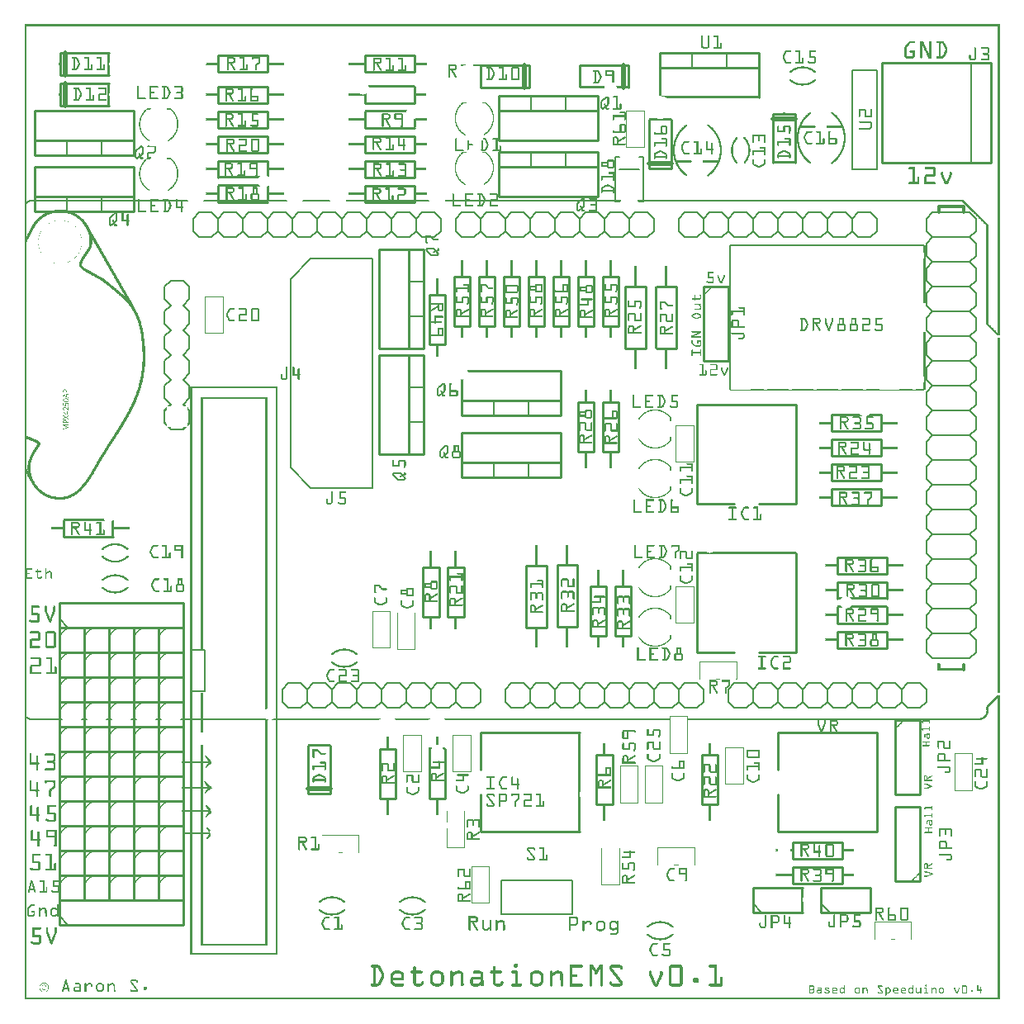
<source format=gto>
G04 MADE WITH FRITZING*
G04 WWW.FRITZING.ORG*
G04 DOUBLE SIDED*
G04 HOLES PLATED*
G04 CONTOUR ON CENTER OF CONTOUR VECTOR*
%ASAXBY*%
%FSLAX23Y23*%
%MOIN*%
%OFA0B0*%
%SFA1.0B1.0*%
%ADD10C,0.176224X0.176224*%
%ADD11R,0.063000X0.173200X0.047000X0.157200*%
%ADD12C,0.008000*%
%ADD13C,0.010000*%
%ADD14C,0.005000*%
%ADD15C,0.012000*%
%ADD16C,0.006000*%
%ADD17C,0.020000*%
%ADD18R,0.001000X0.001000*%
%LNSILK1*%
G90*
G70*
G54D10*
X144Y2148D03*
G54D12*
X673Y1411D02*
X728Y1411D01*
X728Y1245D01*
X673Y1245D01*
X673Y1411D01*
D02*
X2210Y345D02*
X2210Y483D01*
D02*
X2210Y483D02*
X1926Y483D01*
D02*
X1926Y483D02*
X1926Y345D01*
D02*
X1926Y345D02*
X2210Y345D01*
D02*
X2402Y3222D02*
X2384Y3222D01*
D02*
X2384Y3222D02*
X2384Y3403D01*
D02*
X2384Y3403D02*
X2402Y3403D01*
D02*
X2481Y3403D02*
X2498Y3403D01*
D02*
X2498Y3403D02*
X2498Y3222D01*
D02*
X2498Y3222D02*
X2481Y3222D01*
D02*
X2402Y3352D02*
X2481Y3352D01*
D02*
X666Y2728D02*
X666Y2778D01*
D02*
X666Y2778D02*
X641Y2803D01*
D02*
X591Y2803D02*
X566Y2778D01*
D02*
X641Y2603D02*
X666Y2628D01*
D02*
X666Y2628D02*
X666Y2678D01*
D02*
X666Y2678D02*
X641Y2703D01*
D02*
X591Y2703D02*
X566Y2678D01*
D02*
X566Y2678D02*
X566Y2628D01*
D02*
X566Y2628D02*
X591Y2603D01*
D02*
X666Y2728D02*
X641Y2703D01*
D02*
X591Y2703D02*
X566Y2728D01*
D02*
X566Y2778D02*
X566Y2728D01*
D02*
X666Y2428D02*
X666Y2478D01*
D02*
X666Y2478D02*
X641Y2503D01*
D02*
X591Y2503D02*
X566Y2478D01*
D02*
X641Y2503D02*
X666Y2528D01*
D02*
X666Y2528D02*
X666Y2578D01*
D02*
X666Y2578D02*
X641Y2603D01*
D02*
X591Y2603D02*
X566Y2578D01*
D02*
X566Y2578D02*
X566Y2528D01*
D02*
X566Y2528D02*
X591Y2503D01*
D02*
X666Y2428D02*
X641Y2403D01*
D02*
X591Y2403D02*
X566Y2428D01*
D02*
X566Y2478D02*
X566Y2428D01*
D02*
X666Y2328D02*
X666Y2378D01*
D02*
X641Y2303D02*
X591Y2303D01*
D02*
X566Y2378D02*
X566Y2328D01*
D02*
X666Y2828D02*
X666Y2878D01*
D02*
X666Y2878D02*
X641Y2903D01*
D02*
X591Y2903D02*
X566Y2878D01*
D02*
X666Y2828D02*
X641Y2803D01*
D02*
X591Y2803D02*
X566Y2828D01*
D02*
X566Y2878D02*
X566Y2828D01*
D02*
X641Y2903D02*
X591Y2903D01*
G54D13*
D02*
X141Y1503D02*
X641Y1503D01*
D02*
X641Y1503D02*
X641Y1603D01*
D02*
X641Y1603D02*
X141Y1603D01*
D02*
X141Y1603D02*
X141Y1503D01*
G54D14*
D02*
X176Y1503D02*
X141Y1538D01*
G54D13*
D02*
X141Y903D02*
X141Y803D01*
D02*
X141Y803D02*
X241Y803D01*
D02*
X241Y803D02*
X241Y903D01*
D02*
X241Y903D02*
X141Y903D01*
D02*
X141Y1203D02*
X141Y1103D01*
D02*
X141Y1103D02*
X241Y1103D01*
D02*
X241Y1103D02*
X241Y1203D01*
D02*
X241Y1203D02*
X141Y1203D01*
D02*
X141Y303D02*
X641Y303D01*
D02*
X641Y303D02*
X641Y403D01*
D02*
X641Y403D02*
X141Y403D01*
D02*
X141Y403D02*
X141Y303D01*
G54D14*
D02*
X176Y303D02*
X141Y338D01*
G54D13*
D02*
X141Y1403D02*
X141Y1303D01*
D02*
X141Y1303D02*
X241Y1303D01*
D02*
X241Y1303D02*
X241Y1403D01*
D02*
X241Y1403D02*
X141Y1403D01*
D02*
X141Y1303D02*
X141Y1203D01*
D02*
X141Y1203D02*
X241Y1203D01*
D02*
X241Y1203D02*
X241Y1303D01*
D02*
X241Y1303D02*
X141Y1303D01*
D02*
X141Y1103D02*
X141Y1003D01*
D02*
X141Y1003D02*
X241Y1003D01*
D02*
X241Y1003D02*
X241Y1103D01*
D02*
X241Y1103D02*
X141Y1103D01*
D02*
X141Y803D02*
X141Y703D01*
D02*
X141Y703D02*
X241Y703D01*
D02*
X241Y703D02*
X241Y803D01*
D02*
X241Y803D02*
X141Y803D01*
D02*
X141Y503D02*
X141Y403D01*
D02*
X141Y403D02*
X241Y403D01*
D02*
X241Y403D02*
X241Y503D01*
D02*
X241Y503D02*
X141Y503D01*
D02*
X141Y1003D02*
X141Y903D01*
D02*
X141Y903D02*
X241Y903D01*
D02*
X241Y903D02*
X241Y1003D01*
D02*
X241Y1003D02*
X141Y1003D01*
D02*
X141Y1503D02*
X141Y1403D01*
D02*
X141Y1403D02*
X241Y1403D01*
D02*
X241Y1403D02*
X241Y1503D01*
D02*
X241Y1503D02*
X141Y1503D01*
D02*
X141Y703D02*
X141Y603D01*
D02*
X141Y603D02*
X241Y603D01*
D02*
X241Y603D02*
X241Y703D01*
D02*
X241Y703D02*
X141Y703D01*
D02*
X141Y603D02*
X141Y503D01*
D02*
X141Y503D02*
X241Y503D01*
D02*
X241Y503D02*
X241Y603D01*
D02*
X241Y603D02*
X141Y603D01*
D02*
X241Y903D02*
X241Y803D01*
D02*
X241Y803D02*
X341Y803D01*
D02*
X341Y803D02*
X341Y903D01*
D02*
X341Y903D02*
X241Y903D01*
D02*
X241Y1203D02*
X241Y1103D01*
D02*
X241Y1103D02*
X341Y1103D01*
D02*
X341Y1103D02*
X341Y1203D01*
D02*
X341Y1203D02*
X241Y1203D01*
D02*
X241Y1403D02*
X241Y1303D01*
D02*
X241Y1303D02*
X341Y1303D01*
D02*
X341Y1303D02*
X341Y1403D01*
D02*
X341Y1403D02*
X241Y1403D01*
D02*
X241Y1303D02*
X241Y1203D01*
D02*
X241Y1203D02*
X341Y1203D01*
D02*
X341Y1203D02*
X341Y1303D01*
D02*
X341Y1303D02*
X241Y1303D01*
D02*
X241Y1103D02*
X241Y1003D01*
D02*
X241Y1003D02*
X341Y1003D01*
D02*
X341Y1003D02*
X341Y1103D01*
D02*
X341Y1103D02*
X241Y1103D01*
D02*
X241Y803D02*
X241Y703D01*
D02*
X241Y703D02*
X341Y703D01*
D02*
X341Y703D02*
X341Y803D01*
D02*
X341Y803D02*
X241Y803D01*
D02*
X241Y503D02*
X241Y403D01*
D02*
X241Y403D02*
X341Y403D01*
D02*
X341Y403D02*
X341Y503D01*
D02*
X341Y503D02*
X241Y503D01*
D02*
X241Y1003D02*
X241Y903D01*
D02*
X241Y903D02*
X341Y903D01*
D02*
X341Y903D02*
X341Y1003D01*
D02*
X341Y1003D02*
X241Y1003D01*
D02*
X241Y1503D02*
X241Y1403D01*
D02*
X241Y1403D02*
X341Y1403D01*
D02*
X341Y1403D02*
X341Y1503D01*
D02*
X341Y1503D02*
X241Y1503D01*
D02*
X241Y703D02*
X241Y603D01*
D02*
X241Y603D02*
X341Y603D01*
D02*
X341Y603D02*
X341Y703D01*
D02*
X341Y703D02*
X241Y703D01*
D02*
X241Y603D02*
X241Y503D01*
D02*
X241Y503D02*
X341Y503D01*
D02*
X341Y503D02*
X341Y603D01*
D02*
X341Y603D02*
X241Y603D01*
D02*
X341Y903D02*
X341Y803D01*
D02*
X341Y803D02*
X441Y803D01*
D02*
X441Y803D02*
X441Y903D01*
D02*
X441Y903D02*
X341Y903D01*
D02*
X341Y1203D02*
X341Y1103D01*
D02*
X341Y1103D02*
X441Y1103D01*
D02*
X441Y1103D02*
X441Y1203D01*
D02*
X441Y1203D02*
X341Y1203D01*
D02*
X341Y1403D02*
X341Y1303D01*
D02*
X341Y1303D02*
X441Y1303D01*
D02*
X441Y1303D02*
X441Y1403D01*
D02*
X441Y1403D02*
X341Y1403D01*
D02*
X341Y1303D02*
X341Y1203D01*
D02*
X341Y1203D02*
X441Y1203D01*
D02*
X441Y1203D02*
X441Y1303D01*
D02*
X441Y1303D02*
X341Y1303D01*
D02*
X341Y1103D02*
X341Y1003D01*
D02*
X341Y1003D02*
X441Y1003D01*
D02*
X441Y1003D02*
X441Y1103D01*
D02*
X441Y1103D02*
X341Y1103D01*
D02*
X341Y803D02*
X341Y703D01*
D02*
X341Y703D02*
X441Y703D01*
D02*
X441Y703D02*
X441Y803D01*
D02*
X441Y803D02*
X341Y803D01*
D02*
X341Y503D02*
X341Y403D01*
D02*
X341Y403D02*
X441Y403D01*
D02*
X441Y403D02*
X441Y503D01*
D02*
X441Y503D02*
X341Y503D01*
D02*
X341Y1003D02*
X341Y903D01*
D02*
X341Y903D02*
X441Y903D01*
D02*
X441Y903D02*
X441Y1003D01*
D02*
X441Y1003D02*
X341Y1003D01*
D02*
X341Y1503D02*
X341Y1403D01*
D02*
X341Y1403D02*
X441Y1403D01*
D02*
X441Y1403D02*
X441Y1503D01*
D02*
X441Y1503D02*
X341Y1503D01*
D02*
X341Y703D02*
X341Y603D01*
D02*
X341Y603D02*
X441Y603D01*
D02*
X441Y603D02*
X441Y703D01*
D02*
X441Y703D02*
X341Y703D01*
D02*
X341Y603D02*
X341Y503D01*
D02*
X341Y503D02*
X441Y503D01*
D02*
X441Y503D02*
X441Y603D01*
D02*
X441Y603D02*
X341Y603D01*
D02*
X441Y903D02*
X441Y803D01*
D02*
X441Y803D02*
X541Y803D01*
D02*
X541Y803D02*
X541Y903D01*
D02*
X541Y903D02*
X441Y903D01*
D02*
X441Y1203D02*
X441Y1103D01*
D02*
X441Y1103D02*
X541Y1103D01*
D02*
X541Y1103D02*
X541Y1203D01*
D02*
X541Y1203D02*
X441Y1203D01*
D02*
X441Y1403D02*
X441Y1303D01*
D02*
X441Y1303D02*
X541Y1303D01*
D02*
X541Y1303D02*
X541Y1403D01*
D02*
X541Y1403D02*
X441Y1403D01*
D02*
X441Y1303D02*
X441Y1203D01*
D02*
X441Y1203D02*
X541Y1203D01*
D02*
X541Y1203D02*
X541Y1303D01*
D02*
X541Y1303D02*
X441Y1303D01*
D02*
X441Y1103D02*
X441Y1003D01*
D02*
X441Y1003D02*
X541Y1003D01*
D02*
X541Y1003D02*
X541Y1103D01*
D02*
X541Y1103D02*
X441Y1103D01*
D02*
X441Y503D02*
X441Y403D01*
D02*
X441Y403D02*
X541Y403D01*
D02*
X541Y403D02*
X541Y503D01*
D02*
X541Y503D02*
X441Y503D01*
D02*
X441Y1003D02*
X441Y903D01*
D02*
X441Y903D02*
X541Y903D01*
D02*
X541Y903D02*
X541Y1003D01*
D02*
X541Y1003D02*
X441Y1003D01*
D02*
X441Y1503D02*
X441Y1403D01*
D02*
X441Y1403D02*
X541Y1403D01*
D02*
X541Y1403D02*
X541Y1503D01*
D02*
X541Y1503D02*
X441Y1503D01*
D02*
X441Y703D02*
X441Y603D01*
D02*
X441Y603D02*
X541Y603D01*
D02*
X541Y603D02*
X541Y703D01*
D02*
X541Y703D02*
X441Y703D01*
D02*
X441Y603D02*
X441Y503D01*
D02*
X441Y503D02*
X541Y503D01*
D02*
X541Y503D02*
X541Y603D01*
D02*
X541Y603D02*
X441Y603D01*
D02*
X541Y503D02*
X541Y403D01*
D02*
X541Y403D02*
X641Y403D01*
D02*
X641Y403D02*
X641Y503D01*
D02*
X641Y503D02*
X541Y503D01*
D02*
X541Y603D02*
X541Y503D01*
D02*
X541Y503D02*
X641Y503D01*
D02*
X641Y503D02*
X641Y603D01*
D02*
X641Y603D02*
X541Y603D01*
D02*
X541Y703D02*
X541Y603D01*
D02*
X541Y603D02*
X641Y603D01*
D02*
X641Y603D02*
X641Y703D01*
D02*
X641Y703D02*
X541Y703D01*
D02*
X541Y803D02*
X541Y703D01*
D02*
X541Y703D02*
X641Y703D01*
D02*
X641Y703D02*
X641Y803D01*
D02*
X641Y803D02*
X541Y803D01*
D02*
X541Y903D02*
X541Y803D01*
D02*
X541Y803D02*
X641Y803D01*
D02*
X641Y803D02*
X641Y903D01*
D02*
X641Y903D02*
X541Y903D01*
D02*
X541Y1003D02*
X541Y903D01*
D02*
X541Y903D02*
X641Y903D01*
D02*
X641Y903D02*
X641Y1003D01*
D02*
X641Y1003D02*
X541Y1003D01*
D02*
X541Y1103D02*
X541Y1003D01*
D02*
X541Y1003D02*
X641Y1003D01*
D02*
X641Y1003D02*
X641Y1103D01*
D02*
X641Y1103D02*
X541Y1103D01*
D02*
X541Y1203D02*
X541Y1103D01*
D02*
X541Y1103D02*
X641Y1103D01*
D02*
X641Y1103D02*
X641Y1203D01*
D02*
X641Y1203D02*
X541Y1203D01*
D02*
X541Y1303D02*
X541Y1203D01*
D02*
X541Y1203D02*
X641Y1203D01*
D02*
X641Y1203D02*
X641Y1303D01*
D02*
X641Y1303D02*
X541Y1303D01*
D02*
X541Y1403D02*
X541Y1303D01*
D02*
X541Y1303D02*
X641Y1303D01*
D02*
X641Y1303D02*
X641Y1403D01*
D02*
X641Y1403D02*
X541Y1403D01*
D02*
X541Y1503D02*
X541Y1403D01*
D02*
X541Y1403D02*
X641Y1403D01*
D02*
X641Y1403D02*
X641Y1503D01*
D02*
X641Y1503D02*
X541Y1503D01*
D02*
X1841Y678D02*
X2241Y678D01*
D02*
X2241Y1078D02*
X1841Y1078D01*
D02*
X1841Y678D02*
X1841Y828D01*
D02*
X1841Y928D02*
X1841Y1078D01*
G54D12*
D02*
X1406Y2991D02*
X1406Y2066D01*
D02*
X1406Y2066D02*
X1156Y2066D01*
D02*
X1156Y2066D02*
X1076Y2148D01*
D02*
X1076Y2148D02*
X1076Y2908D01*
D02*
X1076Y2908D02*
X1156Y2991D01*
D02*
X1156Y2991D02*
X1406Y2991D01*
G54D13*
D02*
X3041Y678D02*
X3441Y678D01*
D02*
X3441Y678D02*
X3441Y1078D01*
D02*
X3441Y1078D02*
X3041Y1078D01*
D02*
X3041Y678D02*
X3041Y828D01*
D02*
X3041Y928D02*
X3041Y1078D01*
G54D15*
D02*
X3791Y1333D02*
X3791Y1353D01*
D02*
X3691Y3178D02*
X3691Y3203D01*
D02*
X3691Y3203D02*
X3791Y3203D01*
D02*
X3791Y3203D02*
X3791Y3178D01*
G54D16*
D02*
X3466Y1278D02*
X3516Y1278D01*
D02*
X3516Y1278D02*
X3541Y1253D01*
D02*
X3541Y1253D02*
X3541Y1203D01*
D02*
X3541Y1203D02*
X3516Y1178D01*
D02*
X3341Y1253D02*
X3366Y1278D01*
D02*
X3366Y1278D02*
X3416Y1278D01*
D02*
X3416Y1278D02*
X3441Y1253D01*
D02*
X3441Y1253D02*
X3441Y1203D01*
D02*
X3441Y1203D02*
X3416Y1178D01*
D02*
X3416Y1178D02*
X3366Y1178D01*
D02*
X3366Y1178D02*
X3341Y1203D01*
D02*
X3466Y1278D02*
X3441Y1253D01*
D02*
X3441Y1203D02*
X3466Y1178D01*
D02*
X3516Y1178D02*
X3466Y1178D01*
D02*
X3166Y1278D02*
X3216Y1278D01*
D02*
X3216Y1278D02*
X3241Y1253D01*
D02*
X3241Y1253D02*
X3241Y1203D01*
D02*
X3241Y1203D02*
X3216Y1178D01*
D02*
X3241Y1253D02*
X3266Y1278D01*
D02*
X3266Y1278D02*
X3316Y1278D01*
D02*
X3316Y1278D02*
X3341Y1253D01*
D02*
X3341Y1253D02*
X3341Y1203D01*
D02*
X3341Y1203D02*
X3316Y1178D01*
D02*
X3316Y1178D02*
X3266Y1178D01*
D02*
X3266Y1178D02*
X3241Y1203D01*
D02*
X3041Y1253D02*
X3066Y1278D01*
D02*
X3066Y1278D02*
X3116Y1278D01*
D02*
X3116Y1278D02*
X3141Y1253D01*
D02*
X3141Y1253D02*
X3141Y1203D01*
D02*
X3141Y1203D02*
X3116Y1178D01*
D02*
X3116Y1178D02*
X3066Y1178D01*
D02*
X3066Y1178D02*
X3041Y1203D01*
D02*
X3166Y1278D02*
X3141Y1253D01*
D02*
X3141Y1203D02*
X3166Y1178D01*
D02*
X3216Y1178D02*
X3166Y1178D01*
D02*
X2866Y1278D02*
X2916Y1278D01*
D02*
X2916Y1278D02*
X2941Y1253D01*
D02*
X2941Y1253D02*
X2941Y1203D01*
D02*
X2941Y1203D02*
X2916Y1178D01*
D02*
X2941Y1253D02*
X2966Y1278D01*
D02*
X2966Y1278D02*
X3016Y1278D01*
D02*
X3016Y1278D02*
X3041Y1253D01*
D02*
X3041Y1253D02*
X3041Y1203D01*
D02*
X3041Y1203D02*
X3016Y1178D01*
D02*
X3016Y1178D02*
X2966Y1178D01*
D02*
X2966Y1178D02*
X2941Y1203D01*
D02*
X2841Y1253D02*
X2841Y1203D01*
D02*
X2866Y1278D02*
X2841Y1253D01*
D02*
X2841Y1203D02*
X2866Y1178D01*
D02*
X2916Y1178D02*
X2866Y1178D01*
D02*
X3566Y1278D02*
X3616Y1278D01*
D02*
X3616Y1278D02*
X3641Y1253D01*
D02*
X3641Y1253D02*
X3641Y1203D01*
D02*
X3641Y1203D02*
X3616Y1178D01*
D02*
X3566Y1278D02*
X3541Y1253D01*
D02*
X3541Y1203D02*
X3566Y1178D01*
D02*
X3616Y1178D02*
X3566Y1178D01*
D02*
X2566Y1278D02*
X2616Y1278D01*
D02*
X2616Y1278D02*
X2641Y1253D01*
D02*
X2641Y1253D02*
X2641Y1203D01*
D02*
X2641Y1203D02*
X2616Y1178D01*
D02*
X2441Y1253D02*
X2466Y1278D01*
D02*
X2466Y1278D02*
X2516Y1278D01*
D02*
X2516Y1278D02*
X2541Y1253D01*
D02*
X2541Y1253D02*
X2541Y1203D01*
D02*
X2541Y1203D02*
X2516Y1178D01*
D02*
X2516Y1178D02*
X2466Y1178D01*
D02*
X2466Y1178D02*
X2441Y1203D01*
D02*
X2566Y1278D02*
X2541Y1253D01*
D02*
X2541Y1203D02*
X2566Y1178D01*
D02*
X2616Y1178D02*
X2566Y1178D01*
D02*
X2266Y1278D02*
X2316Y1278D01*
D02*
X2316Y1278D02*
X2341Y1253D01*
D02*
X2341Y1253D02*
X2341Y1203D01*
D02*
X2341Y1203D02*
X2316Y1178D01*
D02*
X2341Y1253D02*
X2366Y1278D01*
D02*
X2366Y1278D02*
X2416Y1278D01*
D02*
X2416Y1278D02*
X2441Y1253D01*
D02*
X2441Y1253D02*
X2441Y1203D01*
D02*
X2441Y1203D02*
X2416Y1178D01*
D02*
X2416Y1178D02*
X2366Y1178D01*
D02*
X2366Y1178D02*
X2341Y1203D01*
D02*
X2141Y1253D02*
X2166Y1278D01*
D02*
X2166Y1278D02*
X2216Y1278D01*
D02*
X2216Y1278D02*
X2241Y1253D01*
D02*
X2241Y1253D02*
X2241Y1203D01*
D02*
X2241Y1203D02*
X2216Y1178D01*
D02*
X2216Y1178D02*
X2166Y1178D01*
D02*
X2166Y1178D02*
X2141Y1203D01*
D02*
X2266Y1278D02*
X2241Y1253D01*
D02*
X2241Y1203D02*
X2266Y1178D01*
D02*
X2316Y1178D02*
X2266Y1178D01*
D02*
X1966Y1278D02*
X2016Y1278D01*
D02*
X2016Y1278D02*
X2041Y1253D01*
D02*
X2041Y1253D02*
X2041Y1203D01*
D02*
X2041Y1203D02*
X2016Y1178D01*
D02*
X2041Y1253D02*
X2066Y1278D01*
D02*
X2066Y1278D02*
X2116Y1278D01*
D02*
X2116Y1278D02*
X2141Y1253D01*
D02*
X2141Y1253D02*
X2141Y1203D01*
D02*
X2141Y1203D02*
X2116Y1178D01*
D02*
X2116Y1178D02*
X2066Y1178D01*
D02*
X2066Y1178D02*
X2041Y1203D01*
D02*
X1941Y1253D02*
X1941Y1203D01*
D02*
X1966Y1278D02*
X1941Y1253D01*
D02*
X1941Y1203D02*
X1966Y1178D01*
D02*
X2016Y1178D02*
X1966Y1178D01*
D02*
X2666Y1278D02*
X2716Y1278D01*
D02*
X2716Y1278D02*
X2741Y1253D01*
D02*
X2741Y1253D02*
X2741Y1203D01*
D02*
X2741Y1203D02*
X2716Y1178D01*
D02*
X2666Y1278D02*
X2641Y1253D01*
D02*
X2641Y1203D02*
X2666Y1178D01*
D02*
X2716Y1178D02*
X2666Y1178D01*
D02*
X2816Y3078D02*
X2766Y3078D01*
D02*
X2766Y3078D02*
X2741Y3103D01*
D02*
X2741Y3103D02*
X2741Y3153D01*
D02*
X2741Y3153D02*
X2766Y3178D01*
D02*
X2941Y3103D02*
X2916Y3078D01*
D02*
X2916Y3078D02*
X2866Y3078D01*
D02*
X2866Y3078D02*
X2841Y3103D01*
D02*
X2841Y3103D02*
X2841Y3153D01*
D02*
X2841Y3153D02*
X2866Y3178D01*
D02*
X2866Y3178D02*
X2916Y3178D01*
D02*
X2916Y3178D02*
X2941Y3153D01*
D02*
X2816Y3078D02*
X2841Y3103D01*
D02*
X2841Y3153D02*
X2816Y3178D01*
D02*
X2766Y3178D02*
X2816Y3178D01*
D02*
X3116Y3078D02*
X3066Y3078D01*
D02*
X3066Y3078D02*
X3041Y3103D01*
D02*
X3041Y3103D02*
X3041Y3153D01*
D02*
X3041Y3153D02*
X3066Y3178D01*
D02*
X3041Y3103D02*
X3016Y3078D01*
D02*
X3016Y3078D02*
X2966Y3078D01*
D02*
X2966Y3078D02*
X2941Y3103D01*
D02*
X2941Y3103D02*
X2941Y3153D01*
D02*
X2941Y3153D02*
X2966Y3178D01*
D02*
X2966Y3178D02*
X3016Y3178D01*
D02*
X3016Y3178D02*
X3041Y3153D01*
D02*
X3241Y3103D02*
X3216Y3078D01*
D02*
X3216Y3078D02*
X3166Y3078D01*
D02*
X3166Y3078D02*
X3141Y3103D01*
D02*
X3141Y3103D02*
X3141Y3153D01*
D02*
X3141Y3153D02*
X3166Y3178D01*
D02*
X3166Y3178D02*
X3216Y3178D01*
D02*
X3216Y3178D02*
X3241Y3153D01*
D02*
X3116Y3078D02*
X3141Y3103D01*
D02*
X3141Y3153D02*
X3116Y3178D01*
D02*
X3066Y3178D02*
X3116Y3178D01*
D02*
X3416Y3078D02*
X3366Y3078D01*
D02*
X3366Y3078D02*
X3341Y3103D01*
D02*
X3341Y3103D02*
X3341Y3153D01*
D02*
X3341Y3153D02*
X3366Y3178D01*
D02*
X3341Y3103D02*
X3316Y3078D01*
D02*
X3316Y3078D02*
X3266Y3078D01*
D02*
X3266Y3078D02*
X3241Y3103D01*
D02*
X3241Y3103D02*
X3241Y3153D01*
D02*
X3241Y3153D02*
X3266Y3178D01*
D02*
X3266Y3178D02*
X3316Y3178D01*
D02*
X3316Y3178D02*
X3341Y3153D01*
D02*
X3441Y3103D02*
X3441Y3153D01*
D02*
X3416Y3078D02*
X3441Y3103D01*
D02*
X3441Y3153D02*
X3416Y3178D01*
D02*
X3366Y3178D02*
X3416Y3178D01*
D02*
X2716Y3078D02*
X2666Y3078D01*
D02*
X2666Y3078D02*
X2641Y3103D01*
D02*
X2641Y3103D02*
X2641Y3153D01*
D02*
X2641Y3153D02*
X2666Y3178D01*
D02*
X2716Y3078D02*
X2741Y3103D01*
D02*
X2741Y3153D02*
X2716Y3178D01*
D02*
X2666Y3178D02*
X2716Y3178D01*
D02*
X1481Y3153D02*
X1506Y3178D01*
D02*
X1506Y3178D02*
X1556Y3178D01*
D02*
X1556Y3178D02*
X1581Y3153D01*
D02*
X1581Y3153D02*
X1581Y3103D01*
D02*
X1581Y3103D02*
X1556Y3078D01*
D02*
X1556Y3078D02*
X1506Y3078D01*
D02*
X1506Y3078D02*
X1481Y3103D01*
D02*
X1306Y3178D02*
X1356Y3178D01*
D02*
X1356Y3178D02*
X1381Y3153D01*
D02*
X1381Y3153D02*
X1381Y3103D01*
D02*
X1381Y3103D02*
X1356Y3078D01*
D02*
X1381Y3153D02*
X1406Y3178D01*
D02*
X1406Y3178D02*
X1456Y3178D01*
D02*
X1456Y3178D02*
X1481Y3153D01*
D02*
X1481Y3153D02*
X1481Y3103D01*
D02*
X1481Y3103D02*
X1456Y3078D01*
D02*
X1456Y3078D02*
X1406Y3078D01*
D02*
X1406Y3078D02*
X1381Y3103D01*
D02*
X1181Y3153D02*
X1206Y3178D01*
D02*
X1206Y3178D02*
X1256Y3178D01*
D02*
X1256Y3178D02*
X1281Y3153D01*
D02*
X1281Y3153D02*
X1281Y3103D01*
D02*
X1281Y3103D02*
X1256Y3078D01*
D02*
X1256Y3078D02*
X1206Y3078D01*
D02*
X1206Y3078D02*
X1181Y3103D01*
D02*
X1306Y3178D02*
X1281Y3153D01*
D02*
X1281Y3103D02*
X1306Y3078D01*
D02*
X1356Y3078D02*
X1306Y3078D01*
D02*
X1006Y3178D02*
X1056Y3178D01*
D02*
X1056Y3178D02*
X1081Y3153D01*
D02*
X1081Y3153D02*
X1081Y3103D01*
D02*
X1081Y3103D02*
X1056Y3078D01*
D02*
X1081Y3153D02*
X1106Y3178D01*
D02*
X1106Y3178D02*
X1156Y3178D01*
D02*
X1156Y3178D02*
X1181Y3153D01*
D02*
X1181Y3153D02*
X1181Y3103D01*
D02*
X1181Y3103D02*
X1156Y3078D01*
D02*
X1156Y3078D02*
X1106Y3078D01*
D02*
X1106Y3078D02*
X1081Y3103D01*
D02*
X881Y3153D02*
X906Y3178D01*
D02*
X906Y3178D02*
X956Y3178D01*
D02*
X956Y3178D02*
X981Y3153D01*
D02*
X981Y3153D02*
X981Y3103D01*
D02*
X981Y3103D02*
X956Y3078D01*
D02*
X956Y3078D02*
X906Y3078D01*
D02*
X906Y3078D02*
X881Y3103D01*
D02*
X1006Y3178D02*
X981Y3153D01*
D02*
X981Y3103D02*
X1006Y3078D01*
D02*
X1056Y3078D02*
X1006Y3078D01*
D02*
X706Y3178D02*
X756Y3178D01*
D02*
X756Y3178D02*
X781Y3153D01*
D02*
X781Y3153D02*
X781Y3103D01*
D02*
X781Y3103D02*
X756Y3078D01*
D02*
X781Y3153D02*
X806Y3178D01*
D02*
X806Y3178D02*
X856Y3178D01*
D02*
X856Y3178D02*
X881Y3153D01*
D02*
X881Y3153D02*
X881Y3103D01*
D02*
X881Y3103D02*
X856Y3078D01*
D02*
X856Y3078D02*
X806Y3078D01*
D02*
X806Y3078D02*
X781Y3103D01*
D02*
X681Y3153D02*
X681Y3103D01*
D02*
X706Y3178D02*
X681Y3153D01*
D02*
X681Y3103D02*
X706Y3078D01*
D02*
X756Y3078D02*
X706Y3078D01*
D02*
X1606Y3178D02*
X1656Y3178D01*
D02*
X1656Y3178D02*
X1681Y3153D01*
D02*
X1681Y3153D02*
X1681Y3103D01*
D02*
X1681Y3103D02*
X1656Y3078D01*
D02*
X1606Y3178D02*
X1581Y3153D01*
D02*
X1581Y3103D02*
X1606Y3078D01*
D02*
X1656Y3078D02*
X1606Y3078D01*
D02*
X1666Y1278D02*
X1716Y1278D01*
D02*
X1716Y1278D02*
X1741Y1253D01*
D02*
X1741Y1253D02*
X1741Y1203D01*
D02*
X1741Y1203D02*
X1716Y1178D01*
D02*
X1541Y1253D02*
X1566Y1278D01*
D02*
X1566Y1278D02*
X1616Y1278D01*
D02*
X1616Y1278D02*
X1641Y1253D01*
D02*
X1641Y1253D02*
X1641Y1203D01*
D02*
X1641Y1203D02*
X1616Y1178D01*
D02*
X1616Y1178D02*
X1566Y1178D01*
D02*
X1566Y1178D02*
X1541Y1203D01*
D02*
X1666Y1278D02*
X1641Y1253D01*
D02*
X1641Y1203D02*
X1666Y1178D01*
D02*
X1716Y1178D02*
X1666Y1178D01*
D02*
X1366Y1278D02*
X1416Y1278D01*
D02*
X1416Y1278D02*
X1441Y1253D01*
D02*
X1441Y1253D02*
X1441Y1203D01*
D02*
X1441Y1203D02*
X1416Y1178D01*
D02*
X1441Y1253D02*
X1466Y1278D01*
D02*
X1466Y1278D02*
X1516Y1278D01*
D02*
X1516Y1278D02*
X1541Y1253D01*
D02*
X1541Y1253D02*
X1541Y1203D01*
D02*
X1541Y1203D02*
X1516Y1178D01*
D02*
X1516Y1178D02*
X1466Y1178D01*
D02*
X1466Y1178D02*
X1441Y1203D01*
D02*
X1241Y1253D02*
X1266Y1278D01*
D02*
X1266Y1278D02*
X1316Y1278D01*
D02*
X1316Y1278D02*
X1341Y1253D01*
D02*
X1341Y1253D02*
X1341Y1203D01*
D02*
X1341Y1203D02*
X1316Y1178D01*
D02*
X1316Y1178D02*
X1266Y1178D01*
D02*
X1266Y1178D02*
X1241Y1203D01*
D02*
X1366Y1278D02*
X1341Y1253D01*
D02*
X1341Y1203D02*
X1366Y1178D01*
D02*
X1416Y1178D02*
X1366Y1178D01*
D02*
X1066Y1278D02*
X1116Y1278D01*
D02*
X1116Y1278D02*
X1141Y1253D01*
D02*
X1141Y1253D02*
X1141Y1203D01*
D02*
X1141Y1203D02*
X1116Y1178D01*
D02*
X1141Y1253D02*
X1166Y1278D01*
D02*
X1166Y1278D02*
X1216Y1278D01*
D02*
X1216Y1278D02*
X1241Y1253D01*
D02*
X1241Y1253D02*
X1241Y1203D01*
D02*
X1241Y1203D02*
X1216Y1178D01*
D02*
X1216Y1178D02*
X1166Y1178D01*
D02*
X1166Y1178D02*
X1141Y1203D01*
D02*
X1041Y1253D02*
X1041Y1203D01*
D02*
X1066Y1278D02*
X1041Y1253D01*
D02*
X1041Y1203D02*
X1066Y1178D01*
D02*
X1116Y1178D02*
X1066Y1178D01*
D02*
X1766Y1278D02*
X1816Y1278D01*
D02*
X1816Y1278D02*
X1841Y1253D01*
D02*
X1841Y1253D02*
X1841Y1203D01*
D02*
X1841Y1203D02*
X1816Y1178D01*
D02*
X1766Y1278D02*
X1741Y1253D01*
D02*
X1741Y1203D02*
X1766Y1178D01*
D02*
X1816Y1178D02*
X1766Y1178D01*
D02*
X1916Y3078D02*
X1866Y3078D01*
D02*
X1866Y3078D02*
X1841Y3103D01*
D02*
X1841Y3103D02*
X1841Y3153D01*
D02*
X1841Y3153D02*
X1866Y3178D01*
D02*
X2041Y3103D02*
X2016Y3078D01*
D02*
X2016Y3078D02*
X1966Y3078D01*
D02*
X1966Y3078D02*
X1941Y3103D01*
D02*
X1941Y3103D02*
X1941Y3153D01*
D02*
X1941Y3153D02*
X1966Y3178D01*
D02*
X1966Y3178D02*
X2016Y3178D01*
D02*
X2016Y3178D02*
X2041Y3153D01*
D02*
X1916Y3078D02*
X1941Y3103D01*
D02*
X1941Y3153D02*
X1916Y3178D01*
D02*
X1866Y3178D02*
X1916Y3178D01*
D02*
X2216Y3078D02*
X2166Y3078D01*
D02*
X2166Y3078D02*
X2141Y3103D01*
D02*
X2141Y3103D02*
X2141Y3153D01*
D02*
X2141Y3153D02*
X2166Y3178D01*
D02*
X2141Y3103D02*
X2116Y3078D01*
D02*
X2116Y3078D02*
X2066Y3078D01*
D02*
X2066Y3078D02*
X2041Y3103D01*
D02*
X2041Y3103D02*
X2041Y3153D01*
D02*
X2041Y3153D02*
X2066Y3178D01*
D02*
X2066Y3178D02*
X2116Y3178D01*
D02*
X2116Y3178D02*
X2141Y3153D01*
D02*
X2341Y3103D02*
X2316Y3078D01*
D02*
X2316Y3078D02*
X2266Y3078D01*
D02*
X2266Y3078D02*
X2241Y3103D01*
D02*
X2241Y3103D02*
X2241Y3153D01*
D02*
X2241Y3153D02*
X2266Y3178D01*
D02*
X2266Y3178D02*
X2316Y3178D01*
D02*
X2316Y3178D02*
X2341Y3153D01*
D02*
X2216Y3078D02*
X2241Y3103D01*
D02*
X2241Y3153D02*
X2216Y3178D01*
D02*
X2166Y3178D02*
X2216Y3178D01*
D02*
X2516Y3078D02*
X2466Y3078D01*
D02*
X2466Y3078D02*
X2441Y3103D01*
D02*
X2441Y3103D02*
X2441Y3153D01*
D02*
X2441Y3153D02*
X2466Y3178D01*
D02*
X2441Y3103D02*
X2416Y3078D01*
D02*
X2416Y3078D02*
X2366Y3078D01*
D02*
X2366Y3078D02*
X2341Y3103D01*
D02*
X2341Y3103D02*
X2341Y3153D01*
D02*
X2341Y3153D02*
X2366Y3178D01*
D02*
X2366Y3178D02*
X2416Y3178D01*
D02*
X2416Y3178D02*
X2441Y3153D01*
D02*
X2541Y3103D02*
X2541Y3153D01*
D02*
X2516Y3078D02*
X2541Y3103D01*
D02*
X2541Y3153D02*
X2516Y3178D01*
D02*
X2466Y3178D02*
X2516Y3178D01*
D02*
X1816Y3078D02*
X1766Y3078D01*
D02*
X1766Y3078D02*
X1741Y3103D01*
D02*
X1741Y3103D02*
X1741Y3153D01*
D02*
X1741Y3153D02*
X1766Y3178D01*
D02*
X1816Y3078D02*
X1841Y3103D01*
D02*
X1841Y3153D02*
X1816Y3178D01*
D02*
X1766Y3178D02*
X1816Y3178D01*
D02*
X3666Y3178D02*
X3641Y3153D01*
D02*
X3641Y3153D02*
X3641Y3103D01*
D02*
X3641Y3103D02*
X3666Y3078D01*
D02*
X3666Y3078D02*
X3641Y3053D01*
D02*
X3641Y3053D02*
X3641Y3003D01*
D02*
X3641Y3003D02*
X3666Y2978D01*
D02*
X3666Y2978D02*
X3641Y2953D01*
D02*
X3641Y2953D02*
X3641Y2903D01*
D02*
X3641Y2903D02*
X3666Y2878D01*
D02*
X3666Y2878D02*
X3641Y2853D01*
D02*
X3641Y2853D02*
X3641Y2803D01*
D02*
X3641Y2803D02*
X3666Y2778D01*
D02*
X3666Y2778D02*
X3641Y2753D01*
D02*
X3641Y2753D02*
X3641Y2703D01*
D02*
X3641Y2703D02*
X3666Y2678D01*
D02*
X3666Y2678D02*
X3641Y2653D01*
D02*
X3641Y2653D02*
X3641Y2603D01*
D02*
X3641Y2603D02*
X3666Y2578D01*
D02*
X3666Y3178D02*
X3816Y3178D01*
D02*
X3816Y3178D02*
X3841Y3153D01*
D02*
X3841Y3153D02*
X3841Y3103D01*
D02*
X3841Y3103D02*
X3816Y3078D01*
D02*
X3816Y3078D02*
X3841Y3053D01*
D02*
X3841Y3053D02*
X3841Y3003D01*
D02*
X3841Y3003D02*
X3816Y2978D01*
D02*
X3816Y2978D02*
X3841Y2953D01*
D02*
X3841Y2953D02*
X3841Y2903D01*
D02*
X3841Y2903D02*
X3816Y2878D01*
D02*
X3816Y2878D02*
X3841Y2853D01*
D02*
X3841Y2853D02*
X3841Y2803D01*
D02*
X3841Y2803D02*
X3816Y2778D01*
D02*
X3816Y2778D02*
X3841Y2753D01*
D02*
X3841Y2753D02*
X3841Y2703D01*
D02*
X3841Y2703D02*
X3816Y2678D01*
D02*
X3816Y2678D02*
X3841Y2653D01*
D02*
X3841Y2653D02*
X3841Y2603D01*
D02*
X3841Y2603D02*
X3816Y2578D01*
D02*
X3816Y2578D02*
X3841Y2553D01*
D02*
X3841Y2553D02*
X3841Y2503D01*
D02*
X3841Y2503D02*
X3816Y2478D01*
D02*
X3816Y2478D02*
X3841Y2453D01*
D02*
X3841Y2453D02*
X3841Y2403D01*
D02*
X3841Y2403D02*
X3816Y2378D01*
D02*
X3816Y2378D02*
X3841Y2353D01*
D02*
X3841Y2353D02*
X3841Y2303D01*
D02*
X3841Y2303D02*
X3816Y2278D01*
D02*
X3816Y2278D02*
X3841Y2253D01*
D02*
X3841Y2253D02*
X3841Y2203D01*
D02*
X3841Y2203D02*
X3816Y2178D01*
D02*
X3816Y2178D02*
X3841Y2153D01*
D02*
X3841Y2153D02*
X3841Y2103D01*
D02*
X3841Y2103D02*
X3816Y2078D01*
D02*
X3816Y2078D02*
X3841Y2053D01*
D02*
X3841Y2053D02*
X3841Y2003D01*
D02*
X3816Y1978D02*
X3841Y2003D01*
D02*
X3816Y1978D02*
X3841Y1953D01*
D02*
X3841Y1903D02*
X3841Y1953D01*
D02*
X3841Y1903D02*
X3816Y1878D01*
D02*
X3816Y1878D02*
X3841Y1853D01*
D02*
X3841Y1803D02*
X3841Y1853D01*
D02*
X3841Y1803D02*
X3816Y1778D01*
D02*
X3816Y1778D02*
X3841Y1753D01*
D02*
X3841Y1703D02*
X3841Y1753D01*
D02*
X3841Y1703D02*
X3816Y1678D01*
D02*
X3816Y1678D02*
X3841Y1653D01*
D02*
X3841Y1603D02*
X3841Y1653D01*
D02*
X3841Y1603D02*
X3816Y1578D01*
D02*
X3816Y1578D02*
X3841Y1553D01*
D02*
X3841Y1503D02*
X3841Y1553D01*
D02*
X3841Y1503D02*
X3816Y1478D01*
D02*
X3816Y1478D02*
X3841Y1453D01*
D02*
X3841Y1403D02*
X3841Y1453D01*
D02*
X3841Y1403D02*
X3816Y1378D01*
D02*
X3666Y1378D02*
X3641Y1403D01*
D02*
X3641Y1403D02*
X3641Y1453D01*
D02*
X3666Y1478D02*
X3641Y1453D01*
D02*
X3666Y1478D02*
X3641Y1503D01*
D02*
X3641Y1503D02*
X3641Y1553D01*
D02*
X3666Y1578D02*
X3641Y1553D01*
D02*
X3666Y1578D02*
X3641Y1603D01*
D02*
X3641Y1653D02*
X3641Y1603D01*
D02*
X3641Y1653D02*
X3666Y1678D01*
D02*
X3666Y1678D02*
X3641Y1703D01*
D02*
X3641Y1753D02*
X3641Y1703D01*
D02*
X3641Y1753D02*
X3666Y1778D01*
D02*
X3666Y1778D02*
X3641Y1803D01*
D02*
X3641Y1803D02*
X3641Y1853D01*
D02*
X3666Y1878D02*
X3641Y1853D01*
D02*
X3666Y1878D02*
X3641Y1903D01*
D02*
X3641Y1903D02*
X3641Y1953D01*
D02*
X3666Y1978D02*
X3641Y1953D01*
D02*
X3666Y1978D02*
X3641Y2003D01*
D02*
X3641Y2003D02*
X3641Y2053D01*
D02*
X3666Y2078D02*
X3641Y2053D01*
D02*
X3666Y2078D02*
X3641Y2103D01*
D02*
X3641Y2103D02*
X3641Y2153D01*
D02*
X3666Y2178D02*
X3641Y2153D01*
D02*
X3666Y2178D02*
X3641Y2203D01*
D02*
X3641Y2203D02*
X3641Y2253D01*
D02*
X3666Y2278D02*
X3641Y2253D01*
D02*
X3666Y2278D02*
X3641Y2303D01*
D02*
X3641Y2303D02*
X3641Y2353D01*
D02*
X3666Y2378D02*
X3641Y2353D01*
D02*
X3666Y2378D02*
X3641Y2403D01*
D02*
X3641Y2403D02*
X3641Y2453D01*
D02*
X3666Y2478D02*
X3641Y2453D01*
D02*
X3666Y2478D02*
X3641Y2503D01*
D02*
X3641Y2503D02*
X3641Y2553D01*
D02*
X3666Y2578D02*
X3641Y2553D01*
D02*
X3816Y3078D02*
X3666Y3078D01*
D02*
X3816Y2978D02*
X3666Y2978D01*
D02*
X3816Y2878D02*
X3666Y2878D01*
D02*
X3816Y2778D02*
X3666Y2778D01*
D02*
X3816Y2678D02*
X3666Y2678D01*
D02*
X3816Y2578D02*
X3666Y2578D01*
D02*
X3816Y2478D02*
X3666Y2478D01*
D02*
X3816Y2378D02*
X3666Y2378D01*
D02*
X3816Y2278D02*
X3666Y2278D01*
D02*
X3816Y2178D02*
X3666Y2178D01*
D02*
X3816Y2078D02*
X3666Y2078D01*
D02*
X3816Y1978D02*
X3666Y1978D01*
D02*
X3816Y1878D02*
X3666Y1878D01*
D02*
X3816Y1778D02*
X3666Y1778D01*
D02*
X3816Y1678D02*
X3666Y1678D01*
D02*
X3816Y1578D02*
X3666Y1578D01*
D02*
X3816Y1478D02*
X3666Y1478D01*
D02*
X3816Y1378D02*
X3666Y1378D01*
G54D13*
D02*
X1611Y2603D02*
X1611Y2203D01*
D02*
X1611Y2203D02*
X1431Y2203D01*
D02*
X1431Y2203D02*
X1431Y2603D01*
D02*
X1431Y2603D02*
X1611Y2603D01*
D02*
X1611Y2603D02*
X1611Y2203D01*
D02*
X1611Y2203D02*
X1551Y2203D01*
D02*
X1551Y2203D02*
X1551Y2603D01*
D02*
X1551Y2603D02*
X1611Y2603D01*
G54D14*
D02*
X1611Y2473D02*
X1551Y2473D01*
D02*
X1611Y2333D02*
X1551Y2333D01*
G54D13*
D02*
X2166Y2358D02*
X1766Y2358D01*
D02*
X2166Y2538D02*
X2166Y2358D01*
D02*
X2166Y2358D02*
X1766Y2358D01*
D02*
X1766Y2358D02*
X1766Y2418D01*
D02*
X1766Y2418D02*
X2166Y2418D01*
D02*
X2166Y2418D02*
X2166Y2358D01*
G54D14*
D02*
X2036Y2358D02*
X2036Y2418D01*
D02*
X1896Y2358D02*
X1896Y2418D01*
G54D13*
D02*
X1611Y3028D02*
X1611Y2628D01*
D02*
X1611Y2628D02*
X1431Y2628D01*
D02*
X1431Y2628D02*
X1431Y3028D01*
D02*
X1431Y3028D02*
X1611Y3028D01*
D02*
X1611Y3028D02*
X1611Y2628D01*
D02*
X1611Y2628D02*
X1551Y2628D01*
D02*
X1551Y2628D02*
X1551Y3028D01*
D02*
X1551Y3028D02*
X1611Y3028D01*
G54D14*
D02*
X1611Y2898D02*
X1551Y2898D01*
D02*
X1611Y2758D02*
X1551Y2758D01*
G54D13*
D02*
X2166Y2108D02*
X1766Y2108D01*
D02*
X1766Y2108D02*
X1766Y2288D01*
D02*
X1766Y2288D02*
X2166Y2288D01*
D02*
X2166Y2288D02*
X2166Y2108D01*
D02*
X2166Y2108D02*
X1766Y2108D01*
D02*
X1766Y2108D02*
X1766Y2168D01*
D02*
X1766Y2168D02*
X2166Y2168D01*
D02*
X2166Y2168D02*
X2166Y2108D01*
G54D14*
D02*
X2036Y2108D02*
X2036Y2168D01*
D02*
X1896Y2108D02*
X1896Y2168D01*
G54D13*
D02*
X2521Y3357D02*
X2521Y3552D01*
D02*
X2611Y3552D02*
X2611Y3357D01*
D02*
X2611Y3357D02*
X2521Y3357D01*
G54D17*
D02*
X2611Y3377D02*
X2521Y3377D01*
G54D13*
D02*
X357Y1870D02*
X157Y1870D01*
D02*
X157Y1870D02*
X157Y1936D01*
D02*
X3616Y478D02*
X3616Y778D01*
D02*
X3616Y778D02*
X3516Y778D01*
D02*
X3516Y778D02*
X3516Y478D01*
D02*
X3516Y478D02*
X3616Y478D01*
D02*
X3516Y1128D02*
X3516Y828D01*
D02*
X3516Y828D02*
X3616Y828D01*
D02*
X3616Y828D02*
X3616Y1128D01*
D02*
X3616Y1128D02*
X3516Y1128D01*
D02*
X2741Y2878D02*
X2741Y2578D01*
D02*
X2741Y2578D02*
X2841Y2578D01*
D02*
X2841Y2578D02*
X2841Y2878D01*
D02*
X2841Y2878D02*
X2741Y2878D01*
D02*
X3101Y636D02*
X3301Y636D01*
D02*
X3301Y636D02*
X3301Y570D01*
D02*
X3301Y570D02*
X3101Y570D01*
D02*
X3101Y570D02*
X3101Y636D01*
D02*
X3101Y536D02*
X3301Y536D01*
D02*
X3301Y536D02*
X3301Y470D01*
D02*
X3301Y470D02*
X3101Y470D01*
D02*
X3101Y470D02*
X3101Y536D01*
D02*
X2941Y353D02*
X3141Y353D01*
D02*
X3141Y453D02*
X2941Y453D01*
D02*
X2941Y453D02*
X2941Y353D01*
G54D14*
D02*
X2976Y353D02*
X2941Y388D01*
G54D13*
D02*
X3216Y353D02*
X3416Y353D01*
D02*
X3416Y353D02*
X3416Y453D01*
D02*
X3416Y453D02*
X3216Y453D01*
D02*
X3216Y453D02*
X3216Y353D01*
G54D14*
D02*
X3251Y353D02*
X3216Y388D01*
G54D13*
D02*
X3482Y1420D02*
X3282Y1420D01*
D02*
X3282Y1420D02*
X3282Y1486D01*
D02*
X3282Y1486D02*
X3482Y1486D01*
D02*
X3482Y1486D02*
X3482Y1420D01*
D02*
X2399Y2919D02*
X2399Y2719D01*
D02*
X2399Y2719D02*
X2333Y2719D01*
D02*
X2333Y2719D02*
X2333Y2919D01*
D02*
X2333Y2919D02*
X2399Y2919D01*
D02*
X2299Y2919D02*
X2299Y2719D01*
D02*
X2299Y2719D02*
X2233Y2719D01*
D02*
X2233Y2719D02*
X2233Y2919D01*
D02*
X2233Y2919D02*
X2299Y2919D01*
D02*
X3457Y1995D02*
X3257Y1995D01*
D02*
X3257Y1995D02*
X3257Y2061D01*
D02*
X3257Y2061D02*
X3457Y2061D01*
D02*
X3457Y2061D02*
X3457Y1995D01*
D02*
X3482Y1720D02*
X3282Y1720D01*
D02*
X3282Y1720D02*
X3282Y1786D01*
D02*
X3282Y1786D02*
X3482Y1786D01*
D02*
X3482Y1786D02*
X3482Y1720D01*
D02*
X2199Y2919D02*
X2199Y2719D01*
D02*
X2199Y2719D02*
X2133Y2719D01*
D02*
X2133Y2719D02*
X2133Y2919D01*
D02*
X2133Y2919D02*
X2199Y2919D01*
D02*
X1699Y2844D02*
X1699Y2644D01*
D02*
X1699Y2644D02*
X1633Y2644D01*
D02*
X1633Y2644D02*
X1633Y2844D01*
D02*
X1633Y2844D02*
X1699Y2844D01*
D02*
X3457Y2295D02*
X3257Y2295D01*
D02*
X3257Y2295D02*
X3257Y2361D01*
D02*
X3457Y2361D02*
X3457Y2295D01*
D02*
X2566Y3823D02*
X2966Y3823D01*
D02*
X2966Y3823D02*
X2966Y3643D01*
D02*
X2566Y3823D02*
X2966Y3823D01*
D02*
X2966Y3823D02*
X2966Y3763D01*
D02*
X2966Y3763D02*
X2566Y3763D01*
D02*
X2566Y3763D02*
X2566Y3823D01*
G54D14*
D02*
X2696Y3823D02*
X2696Y3763D01*
D02*
X2836Y3823D02*
X2836Y3763D01*
G54D13*
D02*
X3111Y3574D02*
X3111Y3379D01*
D02*
X3021Y3379D02*
X3021Y3574D01*
D02*
X3021Y3574D02*
X3111Y3574D01*
G54D17*
D02*
X3021Y3554D02*
X3111Y3554D01*
G54D14*
D02*
X3341Y3353D02*
X3441Y3353D01*
D02*
X3441Y3353D02*
X3441Y3753D01*
D02*
X3441Y3753D02*
X3341Y3753D01*
D02*
X3341Y3753D02*
X3341Y3353D01*
G54D13*
D02*
X3116Y1403D02*
X3116Y1803D01*
D02*
X2716Y1803D02*
X2716Y1403D01*
D02*
X3116Y1403D02*
X2966Y1403D01*
D02*
X2866Y1403D02*
X2716Y1403D01*
D02*
X3116Y2003D02*
X3116Y2403D01*
D02*
X3116Y2403D02*
X2716Y2403D01*
D02*
X2716Y2403D02*
X2716Y2003D01*
D02*
X3116Y2003D02*
X2966Y2003D01*
D02*
X2866Y2003D02*
X2716Y2003D01*
D02*
X3482Y1520D02*
X3282Y1520D01*
D02*
X3282Y1520D02*
X3282Y1586D01*
D02*
X3482Y1586D02*
X3482Y1520D01*
D02*
X1899Y2919D02*
X1899Y2719D01*
D02*
X1899Y2719D02*
X1833Y2719D01*
D02*
X1833Y2719D02*
X1833Y2919D01*
D02*
X1833Y2919D02*
X1899Y2919D01*
D02*
X1999Y2919D02*
X1999Y2719D01*
D02*
X1999Y2719D02*
X1933Y2719D01*
D02*
X1933Y2719D02*
X1933Y2919D01*
D02*
X1933Y2919D02*
X1999Y2919D01*
D02*
X3457Y2095D02*
X3257Y2095D01*
D02*
X3257Y2095D02*
X3257Y2161D01*
D02*
X3257Y2161D02*
X3457Y2161D01*
D02*
X3457Y2161D02*
X3457Y2095D01*
D02*
X3282Y1620D02*
X3282Y1686D01*
D02*
X3282Y1686D02*
X3482Y1686D01*
D02*
X3482Y1686D02*
X3482Y1620D01*
D02*
X2099Y2919D02*
X2099Y2719D01*
D02*
X2099Y2719D02*
X2033Y2719D01*
D02*
X2033Y2719D02*
X2033Y2919D01*
D02*
X2033Y2919D02*
X2099Y2919D01*
D02*
X1799Y2919D02*
X1799Y2719D01*
D02*
X1799Y2719D02*
X1733Y2719D01*
D02*
X1733Y2719D02*
X1733Y2919D01*
D02*
X1733Y2919D02*
X1799Y2919D01*
D02*
X3457Y2195D02*
X3257Y2195D01*
D02*
X3257Y2195D02*
X3257Y2261D01*
D02*
X3257Y2261D02*
X3457Y2261D01*
D02*
X3457Y2261D02*
X3457Y2195D01*
D02*
X2025Y1503D02*
X2025Y1753D01*
D02*
X2025Y1753D02*
X2107Y1753D01*
D02*
X2107Y1753D02*
X2107Y1503D01*
D02*
X2107Y1503D02*
X2025Y1503D01*
D02*
X2632Y2878D02*
X2632Y2628D01*
D02*
X2632Y2628D02*
X2550Y2628D01*
D02*
X2232Y1754D02*
X2232Y1504D01*
D02*
X2232Y1504D02*
X2150Y1504D01*
D02*
X2150Y1504D02*
X2150Y1754D01*
D02*
X2150Y1754D02*
X2232Y1754D01*
D02*
X2507Y2879D02*
X2507Y2629D01*
D02*
X2507Y2629D02*
X2425Y2629D01*
D02*
X2425Y2629D02*
X2425Y2879D01*
D02*
X2425Y2879D02*
X2507Y2879D01*
D02*
X2449Y1669D02*
X2449Y1469D01*
D02*
X2449Y1469D02*
X2383Y1469D01*
D02*
X2383Y1469D02*
X2383Y1669D01*
D02*
X2383Y1669D02*
X2449Y1669D01*
D02*
X2233Y2213D02*
X2233Y2413D01*
D02*
X2233Y2413D02*
X2299Y2413D01*
D02*
X2299Y2413D02*
X2299Y2213D01*
D02*
X2299Y2213D02*
X2233Y2213D01*
D02*
X2349Y1669D02*
X2349Y1469D01*
D02*
X2349Y1469D02*
X2283Y1469D01*
D02*
X2283Y1469D02*
X2283Y1669D01*
D02*
X2283Y1669D02*
X2349Y1669D01*
D02*
X2333Y2213D02*
X2333Y2413D01*
D02*
X2333Y2413D02*
X2399Y2413D01*
D02*
X2399Y2413D02*
X2399Y2213D01*
D02*
X2399Y2213D02*
X2333Y2213D01*
D02*
X1774Y1744D02*
X1774Y1544D01*
D02*
X1774Y1544D02*
X1708Y1544D01*
D02*
X1708Y1544D02*
X1708Y1744D01*
D02*
X1708Y1744D02*
X1774Y1744D01*
D02*
X1633Y813D02*
X1633Y1013D01*
D02*
X1699Y1013D02*
X1699Y813D01*
D02*
X1699Y813D02*
X1633Y813D01*
D02*
X1433Y813D02*
X1433Y1013D01*
D02*
X1433Y1013D02*
X1499Y1013D01*
D02*
X1499Y1013D02*
X1499Y813D01*
D02*
X1499Y813D02*
X1433Y813D01*
D02*
X1146Y832D02*
X1146Y1027D01*
D02*
X1236Y1027D02*
X1236Y832D01*
D02*
X1236Y832D02*
X1146Y832D01*
G54D17*
D02*
X1236Y852D02*
X1146Y852D01*
G54D13*
D02*
X2733Y788D02*
X2733Y988D01*
D02*
X2733Y988D02*
X2799Y988D01*
D02*
X2799Y988D02*
X2799Y788D01*
D02*
X2799Y788D02*
X2733Y788D01*
D02*
X2308Y788D02*
X2308Y988D01*
D02*
X2308Y988D02*
X2374Y988D01*
D02*
X2374Y988D02*
X2374Y788D01*
D02*
X2374Y788D02*
X2308Y788D01*
D02*
X1674Y1744D02*
X1674Y1544D01*
D02*
X1674Y1544D02*
X1608Y1544D01*
D02*
X1608Y1544D02*
X1608Y1744D01*
D02*
X1608Y1744D02*
X1674Y1744D01*
D02*
X982Y3220D02*
X782Y3220D01*
D02*
X782Y3220D02*
X782Y3286D01*
D02*
X1376Y3286D02*
X1576Y3286D01*
D02*
X1576Y3286D02*
X1576Y3220D01*
D02*
X1576Y3220D02*
X1376Y3220D01*
D02*
X1376Y3220D02*
X1376Y3286D01*
D02*
X982Y3520D02*
X782Y3520D01*
D02*
X782Y3520D02*
X782Y3586D01*
D02*
X782Y3586D02*
X982Y3586D01*
D02*
X982Y3586D02*
X982Y3520D01*
D02*
X1576Y3520D02*
X1376Y3520D01*
D02*
X1376Y3520D02*
X1376Y3586D01*
D02*
X145Y3698D02*
X340Y3698D01*
D02*
X340Y3608D02*
X145Y3608D01*
D02*
X145Y3608D02*
X145Y3698D01*
G54D17*
D02*
X165Y3608D02*
X165Y3698D01*
G54D13*
D02*
X2037Y3683D02*
X1842Y3683D01*
D02*
X1842Y3773D02*
X2037Y3773D01*
D02*
X2037Y3773D02*
X2037Y3683D01*
G54D17*
D02*
X2017Y3773D02*
X2017Y3683D01*
G54D13*
D02*
X145Y3823D02*
X340Y3823D01*
D02*
X340Y3733D02*
X145Y3733D01*
D02*
X145Y3733D02*
X145Y3823D01*
G54D17*
D02*
X165Y3733D02*
X165Y3823D01*
G54D13*
D02*
X2242Y3773D02*
X2437Y3773D01*
D02*
X2437Y3773D02*
X2437Y3683D01*
G54D17*
D02*
X2417Y3773D02*
X2417Y3683D01*
G54D13*
D02*
X441Y3183D02*
X41Y3183D01*
D02*
X41Y3183D02*
X41Y3363D01*
D02*
X41Y3363D02*
X441Y3363D01*
D02*
X441Y3363D02*
X441Y3183D01*
D02*
X441Y3183D02*
X41Y3183D01*
D02*
X41Y3183D02*
X41Y3243D01*
D02*
X41Y3243D02*
X441Y3243D01*
D02*
X441Y3243D02*
X441Y3183D01*
G54D14*
D02*
X311Y3183D02*
X311Y3243D01*
D02*
X171Y3183D02*
X171Y3243D01*
G54D13*
D02*
X1916Y3423D02*
X2316Y3423D01*
D02*
X2316Y3423D02*
X2316Y3243D01*
D02*
X2316Y3243D02*
X1916Y3243D01*
D02*
X1916Y3243D02*
X1916Y3423D01*
D02*
X1916Y3423D02*
X2316Y3423D01*
D02*
X2316Y3423D02*
X2316Y3363D01*
D02*
X2316Y3363D02*
X1916Y3363D01*
D02*
X1916Y3363D02*
X1916Y3423D01*
G54D14*
D02*
X2046Y3423D02*
X2046Y3363D01*
D02*
X2186Y3423D02*
X2186Y3363D01*
G54D13*
D02*
X442Y3409D02*
X42Y3409D01*
D02*
X42Y3409D02*
X42Y3589D01*
D02*
X42Y3589D02*
X442Y3589D01*
D02*
X442Y3589D02*
X442Y3409D01*
D02*
X442Y3409D02*
X42Y3409D01*
D02*
X42Y3409D02*
X42Y3469D01*
D02*
X42Y3469D02*
X442Y3469D01*
D02*
X442Y3469D02*
X442Y3409D01*
G54D14*
D02*
X312Y3409D02*
X312Y3469D01*
D02*
X172Y3409D02*
X172Y3469D01*
G54D13*
D02*
X1916Y3648D02*
X2316Y3648D01*
D02*
X2316Y3648D02*
X2316Y3468D01*
D02*
X2316Y3468D02*
X1916Y3468D01*
D02*
X1916Y3468D02*
X1916Y3648D01*
D02*
X1916Y3648D02*
X2316Y3648D01*
D02*
X2316Y3648D02*
X2316Y3588D01*
D02*
X2316Y3588D02*
X1916Y3588D01*
D02*
X1916Y3588D02*
X1916Y3648D01*
G54D14*
D02*
X2046Y3648D02*
X2046Y3588D01*
D02*
X2186Y3648D02*
X2186Y3588D01*
G54D13*
D02*
X782Y3320D02*
X782Y3386D01*
D02*
X782Y3386D02*
X982Y3386D01*
D02*
X1375Y3385D02*
X1575Y3385D01*
D02*
X1575Y3385D02*
X1575Y3319D01*
D02*
X1575Y3319D02*
X1375Y3319D01*
D02*
X1375Y3319D02*
X1375Y3385D01*
D02*
X982Y3620D02*
X782Y3620D01*
D02*
X782Y3620D02*
X782Y3686D01*
D02*
X782Y3686D02*
X982Y3686D01*
D02*
X982Y3686D02*
X982Y3620D01*
D02*
X1575Y3685D02*
X1575Y3619D01*
D02*
X1575Y3619D02*
X1375Y3619D01*
D02*
X982Y3420D02*
X782Y3420D01*
D02*
X782Y3420D02*
X782Y3486D01*
D02*
X782Y3486D02*
X982Y3486D01*
D02*
X982Y3486D02*
X982Y3420D01*
D02*
X1376Y3486D02*
X1576Y3486D01*
D02*
X1576Y3486D02*
X1576Y3420D01*
D02*
X1576Y3420D02*
X1376Y3420D01*
D02*
X1376Y3420D02*
X1376Y3486D01*
D02*
X982Y3745D02*
X782Y3745D01*
D02*
X782Y3745D02*
X782Y3811D01*
D02*
X782Y3811D02*
X982Y3811D01*
D02*
X982Y3811D02*
X982Y3745D01*
D02*
X1376Y3811D02*
X1576Y3811D01*
D02*
X1576Y3811D02*
X1576Y3745D01*
D02*
X1576Y3745D02*
X1376Y3745D01*
D02*
X1376Y3745D02*
X1376Y3811D01*
D02*
X3461Y3781D02*
X3461Y3378D01*
D02*
X3461Y3378D02*
X3901Y3378D01*
D02*
X3901Y3378D02*
X3901Y3781D01*
D02*
X3901Y3781D02*
X3461Y3781D01*
G54D14*
D02*
X3821Y3378D02*
X3821Y3781D01*
G54D18*
X0Y3937D02*
X3936Y3937D01*
X0Y3936D02*
X3936Y3936D01*
X0Y3935D02*
X3936Y3935D01*
X0Y3934D02*
X3936Y3934D01*
X0Y3933D02*
X3936Y3933D01*
X0Y3932D02*
X3936Y3932D01*
X0Y3931D02*
X3936Y3931D01*
X0Y3930D02*
X3936Y3930D01*
X0Y3929D02*
X7Y3929D01*
X3929Y3929D02*
X3936Y3929D01*
X0Y3928D02*
X7Y3928D01*
X3929Y3928D02*
X3936Y3928D01*
X0Y3927D02*
X7Y3927D01*
X3929Y3927D02*
X3936Y3927D01*
X0Y3926D02*
X7Y3926D01*
X3929Y3926D02*
X3936Y3926D01*
X0Y3925D02*
X7Y3925D01*
X3929Y3925D02*
X3936Y3925D01*
X0Y3924D02*
X7Y3924D01*
X3929Y3924D02*
X3936Y3924D01*
X0Y3923D02*
X7Y3923D01*
X3929Y3923D02*
X3936Y3923D01*
X0Y3922D02*
X7Y3922D01*
X3929Y3922D02*
X3936Y3922D01*
X0Y3921D02*
X7Y3921D01*
X3929Y3921D02*
X3936Y3921D01*
X0Y3920D02*
X7Y3920D01*
X3929Y3920D02*
X3936Y3920D01*
X0Y3919D02*
X7Y3919D01*
X3929Y3919D02*
X3936Y3919D01*
X0Y3918D02*
X7Y3918D01*
X3929Y3918D02*
X3936Y3918D01*
X0Y3917D02*
X7Y3917D01*
X3929Y3917D02*
X3936Y3917D01*
X0Y3916D02*
X7Y3916D01*
X3929Y3916D02*
X3936Y3916D01*
X0Y3915D02*
X7Y3915D01*
X3929Y3915D02*
X3936Y3915D01*
X0Y3914D02*
X7Y3914D01*
X3929Y3914D02*
X3936Y3914D01*
X0Y3913D02*
X7Y3913D01*
X3929Y3913D02*
X3936Y3913D01*
X0Y3912D02*
X7Y3912D01*
X3929Y3912D02*
X3936Y3912D01*
X0Y3911D02*
X7Y3911D01*
X3929Y3911D02*
X3936Y3911D01*
X0Y3910D02*
X7Y3910D01*
X3929Y3910D02*
X3936Y3910D01*
X0Y3909D02*
X7Y3909D01*
X3929Y3909D02*
X3936Y3909D01*
X0Y3908D02*
X7Y3908D01*
X3929Y3908D02*
X3936Y3908D01*
X0Y3907D02*
X7Y3907D01*
X3929Y3907D02*
X3936Y3907D01*
X0Y3906D02*
X7Y3906D01*
X3929Y3906D02*
X3936Y3906D01*
X0Y3905D02*
X7Y3905D01*
X3929Y3905D02*
X3936Y3905D01*
X0Y3904D02*
X7Y3904D01*
X3929Y3904D02*
X3936Y3904D01*
X0Y3903D02*
X7Y3903D01*
X3929Y3903D02*
X3936Y3903D01*
X0Y3902D02*
X7Y3902D01*
X3929Y3902D02*
X3936Y3902D01*
X0Y3901D02*
X7Y3901D01*
X3929Y3901D02*
X3936Y3901D01*
X0Y3900D02*
X7Y3900D01*
X3929Y3900D02*
X3936Y3900D01*
X0Y3899D02*
X7Y3899D01*
X3929Y3899D02*
X3936Y3899D01*
X0Y3898D02*
X7Y3898D01*
X3929Y3898D02*
X3936Y3898D01*
X0Y3897D02*
X7Y3897D01*
X3929Y3897D02*
X3936Y3897D01*
X0Y3896D02*
X7Y3896D01*
X3929Y3896D02*
X3936Y3896D01*
X0Y3895D02*
X7Y3895D01*
X3929Y3895D02*
X3936Y3895D01*
X0Y3894D02*
X7Y3894D01*
X3929Y3894D02*
X3936Y3894D01*
X0Y3893D02*
X7Y3893D01*
X2733Y3893D02*
X2735Y3893D01*
X2760Y3893D02*
X2763Y3893D01*
X2783Y3893D02*
X2801Y3893D01*
X3929Y3893D02*
X3936Y3893D01*
X0Y3892D02*
X7Y3892D01*
X2732Y3892D02*
X2736Y3892D01*
X2759Y3892D02*
X2764Y3892D01*
X2782Y3892D02*
X2801Y3892D01*
X3929Y3892D02*
X3936Y3892D01*
X0Y3891D02*
X7Y3891D01*
X2731Y3891D02*
X2737Y3891D01*
X2759Y3891D02*
X2764Y3891D01*
X2781Y3891D02*
X2801Y3891D01*
X3929Y3891D02*
X3936Y3891D01*
X0Y3890D02*
X7Y3890D01*
X2731Y3890D02*
X2737Y3890D01*
X2759Y3890D02*
X2765Y3890D01*
X2781Y3890D02*
X2801Y3890D01*
X3929Y3890D02*
X3936Y3890D01*
X0Y3889D02*
X7Y3889D01*
X2731Y3889D02*
X2737Y3889D01*
X2759Y3889D02*
X2765Y3889D01*
X2781Y3889D02*
X2801Y3889D01*
X3929Y3889D02*
X3936Y3889D01*
X0Y3888D02*
X7Y3888D01*
X2731Y3888D02*
X2737Y3888D01*
X2759Y3888D02*
X2765Y3888D01*
X2782Y3888D02*
X2801Y3888D01*
X3929Y3888D02*
X3936Y3888D01*
X0Y3887D02*
X7Y3887D01*
X2731Y3887D02*
X2737Y3887D01*
X2759Y3887D02*
X2765Y3887D01*
X2783Y3887D02*
X2801Y3887D01*
X3929Y3887D02*
X3936Y3887D01*
X0Y3886D02*
X7Y3886D01*
X2731Y3886D02*
X2737Y3886D01*
X2759Y3886D02*
X2765Y3886D01*
X2795Y3886D02*
X2801Y3886D01*
X3929Y3886D02*
X3936Y3886D01*
X0Y3885D02*
X7Y3885D01*
X2731Y3885D02*
X2737Y3885D01*
X2759Y3885D02*
X2765Y3885D01*
X2795Y3885D02*
X2801Y3885D01*
X3929Y3885D02*
X3936Y3885D01*
X0Y3884D02*
X7Y3884D01*
X2731Y3884D02*
X2737Y3884D01*
X2759Y3884D02*
X2765Y3884D01*
X2795Y3884D02*
X2801Y3884D01*
X3929Y3884D02*
X3936Y3884D01*
X0Y3883D02*
X7Y3883D01*
X2731Y3883D02*
X2737Y3883D01*
X2759Y3883D02*
X2765Y3883D01*
X2795Y3883D02*
X2801Y3883D01*
X3929Y3883D02*
X3936Y3883D01*
X0Y3882D02*
X7Y3882D01*
X2731Y3882D02*
X2737Y3882D01*
X2759Y3882D02*
X2765Y3882D01*
X2795Y3882D02*
X2801Y3882D01*
X3929Y3882D02*
X3936Y3882D01*
X0Y3881D02*
X7Y3881D01*
X2731Y3881D02*
X2737Y3881D01*
X2759Y3881D02*
X2765Y3881D01*
X2795Y3881D02*
X2801Y3881D01*
X3929Y3881D02*
X3936Y3881D01*
X0Y3880D02*
X7Y3880D01*
X2731Y3880D02*
X2737Y3880D01*
X2759Y3880D02*
X2765Y3880D01*
X2795Y3880D02*
X2801Y3880D01*
X3929Y3880D02*
X3936Y3880D01*
X0Y3879D02*
X7Y3879D01*
X2731Y3879D02*
X2737Y3879D01*
X2759Y3879D02*
X2765Y3879D01*
X2795Y3879D02*
X2801Y3879D01*
X3929Y3879D02*
X3936Y3879D01*
X0Y3878D02*
X7Y3878D01*
X2731Y3878D02*
X2737Y3878D01*
X2759Y3878D02*
X2765Y3878D01*
X2795Y3878D02*
X2801Y3878D01*
X3929Y3878D02*
X3936Y3878D01*
X0Y3877D02*
X7Y3877D01*
X2731Y3877D02*
X2737Y3877D01*
X2759Y3877D02*
X2765Y3877D01*
X2795Y3877D02*
X2801Y3877D01*
X3929Y3877D02*
X3936Y3877D01*
X0Y3876D02*
X7Y3876D01*
X2731Y3876D02*
X2737Y3876D01*
X2759Y3876D02*
X2765Y3876D01*
X2795Y3876D02*
X2801Y3876D01*
X3929Y3876D02*
X3936Y3876D01*
X0Y3875D02*
X7Y3875D01*
X2731Y3875D02*
X2737Y3875D01*
X2759Y3875D02*
X2765Y3875D01*
X2795Y3875D02*
X2801Y3875D01*
X3929Y3875D02*
X3936Y3875D01*
X0Y3874D02*
X7Y3874D01*
X2731Y3874D02*
X2737Y3874D01*
X2759Y3874D02*
X2765Y3874D01*
X2795Y3874D02*
X2801Y3874D01*
X3929Y3874D02*
X3936Y3874D01*
X0Y3873D02*
X7Y3873D01*
X2731Y3873D02*
X2737Y3873D01*
X2759Y3873D02*
X2765Y3873D01*
X2795Y3873D02*
X2801Y3873D01*
X3929Y3873D02*
X3936Y3873D01*
X0Y3872D02*
X7Y3872D01*
X2731Y3872D02*
X2737Y3872D01*
X2759Y3872D02*
X2765Y3872D01*
X2795Y3872D02*
X2801Y3872D01*
X3929Y3872D02*
X3936Y3872D01*
X0Y3871D02*
X7Y3871D01*
X2731Y3871D02*
X2737Y3871D01*
X2759Y3871D02*
X2765Y3871D01*
X2795Y3871D02*
X2801Y3871D01*
X3929Y3871D02*
X3936Y3871D01*
X0Y3870D02*
X7Y3870D01*
X2731Y3870D02*
X2737Y3870D01*
X2759Y3870D02*
X2765Y3870D01*
X2795Y3870D02*
X2801Y3870D01*
X3929Y3870D02*
X3936Y3870D01*
X0Y3869D02*
X7Y3869D01*
X2731Y3869D02*
X2737Y3869D01*
X2759Y3869D02*
X2765Y3869D01*
X2795Y3869D02*
X2801Y3869D01*
X3575Y3869D02*
X3591Y3869D01*
X3616Y3869D02*
X3627Y3869D01*
X3655Y3869D02*
X3656Y3869D01*
X3685Y3869D02*
X3704Y3869D01*
X3929Y3869D02*
X3936Y3869D01*
X0Y3868D02*
X7Y3868D01*
X2731Y3868D02*
X2737Y3868D01*
X2759Y3868D02*
X2765Y3868D01*
X2795Y3868D02*
X2801Y3868D01*
X3572Y3868D02*
X3593Y3868D01*
X3616Y3868D02*
X3628Y3868D01*
X3653Y3868D02*
X3658Y3868D01*
X3683Y3868D02*
X3707Y3868D01*
X3929Y3868D02*
X3936Y3868D01*
X0Y3867D02*
X7Y3867D01*
X2731Y3867D02*
X2737Y3867D01*
X2759Y3867D02*
X2765Y3867D01*
X2795Y3867D02*
X2801Y3867D01*
X3570Y3867D02*
X3594Y3867D01*
X3616Y3867D02*
X3628Y3867D01*
X3652Y3867D02*
X3659Y3867D01*
X3682Y3867D02*
X3709Y3867D01*
X3929Y3867D02*
X3936Y3867D01*
X0Y3866D02*
X7Y3866D01*
X2731Y3866D02*
X2737Y3866D01*
X2759Y3866D02*
X2765Y3866D01*
X2795Y3866D02*
X2801Y3866D01*
X3569Y3866D02*
X3594Y3866D01*
X3616Y3866D02*
X3628Y3866D01*
X3652Y3866D02*
X3660Y3866D01*
X3682Y3866D02*
X3710Y3866D01*
X3929Y3866D02*
X3936Y3866D01*
X0Y3865D02*
X7Y3865D01*
X2731Y3865D02*
X2737Y3865D01*
X2759Y3865D02*
X2765Y3865D01*
X2795Y3865D02*
X2801Y3865D01*
X3568Y3865D02*
X3594Y3865D01*
X3616Y3865D02*
X3629Y3865D01*
X3652Y3865D02*
X3660Y3865D01*
X3681Y3865D02*
X3711Y3865D01*
X3929Y3865D02*
X3936Y3865D01*
X0Y3864D02*
X7Y3864D01*
X2731Y3864D02*
X2737Y3864D01*
X2759Y3864D02*
X2765Y3864D01*
X2795Y3864D02*
X2801Y3864D01*
X2811Y3864D02*
X2812Y3864D01*
X3567Y3864D02*
X3594Y3864D01*
X3616Y3864D02*
X3629Y3864D01*
X3652Y3864D02*
X3660Y3864D01*
X3682Y3864D02*
X3712Y3864D01*
X3929Y3864D02*
X3936Y3864D01*
X0Y3863D02*
X7Y3863D01*
X2731Y3863D02*
X2737Y3863D01*
X2759Y3863D02*
X2765Y3863D01*
X2795Y3863D02*
X2801Y3863D01*
X2810Y3863D02*
X2814Y3863D01*
X3566Y3863D02*
X3594Y3863D01*
X3616Y3863D02*
X3630Y3863D01*
X3652Y3863D02*
X3660Y3863D01*
X3682Y3863D02*
X3713Y3863D01*
X3929Y3863D02*
X3936Y3863D01*
X0Y3862D02*
X7Y3862D01*
X2731Y3862D02*
X2737Y3862D01*
X2759Y3862D02*
X2765Y3862D01*
X2795Y3862D02*
X2801Y3862D01*
X2809Y3862D02*
X2814Y3862D01*
X3565Y3862D02*
X3593Y3862D01*
X3616Y3862D02*
X3630Y3862D01*
X3652Y3862D02*
X3660Y3862D01*
X3682Y3862D02*
X3714Y3862D01*
X3929Y3862D02*
X3936Y3862D01*
X0Y3861D02*
X7Y3861D01*
X2731Y3861D02*
X2737Y3861D01*
X2759Y3861D02*
X2765Y3861D01*
X2795Y3861D02*
X2801Y3861D01*
X2809Y3861D02*
X2815Y3861D01*
X3564Y3861D02*
X3592Y3861D01*
X3616Y3861D02*
X3631Y3861D01*
X3652Y3861D02*
X3660Y3861D01*
X3683Y3861D02*
X3714Y3861D01*
X3929Y3861D02*
X3936Y3861D01*
X0Y3860D02*
X7Y3860D01*
X2731Y3860D02*
X2737Y3860D01*
X2759Y3860D02*
X2765Y3860D01*
X2795Y3860D02*
X2801Y3860D01*
X2809Y3860D02*
X2815Y3860D01*
X3564Y3860D02*
X3575Y3860D01*
X3616Y3860D02*
X3631Y3860D01*
X3652Y3860D02*
X3660Y3860D01*
X3690Y3860D02*
X3699Y3860D01*
X3704Y3860D02*
X3715Y3860D01*
X3929Y3860D02*
X3936Y3860D01*
X0Y3859D02*
X7Y3859D01*
X2731Y3859D02*
X2737Y3859D01*
X2759Y3859D02*
X2765Y3859D01*
X2795Y3859D02*
X2801Y3859D01*
X2809Y3859D02*
X2815Y3859D01*
X3563Y3859D02*
X3574Y3859D01*
X3616Y3859D02*
X3631Y3859D01*
X3652Y3859D02*
X3660Y3859D01*
X3690Y3859D02*
X3698Y3859D01*
X3706Y3859D02*
X3715Y3859D01*
X3929Y3859D02*
X3936Y3859D01*
X0Y3858D02*
X7Y3858D01*
X2731Y3858D02*
X2737Y3858D01*
X2759Y3858D02*
X2765Y3858D01*
X2795Y3858D02*
X2801Y3858D01*
X2809Y3858D02*
X2815Y3858D01*
X3562Y3858D02*
X3573Y3858D01*
X3616Y3858D02*
X3632Y3858D01*
X3652Y3858D02*
X3660Y3858D01*
X3690Y3858D02*
X3698Y3858D01*
X3706Y3858D02*
X3716Y3858D01*
X3929Y3858D02*
X3936Y3858D01*
X0Y3857D02*
X7Y3857D01*
X2731Y3857D02*
X2737Y3857D01*
X2759Y3857D02*
X2765Y3857D01*
X2795Y3857D02*
X2801Y3857D01*
X2809Y3857D02*
X2815Y3857D01*
X3561Y3857D02*
X3572Y3857D01*
X3616Y3857D02*
X3632Y3857D01*
X3652Y3857D02*
X3660Y3857D01*
X3690Y3857D02*
X3698Y3857D01*
X3707Y3857D02*
X3716Y3857D01*
X3929Y3857D02*
X3936Y3857D01*
X0Y3856D02*
X7Y3856D01*
X2731Y3856D02*
X2737Y3856D01*
X2759Y3856D02*
X2765Y3856D01*
X2795Y3856D02*
X2801Y3856D01*
X2809Y3856D02*
X2815Y3856D01*
X3560Y3856D02*
X3571Y3856D01*
X3616Y3856D02*
X3633Y3856D01*
X3652Y3856D02*
X3660Y3856D01*
X3690Y3856D02*
X3698Y3856D01*
X3707Y3856D02*
X3717Y3856D01*
X3929Y3856D02*
X3936Y3856D01*
X0Y3855D02*
X7Y3855D01*
X2731Y3855D02*
X2737Y3855D01*
X2759Y3855D02*
X2765Y3855D01*
X2795Y3855D02*
X2801Y3855D01*
X2809Y3855D02*
X2815Y3855D01*
X3560Y3855D02*
X3570Y3855D01*
X3616Y3855D02*
X3633Y3855D01*
X3652Y3855D02*
X3660Y3855D01*
X3690Y3855D02*
X3698Y3855D01*
X3708Y3855D02*
X3717Y3855D01*
X3929Y3855D02*
X3936Y3855D01*
X0Y3854D02*
X7Y3854D01*
X2731Y3854D02*
X2737Y3854D01*
X2759Y3854D02*
X2765Y3854D01*
X2795Y3854D02*
X2801Y3854D01*
X2809Y3854D02*
X2815Y3854D01*
X3559Y3854D02*
X3569Y3854D01*
X3616Y3854D02*
X3634Y3854D01*
X3652Y3854D02*
X3660Y3854D01*
X3690Y3854D02*
X3698Y3854D01*
X3708Y3854D02*
X3718Y3854D01*
X3929Y3854D02*
X3936Y3854D01*
X0Y3853D02*
X7Y3853D01*
X2731Y3853D02*
X2737Y3853D01*
X2759Y3853D02*
X2765Y3853D01*
X2795Y3853D02*
X2801Y3853D01*
X2809Y3853D02*
X2815Y3853D01*
X3558Y3853D02*
X3569Y3853D01*
X3616Y3853D02*
X3634Y3853D01*
X3652Y3853D02*
X3660Y3853D01*
X3690Y3853D02*
X3698Y3853D01*
X3709Y3853D02*
X3718Y3853D01*
X3929Y3853D02*
X3936Y3853D01*
X0Y3852D02*
X7Y3852D01*
X2731Y3852D02*
X2737Y3852D01*
X2759Y3852D02*
X2765Y3852D01*
X2795Y3852D02*
X2801Y3852D01*
X2809Y3852D02*
X2815Y3852D01*
X3557Y3852D02*
X3568Y3852D01*
X3616Y3852D02*
X3635Y3852D01*
X3652Y3852D02*
X3660Y3852D01*
X3690Y3852D02*
X3698Y3852D01*
X3709Y3852D02*
X3719Y3852D01*
X3929Y3852D02*
X3936Y3852D01*
X0Y3851D02*
X7Y3851D01*
X2731Y3851D02*
X2737Y3851D01*
X2759Y3851D02*
X2765Y3851D01*
X2795Y3851D02*
X2801Y3851D01*
X2809Y3851D02*
X2815Y3851D01*
X3557Y3851D02*
X3567Y3851D01*
X3616Y3851D02*
X3624Y3851D01*
X3626Y3851D02*
X3635Y3851D01*
X3652Y3851D02*
X3660Y3851D01*
X3690Y3851D02*
X3698Y3851D01*
X3710Y3851D02*
X3719Y3851D01*
X3929Y3851D02*
X3936Y3851D01*
X0Y3850D02*
X7Y3850D01*
X2731Y3850D02*
X2737Y3850D01*
X2759Y3850D02*
X2765Y3850D01*
X2795Y3850D02*
X2801Y3850D01*
X2809Y3850D02*
X2815Y3850D01*
X3556Y3850D02*
X3566Y3850D01*
X3616Y3850D02*
X3624Y3850D01*
X3626Y3850D02*
X3635Y3850D01*
X3652Y3850D02*
X3660Y3850D01*
X3690Y3850D02*
X3698Y3850D01*
X3710Y3850D02*
X3720Y3850D01*
X3929Y3850D02*
X3936Y3850D01*
X0Y3849D02*
X7Y3849D01*
X2731Y3849D02*
X2737Y3849D01*
X2758Y3849D02*
X2765Y3849D01*
X2795Y3849D02*
X2801Y3849D01*
X2809Y3849D02*
X2815Y3849D01*
X3555Y3849D02*
X3566Y3849D01*
X3616Y3849D02*
X3624Y3849D01*
X3627Y3849D02*
X3636Y3849D01*
X3652Y3849D02*
X3660Y3849D01*
X3690Y3849D02*
X3698Y3849D01*
X3711Y3849D02*
X3720Y3849D01*
X3929Y3849D02*
X3936Y3849D01*
X0Y3848D02*
X7Y3848D01*
X2731Y3848D02*
X2738Y3848D01*
X2758Y3848D02*
X2764Y3848D01*
X2795Y3848D02*
X2801Y3848D01*
X2809Y3848D02*
X2815Y3848D01*
X3554Y3848D02*
X3565Y3848D01*
X3616Y3848D02*
X3624Y3848D01*
X3627Y3848D02*
X3636Y3848D01*
X3652Y3848D02*
X3660Y3848D01*
X3690Y3848D02*
X3698Y3848D01*
X3712Y3848D02*
X3721Y3848D01*
X3929Y3848D02*
X3936Y3848D01*
X0Y3847D02*
X7Y3847D01*
X2731Y3847D02*
X2739Y3847D01*
X2757Y3847D02*
X2764Y3847D01*
X2795Y3847D02*
X2801Y3847D01*
X2809Y3847D02*
X2815Y3847D01*
X3554Y3847D02*
X3564Y3847D01*
X3616Y3847D02*
X3624Y3847D01*
X3628Y3847D02*
X3637Y3847D01*
X3652Y3847D02*
X3660Y3847D01*
X3690Y3847D02*
X3698Y3847D01*
X3712Y3847D02*
X3721Y3847D01*
X3929Y3847D02*
X3936Y3847D01*
X0Y3846D02*
X7Y3846D01*
X2732Y3846D02*
X2764Y3846D01*
X2783Y3846D02*
X2815Y3846D01*
X3553Y3846D02*
X3563Y3846D01*
X3616Y3846D02*
X3624Y3846D01*
X3628Y3846D02*
X3637Y3846D01*
X3652Y3846D02*
X3660Y3846D01*
X3690Y3846D02*
X3698Y3846D01*
X3713Y3846D02*
X3722Y3846D01*
X3929Y3846D02*
X3936Y3846D01*
X0Y3845D02*
X7Y3845D01*
X2732Y3845D02*
X2763Y3845D01*
X2782Y3845D02*
X2815Y3845D01*
X3552Y3845D02*
X3562Y3845D01*
X3616Y3845D02*
X3624Y3845D01*
X3629Y3845D02*
X3638Y3845D01*
X3652Y3845D02*
X3660Y3845D01*
X3690Y3845D02*
X3698Y3845D01*
X3713Y3845D02*
X3722Y3845D01*
X3929Y3845D02*
X3936Y3845D01*
X0Y3844D02*
X7Y3844D01*
X2733Y3844D02*
X2763Y3844D01*
X2781Y3844D02*
X2815Y3844D01*
X3552Y3844D02*
X3562Y3844D01*
X3616Y3844D02*
X3624Y3844D01*
X3629Y3844D02*
X3638Y3844D01*
X3652Y3844D02*
X3660Y3844D01*
X3690Y3844D02*
X3698Y3844D01*
X3714Y3844D02*
X3723Y3844D01*
X3836Y3844D02*
X3838Y3844D01*
X3862Y3844D02*
X3889Y3844D01*
X3929Y3844D02*
X3936Y3844D01*
X0Y3843D02*
X7Y3843D01*
X2734Y3843D02*
X2762Y3843D01*
X2781Y3843D02*
X2815Y3843D01*
X3552Y3843D02*
X3561Y3843D01*
X3616Y3843D02*
X3624Y3843D01*
X3630Y3843D02*
X3638Y3843D01*
X3652Y3843D02*
X3660Y3843D01*
X3690Y3843D02*
X3698Y3843D01*
X3714Y3843D02*
X3723Y3843D01*
X3835Y3843D02*
X3839Y3843D01*
X3861Y3843D02*
X3891Y3843D01*
X3929Y3843D02*
X3936Y3843D01*
X0Y3842D02*
X7Y3842D01*
X2735Y3842D02*
X2761Y3842D01*
X2781Y3842D02*
X2814Y3842D01*
X3551Y3842D02*
X3560Y3842D01*
X3616Y3842D02*
X3624Y3842D01*
X3630Y3842D02*
X3639Y3842D01*
X3652Y3842D02*
X3660Y3842D01*
X3690Y3842D02*
X3698Y3842D01*
X3715Y3842D02*
X3724Y3842D01*
X3834Y3842D02*
X3840Y3842D01*
X3860Y3842D02*
X3892Y3842D01*
X3929Y3842D02*
X3936Y3842D01*
X0Y3841D02*
X7Y3841D01*
X2736Y3841D02*
X2760Y3841D01*
X2782Y3841D02*
X2814Y3841D01*
X3551Y3841D02*
X3560Y3841D01*
X3616Y3841D02*
X3624Y3841D01*
X3630Y3841D02*
X3639Y3841D01*
X3652Y3841D02*
X3660Y3841D01*
X3690Y3841D02*
X3698Y3841D01*
X3715Y3841D02*
X3724Y3841D01*
X3834Y3841D02*
X3840Y3841D01*
X3860Y3841D02*
X3892Y3841D01*
X3929Y3841D02*
X3936Y3841D01*
X0Y3840D02*
X7Y3840D01*
X2738Y3840D02*
X2758Y3840D01*
X2783Y3840D02*
X2813Y3840D01*
X3551Y3840D02*
X3559Y3840D01*
X3616Y3840D02*
X3624Y3840D01*
X3631Y3840D02*
X3640Y3840D01*
X3652Y3840D02*
X3660Y3840D01*
X3690Y3840D02*
X3698Y3840D01*
X3716Y3840D02*
X3724Y3840D01*
X3834Y3840D02*
X3840Y3840D01*
X3860Y3840D02*
X3893Y3840D01*
X3929Y3840D02*
X3936Y3840D01*
X0Y3839D02*
X7Y3839D01*
X3551Y3839D02*
X3559Y3839D01*
X3616Y3839D02*
X3624Y3839D01*
X3631Y3839D02*
X3640Y3839D01*
X3652Y3839D02*
X3660Y3839D01*
X3690Y3839D02*
X3698Y3839D01*
X3716Y3839D02*
X3725Y3839D01*
X3834Y3839D02*
X3840Y3839D01*
X3861Y3839D02*
X3893Y3839D01*
X3929Y3839D02*
X3936Y3839D01*
X0Y3838D02*
X7Y3838D01*
X3551Y3838D02*
X3559Y3838D01*
X3616Y3838D02*
X3624Y3838D01*
X3632Y3838D02*
X3641Y3838D01*
X3652Y3838D02*
X3660Y3838D01*
X3690Y3838D02*
X3698Y3838D01*
X3716Y3838D02*
X3725Y3838D01*
X3834Y3838D02*
X3840Y3838D01*
X3862Y3838D02*
X3893Y3838D01*
X3929Y3838D02*
X3936Y3838D01*
X0Y3837D02*
X7Y3837D01*
X3551Y3837D02*
X3559Y3837D01*
X3616Y3837D02*
X3624Y3837D01*
X3632Y3837D02*
X3641Y3837D01*
X3652Y3837D02*
X3660Y3837D01*
X3690Y3837D02*
X3698Y3837D01*
X3717Y3837D02*
X3725Y3837D01*
X3834Y3837D02*
X3840Y3837D01*
X3887Y3837D02*
X3893Y3837D01*
X3929Y3837D02*
X3936Y3837D01*
X0Y3836D02*
X7Y3836D01*
X3551Y3836D02*
X3559Y3836D01*
X3616Y3836D02*
X3624Y3836D01*
X3633Y3836D02*
X3642Y3836D01*
X3652Y3836D02*
X3660Y3836D01*
X3690Y3836D02*
X3698Y3836D01*
X3717Y3836D02*
X3725Y3836D01*
X3834Y3836D02*
X3840Y3836D01*
X3887Y3836D02*
X3893Y3836D01*
X3929Y3836D02*
X3936Y3836D01*
X0Y3835D02*
X7Y3835D01*
X3551Y3835D02*
X3559Y3835D01*
X3616Y3835D02*
X3624Y3835D01*
X3633Y3835D02*
X3642Y3835D01*
X3652Y3835D02*
X3660Y3835D01*
X3690Y3835D02*
X3698Y3835D01*
X3717Y3835D02*
X3725Y3835D01*
X3834Y3835D02*
X3840Y3835D01*
X3887Y3835D02*
X3893Y3835D01*
X3929Y3835D02*
X3936Y3835D01*
X0Y3834D02*
X7Y3834D01*
X3551Y3834D02*
X3559Y3834D01*
X3616Y3834D02*
X3624Y3834D01*
X3633Y3834D02*
X3642Y3834D01*
X3652Y3834D02*
X3660Y3834D01*
X3690Y3834D02*
X3698Y3834D01*
X3717Y3834D02*
X3725Y3834D01*
X3834Y3834D02*
X3840Y3834D01*
X3887Y3834D02*
X3893Y3834D01*
X3929Y3834D02*
X3936Y3834D01*
X0Y3833D02*
X7Y3833D01*
X3551Y3833D02*
X3559Y3833D01*
X3616Y3833D02*
X3624Y3833D01*
X3634Y3833D02*
X3643Y3833D01*
X3652Y3833D02*
X3660Y3833D01*
X3690Y3833D02*
X3698Y3833D01*
X3717Y3833D02*
X3725Y3833D01*
X3834Y3833D02*
X3840Y3833D01*
X3887Y3833D02*
X3893Y3833D01*
X3929Y3833D02*
X3936Y3833D01*
X0Y3832D02*
X7Y3832D01*
X3075Y3832D02*
X3092Y3832D01*
X3112Y3832D02*
X3130Y3832D01*
X3167Y3832D02*
X3192Y3832D01*
X3551Y3832D02*
X3559Y3832D01*
X3616Y3832D02*
X3624Y3832D01*
X3634Y3832D02*
X3643Y3832D01*
X3652Y3832D02*
X3660Y3832D01*
X3690Y3832D02*
X3698Y3832D01*
X3717Y3832D02*
X3725Y3832D01*
X3834Y3832D02*
X3840Y3832D01*
X3887Y3832D02*
X3893Y3832D01*
X3929Y3832D02*
X3936Y3832D01*
X0Y3831D02*
X7Y3831D01*
X3073Y3831D02*
X3093Y3831D01*
X3111Y3831D02*
X3130Y3831D01*
X3167Y3831D02*
X3193Y3831D01*
X3551Y3831D02*
X3559Y3831D01*
X3577Y3831D02*
X3594Y3831D01*
X3616Y3831D02*
X3624Y3831D01*
X3635Y3831D02*
X3644Y3831D01*
X3652Y3831D02*
X3660Y3831D01*
X3690Y3831D02*
X3698Y3831D01*
X3717Y3831D02*
X3725Y3831D01*
X3834Y3831D02*
X3840Y3831D01*
X3887Y3831D02*
X3893Y3831D01*
X3929Y3831D02*
X3936Y3831D01*
X0Y3830D02*
X7Y3830D01*
X3072Y3830D02*
X3094Y3830D01*
X3110Y3830D02*
X3130Y3830D01*
X3167Y3830D02*
X3194Y3830D01*
X3551Y3830D02*
X3559Y3830D01*
X3575Y3830D02*
X3594Y3830D01*
X3616Y3830D02*
X3624Y3830D01*
X3635Y3830D02*
X3644Y3830D01*
X3652Y3830D02*
X3660Y3830D01*
X3690Y3830D02*
X3698Y3830D01*
X3716Y3830D02*
X3725Y3830D01*
X3834Y3830D02*
X3840Y3830D01*
X3887Y3830D02*
X3893Y3830D01*
X3929Y3830D02*
X3936Y3830D01*
X0Y3829D02*
X7Y3829D01*
X3070Y3829D02*
X3094Y3829D01*
X3110Y3829D02*
X3130Y3829D01*
X3167Y3829D02*
X3194Y3829D01*
X3551Y3829D02*
X3559Y3829D01*
X3574Y3829D02*
X3594Y3829D01*
X3616Y3829D02*
X3624Y3829D01*
X3636Y3829D02*
X3645Y3829D01*
X3652Y3829D02*
X3660Y3829D01*
X3690Y3829D02*
X3698Y3829D01*
X3716Y3829D02*
X3725Y3829D01*
X3834Y3829D02*
X3840Y3829D01*
X3887Y3829D02*
X3893Y3829D01*
X3929Y3829D02*
X3936Y3829D01*
X0Y3828D02*
X7Y3828D01*
X3070Y3828D02*
X3094Y3828D01*
X3111Y3828D02*
X3130Y3828D01*
X3167Y3828D02*
X3194Y3828D01*
X3551Y3828D02*
X3559Y3828D01*
X3573Y3828D02*
X3594Y3828D01*
X3616Y3828D02*
X3624Y3828D01*
X3636Y3828D02*
X3645Y3828D01*
X3652Y3828D02*
X3660Y3828D01*
X3690Y3828D02*
X3698Y3828D01*
X3715Y3828D02*
X3724Y3828D01*
X3834Y3828D02*
X3840Y3828D01*
X3887Y3828D02*
X3893Y3828D01*
X3929Y3828D02*
X3936Y3828D01*
X0Y3827D02*
X7Y3827D01*
X3069Y3827D02*
X3093Y3827D01*
X3111Y3827D02*
X3130Y3827D01*
X3167Y3827D02*
X3193Y3827D01*
X3551Y3827D02*
X3559Y3827D01*
X3573Y3827D02*
X3594Y3827D01*
X3616Y3827D02*
X3624Y3827D01*
X3637Y3827D02*
X3646Y3827D01*
X3652Y3827D02*
X3660Y3827D01*
X3690Y3827D02*
X3698Y3827D01*
X3715Y3827D02*
X3724Y3827D01*
X3834Y3827D02*
X3840Y3827D01*
X3887Y3827D02*
X3893Y3827D01*
X3929Y3827D02*
X3936Y3827D01*
X0Y3826D02*
X7Y3826D01*
X3069Y3826D02*
X3092Y3826D01*
X3112Y3826D02*
X3130Y3826D01*
X3167Y3826D02*
X3192Y3826D01*
X3551Y3826D02*
X3559Y3826D01*
X3573Y3826D02*
X3594Y3826D01*
X3616Y3826D02*
X3624Y3826D01*
X3637Y3826D02*
X3646Y3826D01*
X3652Y3826D02*
X3660Y3826D01*
X3690Y3826D02*
X3698Y3826D01*
X3714Y3826D02*
X3723Y3826D01*
X3834Y3826D02*
X3840Y3826D01*
X3887Y3826D02*
X3893Y3826D01*
X3929Y3826D02*
X3936Y3826D01*
X0Y3825D02*
X7Y3825D01*
X3068Y3825D02*
X3075Y3825D01*
X3124Y3825D02*
X3130Y3825D01*
X3167Y3825D02*
X3173Y3825D01*
X3551Y3825D02*
X3559Y3825D01*
X3573Y3825D02*
X3594Y3825D01*
X3616Y3825D02*
X3624Y3825D01*
X3637Y3825D02*
X3646Y3825D01*
X3652Y3825D02*
X3660Y3825D01*
X3690Y3825D02*
X3698Y3825D01*
X3714Y3825D02*
X3723Y3825D01*
X3834Y3825D02*
X3840Y3825D01*
X3887Y3825D02*
X3893Y3825D01*
X3929Y3825D02*
X3936Y3825D01*
X0Y3824D02*
X7Y3824D01*
X3068Y3824D02*
X3075Y3824D01*
X3124Y3824D02*
X3130Y3824D01*
X3167Y3824D02*
X3173Y3824D01*
X3551Y3824D02*
X3559Y3824D01*
X3574Y3824D02*
X3594Y3824D01*
X3616Y3824D02*
X3624Y3824D01*
X3638Y3824D02*
X3647Y3824D01*
X3652Y3824D02*
X3660Y3824D01*
X3690Y3824D02*
X3698Y3824D01*
X3713Y3824D02*
X3723Y3824D01*
X3834Y3824D02*
X3840Y3824D01*
X3887Y3824D02*
X3893Y3824D01*
X3929Y3824D02*
X3936Y3824D01*
X0Y3823D02*
X7Y3823D01*
X335Y3823D02*
X344Y3823D01*
X2561Y3823D02*
X2570Y3823D01*
X3067Y3823D02*
X3074Y3823D01*
X3124Y3823D02*
X3130Y3823D01*
X3167Y3823D02*
X3173Y3823D01*
X3551Y3823D02*
X3559Y3823D01*
X3575Y3823D02*
X3594Y3823D01*
X3616Y3823D02*
X3624Y3823D01*
X3638Y3823D02*
X3647Y3823D01*
X3652Y3823D02*
X3660Y3823D01*
X3690Y3823D02*
X3698Y3823D01*
X3713Y3823D02*
X3722Y3823D01*
X3834Y3823D02*
X3840Y3823D01*
X3887Y3823D02*
X3893Y3823D01*
X3929Y3823D02*
X3936Y3823D01*
X0Y3822D02*
X7Y3822D01*
X335Y3822D02*
X344Y3822D01*
X2561Y3822D02*
X2570Y3822D01*
X3067Y3822D02*
X3074Y3822D01*
X3124Y3822D02*
X3130Y3822D01*
X3167Y3822D02*
X3173Y3822D01*
X3551Y3822D02*
X3559Y3822D01*
X3578Y3822D02*
X3594Y3822D01*
X3616Y3822D02*
X3624Y3822D01*
X3639Y3822D02*
X3648Y3822D01*
X3652Y3822D02*
X3660Y3822D01*
X3690Y3822D02*
X3698Y3822D01*
X3712Y3822D02*
X3722Y3822D01*
X3834Y3822D02*
X3840Y3822D01*
X3886Y3822D02*
X3893Y3822D01*
X3929Y3822D02*
X3936Y3822D01*
X0Y3821D02*
X7Y3821D01*
X335Y3821D02*
X344Y3821D01*
X2561Y3821D02*
X2570Y3821D01*
X3066Y3821D02*
X3073Y3821D01*
X3124Y3821D02*
X3130Y3821D01*
X3167Y3821D02*
X3173Y3821D01*
X3551Y3821D02*
X3559Y3821D01*
X3586Y3821D02*
X3594Y3821D01*
X3616Y3821D02*
X3624Y3821D01*
X3639Y3821D02*
X3648Y3821D01*
X3652Y3821D02*
X3660Y3821D01*
X3690Y3821D02*
X3698Y3821D01*
X3712Y3821D02*
X3721Y3821D01*
X3834Y3821D02*
X3840Y3821D01*
X3884Y3821D02*
X3893Y3821D01*
X3929Y3821D02*
X3936Y3821D01*
X0Y3820D02*
X7Y3820D01*
X335Y3820D02*
X344Y3820D01*
X2561Y3820D02*
X2570Y3820D01*
X3066Y3820D02*
X3073Y3820D01*
X3124Y3820D02*
X3130Y3820D01*
X3167Y3820D02*
X3173Y3820D01*
X3551Y3820D02*
X3559Y3820D01*
X3586Y3820D02*
X3594Y3820D01*
X3616Y3820D02*
X3624Y3820D01*
X3640Y3820D02*
X3649Y3820D01*
X3652Y3820D02*
X3660Y3820D01*
X3690Y3820D02*
X3698Y3820D01*
X3711Y3820D02*
X3721Y3820D01*
X3834Y3820D02*
X3840Y3820D01*
X3868Y3820D02*
X3892Y3820D01*
X3929Y3820D02*
X3936Y3820D01*
X0Y3819D02*
X7Y3819D01*
X335Y3819D02*
X344Y3819D01*
X2561Y3819D02*
X2570Y3819D01*
X3065Y3819D02*
X3072Y3819D01*
X3124Y3819D02*
X3130Y3819D01*
X3167Y3819D02*
X3173Y3819D01*
X3551Y3819D02*
X3559Y3819D01*
X3586Y3819D02*
X3594Y3819D01*
X3616Y3819D02*
X3624Y3819D01*
X3640Y3819D02*
X3649Y3819D01*
X3652Y3819D02*
X3660Y3819D01*
X3690Y3819D02*
X3698Y3819D01*
X3711Y3819D02*
X3720Y3819D01*
X3834Y3819D02*
X3840Y3819D01*
X3867Y3819D02*
X3892Y3819D01*
X3929Y3819D02*
X3936Y3819D01*
X0Y3818D02*
X7Y3818D01*
X335Y3818D02*
X344Y3818D01*
X2561Y3818D02*
X2570Y3818D01*
X3065Y3818D02*
X3072Y3818D01*
X3124Y3818D02*
X3130Y3818D01*
X3167Y3818D02*
X3173Y3818D01*
X3551Y3818D02*
X3559Y3818D01*
X3586Y3818D02*
X3594Y3818D01*
X3616Y3818D02*
X3624Y3818D01*
X3640Y3818D02*
X3649Y3818D01*
X3652Y3818D02*
X3660Y3818D01*
X3690Y3818D02*
X3698Y3818D01*
X3710Y3818D02*
X3720Y3818D01*
X3834Y3818D02*
X3840Y3818D01*
X3867Y3818D02*
X3891Y3818D01*
X3929Y3818D02*
X3936Y3818D01*
X0Y3817D02*
X7Y3817D01*
X335Y3817D02*
X344Y3817D01*
X2561Y3817D02*
X2570Y3817D01*
X3064Y3817D02*
X3071Y3817D01*
X3124Y3817D02*
X3130Y3817D01*
X3167Y3817D02*
X3173Y3817D01*
X3551Y3817D02*
X3559Y3817D01*
X3586Y3817D02*
X3594Y3817D01*
X3616Y3817D02*
X3624Y3817D01*
X3641Y3817D02*
X3650Y3817D01*
X3652Y3817D02*
X3660Y3817D01*
X3690Y3817D02*
X3698Y3817D01*
X3710Y3817D02*
X3719Y3817D01*
X3834Y3817D02*
X3840Y3817D01*
X3867Y3817D02*
X3891Y3817D01*
X3929Y3817D02*
X3936Y3817D01*
X0Y3816D02*
X7Y3816D01*
X335Y3816D02*
X344Y3816D01*
X2561Y3816D02*
X2570Y3816D01*
X3064Y3816D02*
X3071Y3816D01*
X3124Y3816D02*
X3130Y3816D01*
X3167Y3816D02*
X3173Y3816D01*
X3551Y3816D02*
X3559Y3816D01*
X3586Y3816D02*
X3594Y3816D01*
X3616Y3816D02*
X3624Y3816D01*
X3641Y3816D02*
X3660Y3816D01*
X3690Y3816D02*
X3698Y3816D01*
X3709Y3816D02*
X3719Y3816D01*
X3834Y3816D02*
X3840Y3816D01*
X3867Y3816D02*
X3892Y3816D01*
X3929Y3816D02*
X3936Y3816D01*
X0Y3815D02*
X7Y3815D01*
X335Y3815D02*
X344Y3815D01*
X2561Y3815D02*
X2570Y3815D01*
X3063Y3815D02*
X3070Y3815D01*
X3124Y3815D02*
X3130Y3815D01*
X3167Y3815D02*
X3173Y3815D01*
X3551Y3815D02*
X3559Y3815D01*
X3586Y3815D02*
X3594Y3815D01*
X3616Y3815D02*
X3624Y3815D01*
X3642Y3815D02*
X3660Y3815D01*
X3690Y3815D02*
X3698Y3815D01*
X3709Y3815D02*
X3718Y3815D01*
X3834Y3815D02*
X3840Y3815D01*
X3868Y3815D02*
X3892Y3815D01*
X3929Y3815D02*
X3936Y3815D01*
X0Y3814D02*
X7Y3814D01*
X335Y3814D02*
X344Y3814D01*
X2561Y3814D02*
X2570Y3814D01*
X3063Y3814D02*
X3069Y3814D01*
X3124Y3814D02*
X3130Y3814D01*
X3167Y3814D02*
X3173Y3814D01*
X3551Y3814D02*
X3559Y3814D01*
X3586Y3814D02*
X3594Y3814D01*
X3616Y3814D02*
X3624Y3814D01*
X3642Y3814D02*
X3660Y3814D01*
X3690Y3814D02*
X3698Y3814D01*
X3708Y3814D02*
X3718Y3814D01*
X3814Y3814D02*
X3818Y3814D01*
X3834Y3814D02*
X3840Y3814D01*
X3870Y3814D02*
X3893Y3814D01*
X3929Y3814D02*
X3936Y3814D01*
X0Y3813D02*
X7Y3813D01*
X335Y3813D02*
X344Y3813D01*
X2561Y3813D02*
X2570Y3813D01*
X3062Y3813D02*
X3069Y3813D01*
X3124Y3813D02*
X3130Y3813D01*
X3167Y3813D02*
X3173Y3813D01*
X3551Y3813D02*
X3559Y3813D01*
X3586Y3813D02*
X3594Y3813D01*
X3616Y3813D02*
X3624Y3813D01*
X3643Y3813D02*
X3660Y3813D01*
X3690Y3813D02*
X3698Y3813D01*
X3708Y3813D02*
X3717Y3813D01*
X3814Y3813D02*
X3819Y3813D01*
X3834Y3813D02*
X3840Y3813D01*
X3886Y3813D02*
X3893Y3813D01*
X3929Y3813D02*
X3936Y3813D01*
X0Y3812D02*
X7Y3812D01*
X335Y3812D02*
X344Y3812D01*
X2561Y3812D02*
X2570Y3812D01*
X3062Y3812D02*
X3068Y3812D01*
X3124Y3812D02*
X3130Y3812D01*
X3167Y3812D02*
X3173Y3812D01*
X3551Y3812D02*
X3559Y3812D01*
X3586Y3812D02*
X3594Y3812D01*
X3616Y3812D02*
X3624Y3812D01*
X3643Y3812D02*
X3660Y3812D01*
X3690Y3812D02*
X3698Y3812D01*
X3707Y3812D02*
X3717Y3812D01*
X3813Y3812D02*
X3819Y3812D01*
X3834Y3812D02*
X3840Y3812D01*
X3887Y3812D02*
X3893Y3812D01*
X3929Y3812D02*
X3936Y3812D01*
X0Y3811D02*
X7Y3811D01*
X335Y3811D02*
X344Y3811D01*
X2561Y3811D02*
X2570Y3811D01*
X3061Y3811D02*
X3068Y3811D01*
X3124Y3811D02*
X3130Y3811D01*
X3167Y3811D02*
X3173Y3811D01*
X3551Y3811D02*
X3559Y3811D01*
X3586Y3811D02*
X3594Y3811D01*
X3616Y3811D02*
X3624Y3811D01*
X3644Y3811D02*
X3660Y3811D01*
X3690Y3811D02*
X3698Y3811D01*
X3707Y3811D02*
X3716Y3811D01*
X3813Y3811D02*
X3819Y3811D01*
X3834Y3811D02*
X3840Y3811D01*
X3887Y3811D02*
X3893Y3811D01*
X3929Y3811D02*
X3936Y3811D01*
X0Y3810D02*
X7Y3810D01*
X335Y3810D02*
X344Y3810D01*
X2561Y3810D02*
X2570Y3810D01*
X3061Y3810D02*
X3067Y3810D01*
X3124Y3810D02*
X3130Y3810D01*
X3167Y3810D02*
X3173Y3810D01*
X3551Y3810D02*
X3560Y3810D01*
X3585Y3810D02*
X3594Y3810D01*
X3616Y3810D02*
X3624Y3810D01*
X3644Y3810D02*
X3660Y3810D01*
X3690Y3810D02*
X3698Y3810D01*
X3706Y3810D02*
X3716Y3810D01*
X3813Y3810D02*
X3819Y3810D01*
X3834Y3810D02*
X3840Y3810D01*
X3887Y3810D02*
X3893Y3810D01*
X3929Y3810D02*
X3936Y3810D01*
X0Y3809D02*
X7Y3809D01*
X335Y3809D02*
X344Y3809D01*
X2561Y3809D02*
X2570Y3809D01*
X3061Y3809D02*
X3067Y3809D01*
X3124Y3809D02*
X3130Y3809D01*
X3167Y3809D02*
X3188Y3809D01*
X3551Y3809D02*
X3561Y3809D01*
X3584Y3809D02*
X3594Y3809D01*
X3616Y3809D02*
X3624Y3809D01*
X3644Y3809D02*
X3660Y3809D01*
X3690Y3809D02*
X3698Y3809D01*
X3705Y3809D02*
X3715Y3809D01*
X3813Y3809D02*
X3819Y3809D01*
X3834Y3809D02*
X3840Y3809D01*
X3887Y3809D02*
X3893Y3809D01*
X3929Y3809D02*
X3936Y3809D01*
X0Y3808D02*
X7Y3808D01*
X335Y3808D02*
X344Y3808D01*
X2561Y3808D02*
X2570Y3808D01*
X3061Y3808D02*
X3067Y3808D01*
X3124Y3808D02*
X3130Y3808D01*
X3167Y3808D02*
X3191Y3808D01*
X3551Y3808D02*
X3594Y3808D01*
X3616Y3808D02*
X3624Y3808D01*
X3645Y3808D02*
X3660Y3808D01*
X3685Y3808D02*
X3715Y3808D01*
X3813Y3808D02*
X3819Y3808D01*
X3834Y3808D02*
X3840Y3808D01*
X3887Y3808D02*
X3893Y3808D01*
X3929Y3808D02*
X3936Y3808D01*
X0Y3807D02*
X7Y3807D01*
X335Y3807D02*
X344Y3807D01*
X2561Y3807D02*
X2570Y3807D01*
X3060Y3807D02*
X3066Y3807D01*
X3124Y3807D02*
X3130Y3807D01*
X3167Y3807D02*
X3192Y3807D01*
X3552Y3807D02*
X3593Y3807D01*
X3616Y3807D02*
X3624Y3807D01*
X3645Y3807D02*
X3660Y3807D01*
X3683Y3807D02*
X3714Y3807D01*
X3813Y3807D02*
X3819Y3807D01*
X3834Y3807D02*
X3840Y3807D01*
X3887Y3807D02*
X3893Y3807D01*
X3929Y3807D02*
X3936Y3807D01*
X0Y3806D02*
X7Y3806D01*
X335Y3806D02*
X344Y3806D01*
X2561Y3806D02*
X2570Y3806D01*
X3060Y3806D02*
X3066Y3806D01*
X3124Y3806D02*
X3130Y3806D01*
X3167Y3806D02*
X3193Y3806D01*
X3552Y3806D02*
X3593Y3806D01*
X3616Y3806D02*
X3624Y3806D01*
X3646Y3806D02*
X3660Y3806D01*
X3682Y3806D02*
X3714Y3806D01*
X3813Y3806D02*
X3819Y3806D01*
X3834Y3806D02*
X3840Y3806D01*
X3887Y3806D02*
X3893Y3806D01*
X3929Y3806D02*
X3936Y3806D01*
X0Y3805D02*
X7Y3805D01*
X192Y3805D02*
X209Y3805D01*
X242Y3805D02*
X260Y3805D01*
X292Y3805D02*
X310Y3805D01*
X335Y3805D02*
X344Y3805D01*
X2561Y3805D02*
X2570Y3805D01*
X3060Y3805D02*
X3066Y3805D01*
X3124Y3805D02*
X3130Y3805D01*
X3167Y3805D02*
X3193Y3805D01*
X3553Y3805D02*
X3592Y3805D01*
X3616Y3805D02*
X3624Y3805D01*
X3646Y3805D02*
X3660Y3805D01*
X3682Y3805D02*
X3713Y3805D01*
X3813Y3805D02*
X3819Y3805D01*
X3834Y3805D02*
X3840Y3805D01*
X3887Y3805D02*
X3893Y3805D01*
X3929Y3805D02*
X3936Y3805D01*
X0Y3804D02*
X7Y3804D01*
X191Y3804D02*
X211Y3804D01*
X241Y3804D02*
X260Y3804D01*
X291Y3804D02*
X310Y3804D01*
X335Y3804D02*
X344Y3804D01*
X817Y3804D02*
X843Y3804D01*
X869Y3804D02*
X887Y3804D01*
X919Y3804D02*
X951Y3804D01*
X2561Y3804D02*
X2570Y3804D01*
X3060Y3804D02*
X3067Y3804D01*
X3124Y3804D02*
X3130Y3804D01*
X3167Y3804D02*
X3194Y3804D01*
X3554Y3804D02*
X3591Y3804D01*
X3616Y3804D02*
X3624Y3804D01*
X3647Y3804D02*
X3660Y3804D01*
X3682Y3804D02*
X3712Y3804D01*
X3813Y3804D02*
X3819Y3804D01*
X3834Y3804D02*
X3840Y3804D01*
X3887Y3804D02*
X3893Y3804D01*
X3929Y3804D02*
X3936Y3804D01*
X0Y3803D02*
X7Y3803D01*
X190Y3803D02*
X212Y3803D01*
X240Y3803D02*
X260Y3803D01*
X290Y3803D02*
X310Y3803D01*
X335Y3803D02*
X344Y3803D01*
X817Y3803D02*
X846Y3803D01*
X868Y3803D02*
X887Y3803D01*
X918Y3803D02*
X951Y3803D01*
X1408Y3803D02*
X1434Y3803D01*
X1460Y3803D02*
X1478Y3803D01*
X1510Y3803D02*
X1528Y3803D01*
X2561Y3803D02*
X2570Y3803D01*
X3061Y3803D02*
X3067Y3803D01*
X3124Y3803D02*
X3130Y3803D01*
X3140Y3803D02*
X3141Y3803D01*
X3167Y3803D02*
X3194Y3803D01*
X3555Y3803D02*
X3590Y3803D01*
X3616Y3803D02*
X3624Y3803D01*
X3647Y3803D02*
X3660Y3803D01*
X3682Y3803D02*
X3711Y3803D01*
X3813Y3803D02*
X3819Y3803D01*
X3834Y3803D02*
X3840Y3803D01*
X3887Y3803D02*
X3893Y3803D01*
X3929Y3803D02*
X3936Y3803D01*
X0Y3802D02*
X7Y3802D01*
X190Y3802D02*
X213Y3802D01*
X240Y3802D02*
X260Y3802D01*
X290Y3802D02*
X310Y3802D01*
X335Y3802D02*
X344Y3802D01*
X817Y3802D02*
X847Y3802D01*
X868Y3802D02*
X887Y3802D01*
X918Y3802D02*
X951Y3802D01*
X1408Y3802D02*
X1436Y3802D01*
X1459Y3802D02*
X1478Y3802D01*
X1509Y3802D02*
X1528Y3802D01*
X2561Y3802D02*
X2570Y3802D01*
X3061Y3802D02*
X3067Y3802D01*
X3124Y3802D02*
X3130Y3802D01*
X3139Y3802D02*
X3143Y3802D01*
X3188Y3802D02*
X3194Y3802D01*
X3556Y3802D02*
X3589Y3802D01*
X3616Y3802D02*
X3624Y3802D01*
X3647Y3802D02*
X3660Y3802D01*
X3682Y3802D02*
X3710Y3802D01*
X3813Y3802D02*
X3819Y3802D01*
X3834Y3802D02*
X3840Y3802D01*
X3887Y3802D02*
X3893Y3802D01*
X3929Y3802D02*
X3936Y3802D01*
X0Y3801D02*
X7Y3801D01*
X190Y3801D02*
X214Y3801D01*
X240Y3801D02*
X260Y3801D01*
X290Y3801D02*
X310Y3801D01*
X335Y3801D02*
X344Y3801D01*
X817Y3801D02*
X848Y3801D01*
X867Y3801D02*
X887Y3801D01*
X917Y3801D02*
X951Y3801D01*
X1408Y3801D02*
X1437Y3801D01*
X1458Y3801D02*
X1478Y3801D01*
X1508Y3801D02*
X1528Y3801D01*
X2561Y3801D02*
X2570Y3801D01*
X3061Y3801D02*
X3068Y3801D01*
X3124Y3801D02*
X3130Y3801D01*
X3138Y3801D02*
X3144Y3801D01*
X3188Y3801D02*
X3194Y3801D01*
X3557Y3801D02*
X3588Y3801D01*
X3617Y3801D02*
X3623Y3801D01*
X3648Y3801D02*
X3660Y3801D01*
X3682Y3801D02*
X3709Y3801D01*
X3813Y3801D02*
X3819Y3801D01*
X3834Y3801D02*
X3840Y3801D01*
X3887Y3801D02*
X3893Y3801D01*
X3929Y3801D02*
X3936Y3801D01*
X0Y3800D02*
X7Y3800D01*
X191Y3800D02*
X215Y3800D01*
X241Y3800D02*
X260Y3800D01*
X291Y3800D02*
X310Y3800D01*
X335Y3800D02*
X344Y3800D01*
X817Y3800D02*
X849Y3800D01*
X868Y3800D02*
X887Y3800D01*
X917Y3800D02*
X951Y3800D01*
X1408Y3800D02*
X1439Y3800D01*
X1458Y3800D02*
X1478Y3800D01*
X1508Y3800D02*
X1528Y3800D01*
X2561Y3800D02*
X2570Y3800D01*
X3061Y3800D02*
X3068Y3800D01*
X3124Y3800D02*
X3130Y3800D01*
X3138Y3800D02*
X3144Y3800D01*
X3188Y3800D02*
X3194Y3800D01*
X3559Y3800D02*
X3586Y3800D01*
X3618Y3800D02*
X3622Y3800D01*
X3648Y3800D02*
X3660Y3800D01*
X3683Y3800D02*
X3707Y3800D01*
X3813Y3800D02*
X3819Y3800D01*
X3834Y3800D02*
X3840Y3800D01*
X3887Y3800D02*
X3893Y3800D01*
X3929Y3800D02*
X3936Y3800D01*
X0Y3799D02*
X7Y3799D01*
X192Y3799D02*
X215Y3799D01*
X242Y3799D02*
X260Y3799D01*
X292Y3799D02*
X310Y3799D01*
X335Y3799D02*
X344Y3799D01*
X817Y3799D02*
X850Y3799D01*
X868Y3799D02*
X887Y3799D01*
X917Y3799D02*
X951Y3799D01*
X1408Y3799D02*
X1439Y3799D01*
X1458Y3799D02*
X1478Y3799D01*
X1508Y3799D02*
X1528Y3799D01*
X2561Y3799D02*
X2570Y3799D01*
X3062Y3799D02*
X3069Y3799D01*
X3124Y3799D02*
X3130Y3799D01*
X3138Y3799D02*
X3144Y3799D01*
X3188Y3799D02*
X3194Y3799D01*
X3813Y3799D02*
X3820Y3799D01*
X3833Y3799D02*
X3840Y3799D01*
X3887Y3799D02*
X3893Y3799D01*
X3929Y3799D02*
X3936Y3799D01*
X0Y3798D02*
X7Y3798D01*
X197Y3798D02*
X203Y3798D01*
X208Y3798D02*
X216Y3798D01*
X254Y3798D02*
X260Y3798D01*
X304Y3798D02*
X310Y3798D01*
X335Y3798D02*
X344Y3798D01*
X817Y3798D02*
X850Y3798D01*
X869Y3798D02*
X887Y3798D01*
X917Y3798D02*
X951Y3798D01*
X1408Y3798D02*
X1440Y3798D01*
X1458Y3798D02*
X1478Y3798D01*
X1508Y3798D02*
X1528Y3798D01*
X2561Y3798D02*
X2570Y3798D01*
X3062Y3798D02*
X3069Y3798D01*
X3124Y3798D02*
X3130Y3798D01*
X3138Y3798D02*
X3144Y3798D01*
X3188Y3798D02*
X3194Y3798D01*
X3814Y3798D02*
X3821Y3798D01*
X3832Y3798D02*
X3840Y3798D01*
X3887Y3798D02*
X3893Y3798D01*
X3929Y3798D02*
X3936Y3798D01*
X0Y3797D02*
X7Y3797D01*
X197Y3797D02*
X203Y3797D01*
X209Y3797D02*
X216Y3797D01*
X254Y3797D02*
X260Y3797D01*
X304Y3797D02*
X310Y3797D01*
X335Y3797D02*
X344Y3797D01*
X817Y3797D02*
X823Y3797D01*
X843Y3797D02*
X850Y3797D01*
X881Y3797D02*
X887Y3797D01*
X918Y3797D02*
X923Y3797D01*
X945Y3797D02*
X951Y3797D01*
X1408Y3797D02*
X1441Y3797D01*
X1459Y3797D02*
X1478Y3797D01*
X1509Y3797D02*
X1528Y3797D01*
X2561Y3797D02*
X2570Y3797D01*
X3063Y3797D02*
X3070Y3797D01*
X3124Y3797D02*
X3130Y3797D01*
X3138Y3797D02*
X3144Y3797D01*
X3188Y3797D02*
X3194Y3797D01*
X3814Y3797D02*
X3839Y3797D01*
X3862Y3797D02*
X3893Y3797D01*
X3929Y3797D02*
X3936Y3797D01*
X0Y3796D02*
X7Y3796D01*
X197Y3796D02*
X203Y3796D01*
X210Y3796D02*
X217Y3796D01*
X254Y3796D02*
X260Y3796D01*
X304Y3796D02*
X310Y3796D01*
X335Y3796D02*
X344Y3796D01*
X817Y3796D02*
X823Y3796D01*
X844Y3796D02*
X851Y3796D01*
X881Y3796D02*
X887Y3796D01*
X918Y3796D02*
X923Y3796D01*
X945Y3796D02*
X951Y3796D01*
X1408Y3796D02*
X1414Y3796D01*
X1433Y3796D02*
X1441Y3796D01*
X1472Y3796D02*
X1478Y3796D01*
X1522Y3796D02*
X1528Y3796D01*
X2561Y3796D02*
X2570Y3796D01*
X3063Y3796D02*
X3070Y3796D01*
X3124Y3796D02*
X3130Y3796D01*
X3138Y3796D02*
X3144Y3796D01*
X3188Y3796D02*
X3194Y3796D01*
X3814Y3796D02*
X3839Y3796D01*
X3861Y3796D02*
X3893Y3796D01*
X3929Y3796D02*
X3936Y3796D01*
X0Y3795D02*
X7Y3795D01*
X197Y3795D02*
X203Y3795D01*
X210Y3795D02*
X217Y3795D01*
X254Y3795D02*
X260Y3795D01*
X304Y3795D02*
X310Y3795D01*
X335Y3795D02*
X344Y3795D01*
X817Y3795D02*
X823Y3795D01*
X845Y3795D02*
X851Y3795D01*
X881Y3795D02*
X887Y3795D01*
X919Y3795D02*
X922Y3795D01*
X945Y3795D02*
X951Y3795D01*
X1408Y3795D02*
X1414Y3795D01*
X1435Y3795D02*
X1441Y3795D01*
X1472Y3795D02*
X1478Y3795D01*
X1522Y3795D02*
X1528Y3795D01*
X2561Y3795D02*
X2570Y3795D01*
X3064Y3795D02*
X3071Y3795D01*
X3124Y3795D02*
X3130Y3795D01*
X3138Y3795D02*
X3144Y3795D01*
X3188Y3795D02*
X3194Y3795D01*
X3815Y3795D02*
X3838Y3795D01*
X3860Y3795D02*
X3893Y3795D01*
X3929Y3795D02*
X3936Y3795D01*
X0Y3794D02*
X7Y3794D01*
X197Y3794D02*
X203Y3794D01*
X211Y3794D02*
X218Y3794D01*
X254Y3794D02*
X260Y3794D01*
X304Y3794D02*
X310Y3794D01*
X335Y3794D02*
X344Y3794D01*
X817Y3794D02*
X823Y3794D01*
X845Y3794D02*
X851Y3794D01*
X881Y3794D02*
X887Y3794D01*
X945Y3794D02*
X951Y3794D01*
X1408Y3794D02*
X1414Y3794D01*
X1435Y3794D02*
X1441Y3794D01*
X1472Y3794D02*
X1478Y3794D01*
X1522Y3794D02*
X1528Y3794D01*
X2561Y3794D02*
X2570Y3794D01*
X3064Y3794D02*
X3071Y3794D01*
X3124Y3794D02*
X3130Y3794D01*
X3138Y3794D02*
X3144Y3794D01*
X3188Y3794D02*
X3194Y3794D01*
X3816Y3794D02*
X3837Y3794D01*
X3860Y3794D02*
X3893Y3794D01*
X3929Y3794D02*
X3936Y3794D01*
X0Y3793D02*
X7Y3793D01*
X197Y3793D02*
X203Y3793D01*
X211Y3793D02*
X218Y3793D01*
X254Y3793D02*
X260Y3793D01*
X304Y3793D02*
X310Y3793D01*
X335Y3793D02*
X344Y3793D01*
X817Y3793D02*
X823Y3793D01*
X845Y3793D02*
X851Y3793D01*
X881Y3793D02*
X887Y3793D01*
X945Y3793D02*
X951Y3793D01*
X1408Y3793D02*
X1414Y3793D01*
X1435Y3793D02*
X1441Y3793D01*
X1472Y3793D02*
X1478Y3793D01*
X1522Y3793D02*
X1528Y3793D01*
X2561Y3793D02*
X2570Y3793D01*
X3065Y3793D02*
X3072Y3793D01*
X3124Y3793D02*
X3130Y3793D01*
X3138Y3793D02*
X3144Y3793D01*
X3188Y3793D02*
X3194Y3793D01*
X3817Y3793D02*
X3836Y3793D01*
X3860Y3793D02*
X3892Y3793D01*
X3929Y3793D02*
X3936Y3793D01*
X0Y3792D02*
X7Y3792D01*
X197Y3792D02*
X203Y3792D01*
X212Y3792D02*
X219Y3792D01*
X254Y3792D02*
X260Y3792D01*
X304Y3792D02*
X310Y3792D01*
X335Y3792D02*
X344Y3792D01*
X817Y3792D02*
X823Y3792D01*
X845Y3792D02*
X851Y3792D01*
X881Y3792D02*
X887Y3792D01*
X945Y3792D02*
X951Y3792D01*
X1408Y3792D02*
X1414Y3792D01*
X1435Y3792D02*
X1441Y3792D01*
X1472Y3792D02*
X1478Y3792D01*
X1522Y3792D02*
X1528Y3792D01*
X2561Y3792D02*
X2570Y3792D01*
X3065Y3792D02*
X3072Y3792D01*
X3124Y3792D02*
X3130Y3792D01*
X3138Y3792D02*
X3144Y3792D01*
X3188Y3792D02*
X3194Y3792D01*
X3818Y3792D02*
X3835Y3792D01*
X3860Y3792D02*
X3891Y3792D01*
X3929Y3792D02*
X3936Y3792D01*
X0Y3791D02*
X7Y3791D01*
X197Y3791D02*
X203Y3791D01*
X212Y3791D02*
X219Y3791D01*
X254Y3791D02*
X260Y3791D01*
X304Y3791D02*
X310Y3791D01*
X335Y3791D02*
X344Y3791D01*
X817Y3791D02*
X823Y3791D01*
X845Y3791D02*
X851Y3791D01*
X881Y3791D02*
X887Y3791D01*
X945Y3791D02*
X951Y3791D01*
X1408Y3791D02*
X1414Y3791D01*
X1435Y3791D02*
X1441Y3791D01*
X1472Y3791D02*
X1478Y3791D01*
X1522Y3791D02*
X1528Y3791D01*
X2561Y3791D02*
X2570Y3791D01*
X3066Y3791D02*
X3073Y3791D01*
X3124Y3791D02*
X3130Y3791D01*
X3138Y3791D02*
X3144Y3791D01*
X3188Y3791D02*
X3194Y3791D01*
X3820Y3791D02*
X3833Y3791D01*
X3861Y3791D02*
X3889Y3791D01*
X3929Y3791D02*
X3936Y3791D01*
X0Y3790D02*
X7Y3790D01*
X197Y3790D02*
X203Y3790D01*
X213Y3790D02*
X220Y3790D01*
X254Y3790D02*
X260Y3790D01*
X304Y3790D02*
X310Y3790D01*
X335Y3790D02*
X344Y3790D01*
X817Y3790D02*
X823Y3790D01*
X845Y3790D02*
X851Y3790D01*
X881Y3790D02*
X887Y3790D01*
X945Y3790D02*
X951Y3790D01*
X1408Y3790D02*
X1414Y3790D01*
X1435Y3790D02*
X1441Y3790D01*
X1472Y3790D02*
X1478Y3790D01*
X1522Y3790D02*
X1528Y3790D01*
X2561Y3790D02*
X2570Y3790D01*
X3066Y3790D02*
X3073Y3790D01*
X3124Y3790D02*
X3130Y3790D01*
X3138Y3790D02*
X3144Y3790D01*
X3188Y3790D02*
X3194Y3790D01*
X3929Y3790D02*
X3936Y3790D01*
X0Y3789D02*
X7Y3789D01*
X197Y3789D02*
X203Y3789D01*
X213Y3789D02*
X220Y3789D01*
X254Y3789D02*
X260Y3789D01*
X304Y3789D02*
X310Y3789D01*
X335Y3789D02*
X344Y3789D01*
X817Y3789D02*
X823Y3789D01*
X845Y3789D02*
X851Y3789D01*
X881Y3789D02*
X887Y3789D01*
X945Y3789D02*
X951Y3789D01*
X1408Y3789D02*
X1414Y3789D01*
X1435Y3789D02*
X1441Y3789D01*
X1472Y3789D02*
X1478Y3789D01*
X1522Y3789D02*
X1528Y3789D01*
X2561Y3789D02*
X2570Y3789D01*
X3067Y3789D02*
X3074Y3789D01*
X3124Y3789D02*
X3130Y3789D01*
X3138Y3789D02*
X3144Y3789D01*
X3188Y3789D02*
X3194Y3789D01*
X3929Y3789D02*
X3936Y3789D01*
X0Y3788D02*
X7Y3788D01*
X197Y3788D02*
X203Y3788D01*
X214Y3788D02*
X221Y3788D01*
X254Y3788D02*
X260Y3788D01*
X304Y3788D02*
X310Y3788D01*
X335Y3788D02*
X343Y3788D01*
X817Y3788D02*
X823Y3788D01*
X844Y3788D02*
X851Y3788D01*
X881Y3788D02*
X887Y3788D01*
X945Y3788D02*
X951Y3788D01*
X1408Y3788D02*
X1414Y3788D01*
X1435Y3788D02*
X1441Y3788D01*
X1472Y3788D02*
X1478Y3788D01*
X1522Y3788D02*
X1528Y3788D01*
X2561Y3788D02*
X2570Y3788D01*
X3067Y3788D02*
X3074Y3788D01*
X3124Y3788D02*
X3130Y3788D01*
X3138Y3788D02*
X3144Y3788D01*
X3162Y3788D02*
X3164Y3788D01*
X3188Y3788D02*
X3194Y3788D01*
X3929Y3788D02*
X3936Y3788D01*
X0Y3787D02*
X7Y3787D01*
X197Y3787D02*
X203Y3787D01*
X214Y3787D02*
X221Y3787D01*
X254Y3787D02*
X260Y3787D01*
X304Y3787D02*
X310Y3787D01*
X335Y3787D02*
X343Y3787D01*
X817Y3787D02*
X824Y3787D01*
X843Y3787D02*
X850Y3787D01*
X881Y3787D02*
X887Y3787D01*
X945Y3787D02*
X951Y3787D01*
X1408Y3787D02*
X1414Y3787D01*
X1434Y3787D02*
X1441Y3787D01*
X1472Y3787D02*
X1478Y3787D01*
X1522Y3787D02*
X1528Y3787D01*
X2561Y3787D02*
X2570Y3787D01*
X3068Y3787D02*
X3075Y3787D01*
X3124Y3787D02*
X3130Y3787D01*
X3138Y3787D02*
X3144Y3787D01*
X3161Y3787D02*
X3167Y3787D01*
X3188Y3787D02*
X3194Y3787D01*
X3929Y3787D02*
X3936Y3787D01*
X0Y3786D02*
X7Y3786D01*
X197Y3786D02*
X203Y3786D01*
X215Y3786D02*
X222Y3786D01*
X254Y3786D02*
X260Y3786D01*
X304Y3786D02*
X310Y3786D01*
X335Y3786D02*
X343Y3786D01*
X817Y3786D02*
X850Y3786D01*
X881Y3786D02*
X887Y3786D01*
X945Y3786D02*
X951Y3786D01*
X1408Y3786D02*
X1414Y3786D01*
X1433Y3786D02*
X1441Y3786D01*
X1472Y3786D02*
X1478Y3786D01*
X1522Y3786D02*
X1528Y3786D01*
X2561Y3786D02*
X2570Y3786D01*
X3068Y3786D02*
X3076Y3786D01*
X3124Y3786D02*
X3130Y3786D01*
X3138Y3786D02*
X3144Y3786D01*
X3161Y3786D02*
X3169Y3786D01*
X3188Y3786D02*
X3194Y3786D01*
X3929Y3786D02*
X3936Y3786D01*
X0Y3785D02*
X7Y3785D01*
X197Y3785D02*
X203Y3785D01*
X215Y3785D02*
X222Y3785D01*
X254Y3785D02*
X260Y3785D01*
X304Y3785D02*
X310Y3785D01*
X335Y3785D02*
X343Y3785D01*
X817Y3785D02*
X849Y3785D01*
X881Y3785D02*
X887Y3785D01*
X945Y3785D02*
X951Y3785D01*
X1408Y3785D02*
X1440Y3785D01*
X1472Y3785D02*
X1478Y3785D01*
X1522Y3785D02*
X1528Y3785D01*
X2561Y3785D02*
X2570Y3785D01*
X3069Y3785D02*
X3092Y3785D01*
X3112Y3785D02*
X3144Y3785D01*
X3160Y3785D02*
X3194Y3785D01*
X3929Y3785D02*
X3936Y3785D01*
X0Y3784D02*
X7Y3784D01*
X197Y3784D02*
X203Y3784D01*
X216Y3784D02*
X222Y3784D01*
X254Y3784D02*
X260Y3784D01*
X304Y3784D02*
X310Y3784D01*
X335Y3784D02*
X343Y3784D01*
X817Y3784D02*
X849Y3784D01*
X881Y3784D02*
X887Y3784D01*
X944Y3784D02*
X951Y3784D01*
X1408Y3784D02*
X1440Y3784D01*
X1472Y3784D02*
X1478Y3784D01*
X1522Y3784D02*
X1528Y3784D01*
X2561Y3784D02*
X2570Y3784D01*
X3069Y3784D02*
X3093Y3784D01*
X3111Y3784D02*
X3144Y3784D01*
X3160Y3784D02*
X3194Y3784D01*
X3929Y3784D02*
X3936Y3784D01*
X0Y3783D02*
X7Y3783D01*
X137Y3783D02*
X144Y3783D01*
X197Y3783D02*
X203Y3783D01*
X216Y3783D02*
X223Y3783D01*
X254Y3783D02*
X260Y3783D01*
X304Y3783D02*
X310Y3783D01*
X335Y3783D02*
X342Y3783D01*
X733Y3783D02*
X781Y3783D01*
X817Y3783D02*
X848Y3783D01*
X881Y3783D02*
X887Y3783D01*
X943Y3783D02*
X951Y3783D01*
X982Y3783D02*
X1048Y3783D01*
X1308Y3783D02*
X1375Y3783D01*
X1408Y3783D02*
X1439Y3783D01*
X1472Y3783D02*
X1478Y3783D01*
X1522Y3783D02*
X1528Y3783D01*
X1576Y3783D02*
X1623Y3783D01*
X2561Y3783D02*
X2570Y3783D01*
X3070Y3783D02*
X3094Y3783D01*
X3111Y3783D02*
X3144Y3783D01*
X3161Y3783D02*
X3193Y3783D01*
X3929Y3783D02*
X3936Y3783D01*
X0Y3782D02*
X7Y3782D01*
X137Y3782D02*
X144Y3782D01*
X197Y3782D02*
X203Y3782D01*
X217Y3782D02*
X223Y3782D01*
X254Y3782D02*
X260Y3782D01*
X304Y3782D02*
X310Y3782D01*
X335Y3782D02*
X342Y3782D01*
X733Y3782D02*
X781Y3782D01*
X817Y3782D02*
X847Y3782D01*
X881Y3782D02*
X887Y3782D01*
X942Y3782D02*
X951Y3782D01*
X982Y3782D02*
X1048Y3782D01*
X1308Y3782D02*
X1375Y3782D01*
X1408Y3782D02*
X1438Y3782D01*
X1472Y3782D02*
X1478Y3782D01*
X1522Y3782D02*
X1528Y3782D01*
X1576Y3782D02*
X1623Y3782D01*
X2561Y3782D02*
X2570Y3782D01*
X3071Y3782D02*
X3094Y3782D01*
X3110Y3782D02*
X3144Y3782D01*
X3162Y3782D02*
X3193Y3782D01*
X3929Y3782D02*
X3936Y3782D01*
X0Y3781D02*
X7Y3781D01*
X137Y3781D02*
X144Y3781D01*
X197Y3781D02*
X203Y3781D01*
X217Y3781D02*
X223Y3781D01*
X254Y3781D02*
X260Y3781D01*
X304Y3781D02*
X310Y3781D01*
X335Y3781D02*
X342Y3781D01*
X734Y3781D02*
X781Y3781D01*
X817Y3781D02*
X845Y3781D01*
X881Y3781D02*
X887Y3781D01*
X940Y3781D02*
X950Y3781D01*
X982Y3781D02*
X1048Y3781D01*
X1309Y3781D02*
X1375Y3781D01*
X1408Y3781D02*
X1437Y3781D01*
X1472Y3781D02*
X1478Y3781D01*
X1522Y3781D02*
X1528Y3781D01*
X1576Y3781D02*
X1623Y3781D01*
X2561Y3781D02*
X2570Y3781D01*
X3072Y3781D02*
X3094Y3781D01*
X3111Y3781D02*
X3144Y3781D01*
X3164Y3781D02*
X3192Y3781D01*
X3929Y3781D02*
X3936Y3781D01*
X0Y3780D02*
X7Y3780D01*
X137Y3780D02*
X144Y3780D01*
X197Y3780D02*
X203Y3780D01*
X217Y3780D02*
X223Y3780D01*
X254Y3780D02*
X260Y3780D01*
X304Y3780D02*
X310Y3780D01*
X335Y3780D02*
X342Y3780D01*
X734Y3780D02*
X781Y3780D01*
X817Y3780D02*
X843Y3780D01*
X881Y3780D02*
X887Y3780D01*
X939Y3780D02*
X949Y3780D01*
X982Y3780D02*
X1048Y3780D01*
X1309Y3780D02*
X1375Y3780D01*
X1408Y3780D02*
X1436Y3780D01*
X1472Y3780D02*
X1478Y3780D01*
X1522Y3780D02*
X1528Y3780D01*
X1576Y3780D02*
X1623Y3780D01*
X2561Y3780D02*
X2570Y3780D01*
X3073Y3780D02*
X3093Y3780D01*
X3111Y3780D02*
X3143Y3780D01*
X3166Y3780D02*
X3191Y3780D01*
X3929Y3780D02*
X3936Y3780D01*
X0Y3779D02*
X7Y3779D01*
X137Y3779D02*
X144Y3779D01*
X197Y3779D02*
X203Y3779D01*
X217Y3779D02*
X224Y3779D01*
X254Y3779D02*
X260Y3779D01*
X304Y3779D02*
X310Y3779D01*
X335Y3779D02*
X342Y3779D01*
X734Y3779D02*
X781Y3779D01*
X817Y3779D02*
X823Y3779D01*
X830Y3779D02*
X837Y3779D01*
X881Y3779D02*
X887Y3779D01*
X938Y3779D02*
X948Y3779D01*
X982Y3779D02*
X1048Y3779D01*
X1309Y3779D02*
X1375Y3779D01*
X1408Y3779D02*
X1433Y3779D01*
X1472Y3779D02*
X1478Y3779D01*
X1522Y3779D02*
X1528Y3779D01*
X1576Y3779D02*
X1623Y3779D01*
X2561Y3779D02*
X2570Y3779D01*
X3075Y3779D02*
X3092Y3779D01*
X3112Y3779D02*
X3142Y3779D01*
X3169Y3779D02*
X3189Y3779D01*
X3929Y3779D02*
X3936Y3779D01*
X0Y3778D02*
X7Y3778D01*
X137Y3778D02*
X144Y3778D01*
X197Y3778D02*
X203Y3778D01*
X217Y3778D02*
X224Y3778D01*
X254Y3778D02*
X260Y3778D01*
X304Y3778D02*
X310Y3778D01*
X335Y3778D02*
X342Y3778D01*
X734Y3778D02*
X781Y3778D01*
X817Y3778D02*
X823Y3778D01*
X830Y3778D02*
X837Y3778D01*
X881Y3778D02*
X887Y3778D01*
X937Y3778D02*
X947Y3778D01*
X982Y3778D02*
X1048Y3778D01*
X1309Y3778D02*
X1375Y3778D01*
X1408Y3778D02*
X1414Y3778D01*
X1420Y3778D02*
X1427Y3778D01*
X1472Y3778D02*
X1478Y3778D01*
X1522Y3778D02*
X1528Y3778D01*
X1576Y3778D02*
X1623Y3778D01*
X2561Y3778D02*
X2570Y3778D01*
X3929Y3778D02*
X3936Y3778D01*
X0Y3777D02*
X7Y3777D01*
X137Y3777D02*
X144Y3777D01*
X197Y3777D02*
X203Y3777D01*
X217Y3777D02*
X223Y3777D01*
X254Y3777D02*
X260Y3777D01*
X304Y3777D02*
X310Y3777D01*
X335Y3777D02*
X342Y3777D01*
X734Y3777D02*
X781Y3777D01*
X817Y3777D02*
X823Y3777D01*
X831Y3777D02*
X838Y3777D01*
X881Y3777D02*
X887Y3777D01*
X936Y3777D02*
X946Y3777D01*
X982Y3777D02*
X1048Y3777D01*
X1309Y3777D02*
X1375Y3777D01*
X1408Y3777D02*
X1414Y3777D01*
X1421Y3777D02*
X1428Y3777D01*
X1472Y3777D02*
X1478Y3777D01*
X1522Y3777D02*
X1528Y3777D01*
X1576Y3777D02*
X1623Y3777D01*
X2561Y3777D02*
X2570Y3777D01*
X3929Y3777D02*
X3936Y3777D01*
X0Y3776D02*
X7Y3776D01*
X137Y3776D02*
X144Y3776D01*
X197Y3776D02*
X203Y3776D01*
X217Y3776D02*
X223Y3776D01*
X254Y3776D02*
X260Y3776D01*
X270Y3776D02*
X271Y3776D01*
X304Y3776D02*
X310Y3776D01*
X320Y3776D02*
X321Y3776D01*
X335Y3776D02*
X342Y3776D01*
X734Y3776D02*
X781Y3776D01*
X817Y3776D02*
X823Y3776D01*
X831Y3776D02*
X839Y3776D01*
X881Y3776D02*
X887Y3776D01*
X935Y3776D02*
X944Y3776D01*
X982Y3776D02*
X1048Y3776D01*
X1309Y3776D02*
X1375Y3776D01*
X1408Y3776D02*
X1414Y3776D01*
X1421Y3776D02*
X1428Y3776D01*
X1472Y3776D02*
X1478Y3776D01*
X1522Y3776D02*
X1528Y3776D01*
X1576Y3776D02*
X1623Y3776D01*
X2561Y3776D02*
X2570Y3776D01*
X3929Y3776D02*
X3936Y3776D01*
X0Y3775D02*
X7Y3775D01*
X137Y3775D02*
X144Y3775D01*
X197Y3775D02*
X203Y3775D01*
X217Y3775D02*
X223Y3775D01*
X254Y3775D02*
X260Y3775D01*
X268Y3775D02*
X273Y3775D01*
X304Y3775D02*
X310Y3775D01*
X318Y3775D02*
X323Y3775D01*
X335Y3775D02*
X342Y3775D01*
X733Y3775D02*
X781Y3775D01*
X817Y3775D02*
X823Y3775D01*
X832Y3775D02*
X839Y3775D01*
X881Y3775D02*
X887Y3775D01*
X933Y3775D02*
X943Y3775D01*
X982Y3775D02*
X1048Y3775D01*
X1308Y3775D02*
X1375Y3775D01*
X1408Y3775D02*
X1414Y3775D01*
X1422Y3775D02*
X1429Y3775D01*
X1472Y3775D02*
X1478Y3775D01*
X1522Y3775D02*
X1528Y3775D01*
X1576Y3775D02*
X1623Y3775D01*
X1711Y3775D02*
X1737Y3775D01*
X1762Y3775D02*
X1780Y3775D01*
X1815Y3775D02*
X1840Y3775D01*
X2561Y3775D02*
X2570Y3775D01*
X3929Y3775D02*
X3936Y3775D01*
X0Y3774D02*
X7Y3774D01*
X137Y3774D02*
X144Y3774D01*
X197Y3774D02*
X203Y3774D01*
X216Y3774D02*
X223Y3774D01*
X254Y3774D02*
X260Y3774D01*
X268Y3774D02*
X273Y3774D01*
X304Y3774D02*
X310Y3774D01*
X318Y3774D02*
X323Y3774D01*
X335Y3774D02*
X342Y3774D01*
X733Y3774D02*
X781Y3774D01*
X817Y3774D02*
X823Y3774D01*
X832Y3774D02*
X840Y3774D01*
X881Y3774D02*
X887Y3774D01*
X896Y3774D02*
X900Y3774D01*
X932Y3774D02*
X942Y3774D01*
X982Y3774D02*
X1048Y3774D01*
X1308Y3774D02*
X1375Y3774D01*
X1408Y3774D02*
X1414Y3774D01*
X1422Y3774D02*
X1430Y3774D01*
X1472Y3774D02*
X1478Y3774D01*
X1522Y3774D02*
X1528Y3774D01*
X1576Y3774D02*
X1623Y3774D01*
X1711Y3774D02*
X1739Y3774D01*
X1761Y3774D02*
X1780Y3774D01*
X1813Y3774D02*
X1841Y3774D01*
X2561Y3774D02*
X2570Y3774D01*
X3929Y3774D02*
X3936Y3774D01*
X0Y3773D02*
X7Y3773D01*
X197Y3773D02*
X203Y3773D01*
X216Y3773D02*
X222Y3773D01*
X254Y3773D02*
X260Y3773D01*
X268Y3773D02*
X273Y3773D01*
X304Y3773D02*
X310Y3773D01*
X318Y3773D02*
X323Y3773D01*
X335Y3773D02*
X343Y3773D01*
X817Y3773D02*
X823Y3773D01*
X833Y3773D02*
X840Y3773D01*
X881Y3773D02*
X887Y3773D01*
X895Y3773D02*
X901Y3773D01*
X932Y3773D02*
X941Y3773D01*
X1408Y3773D02*
X1414Y3773D01*
X1423Y3773D02*
X1430Y3773D01*
X1472Y3773D02*
X1478Y3773D01*
X1487Y3773D02*
X1490Y3773D01*
X1522Y3773D02*
X1528Y3773D01*
X1537Y3773D02*
X1540Y3773D01*
X1711Y3773D02*
X1740Y3773D01*
X1761Y3773D02*
X1780Y3773D01*
X1812Y3773D02*
X1846Y3773D01*
X2237Y3773D02*
X2246Y3773D01*
X2561Y3773D02*
X2570Y3773D01*
X3929Y3773D02*
X3936Y3773D01*
X0Y3772D02*
X7Y3772D01*
X197Y3772D02*
X203Y3772D01*
X215Y3772D02*
X222Y3772D01*
X254Y3772D02*
X260Y3772D01*
X268Y3772D02*
X274Y3772D01*
X304Y3772D02*
X310Y3772D01*
X318Y3772D02*
X324Y3772D01*
X335Y3772D02*
X343Y3772D01*
X817Y3772D02*
X823Y3772D01*
X834Y3772D02*
X841Y3772D01*
X881Y3772D02*
X887Y3772D01*
X895Y3772D02*
X901Y3772D01*
X931Y3772D02*
X940Y3772D01*
X1408Y3772D02*
X1414Y3772D01*
X1424Y3772D02*
X1431Y3772D01*
X1472Y3772D02*
X1478Y3772D01*
X1486Y3772D02*
X1491Y3772D01*
X1522Y3772D02*
X1528Y3772D01*
X1536Y3772D02*
X1541Y3772D01*
X1711Y3772D02*
X1741Y3772D01*
X1761Y3772D02*
X1777Y3772D01*
X1812Y3772D02*
X1846Y3772D01*
X2237Y3772D02*
X2246Y3772D01*
X2561Y3772D02*
X2570Y3772D01*
X3929Y3772D02*
X3936Y3772D01*
X0Y3771D02*
X7Y3771D01*
X197Y3771D02*
X203Y3771D01*
X215Y3771D02*
X222Y3771D01*
X254Y3771D02*
X260Y3771D01*
X268Y3771D02*
X274Y3771D01*
X304Y3771D02*
X310Y3771D01*
X318Y3771D02*
X324Y3771D01*
X335Y3771D02*
X343Y3771D01*
X817Y3771D02*
X823Y3771D01*
X834Y3771D02*
X841Y3771D01*
X881Y3771D02*
X887Y3771D01*
X895Y3771D02*
X901Y3771D01*
X931Y3771D02*
X939Y3771D01*
X1408Y3771D02*
X1414Y3771D01*
X1424Y3771D02*
X1431Y3771D01*
X1472Y3771D02*
X1478Y3771D01*
X1486Y3771D02*
X1491Y3771D01*
X1522Y3771D02*
X1528Y3771D01*
X1536Y3771D02*
X1541Y3771D01*
X1711Y3771D02*
X1742Y3771D01*
X1761Y3771D02*
X1775Y3771D01*
X1811Y3771D02*
X1846Y3771D01*
X2237Y3771D02*
X2246Y3771D01*
X2561Y3771D02*
X2570Y3771D01*
X3929Y3771D02*
X3936Y3771D01*
X0Y3770D02*
X7Y3770D01*
X197Y3770D02*
X203Y3770D01*
X214Y3770D02*
X221Y3770D01*
X254Y3770D02*
X260Y3770D01*
X268Y3770D02*
X274Y3770D01*
X304Y3770D02*
X310Y3770D01*
X318Y3770D02*
X324Y3770D01*
X335Y3770D02*
X343Y3770D01*
X817Y3770D02*
X823Y3770D01*
X835Y3770D02*
X842Y3770D01*
X881Y3770D02*
X887Y3770D01*
X895Y3770D02*
X901Y3770D01*
X931Y3770D02*
X937Y3770D01*
X1408Y3770D02*
X1414Y3770D01*
X1425Y3770D02*
X1432Y3770D01*
X1472Y3770D02*
X1478Y3770D01*
X1485Y3770D02*
X1491Y3770D01*
X1522Y3770D02*
X1528Y3770D01*
X1535Y3770D02*
X1541Y3770D01*
X1711Y3770D02*
X1743Y3770D01*
X1761Y3770D02*
X1772Y3770D01*
X1813Y3770D02*
X1846Y3770D01*
X2237Y3770D02*
X2246Y3770D01*
X2561Y3770D02*
X2570Y3770D01*
X3929Y3770D02*
X3936Y3770D01*
X0Y3769D02*
X7Y3769D01*
X197Y3769D02*
X203Y3769D01*
X214Y3769D02*
X221Y3769D01*
X254Y3769D02*
X260Y3769D01*
X268Y3769D02*
X274Y3769D01*
X304Y3769D02*
X310Y3769D01*
X318Y3769D02*
X324Y3769D01*
X335Y3769D02*
X343Y3769D01*
X817Y3769D02*
X823Y3769D01*
X835Y3769D02*
X843Y3769D01*
X881Y3769D02*
X887Y3769D01*
X895Y3769D02*
X901Y3769D01*
X931Y3769D02*
X937Y3769D01*
X1408Y3769D02*
X1414Y3769D01*
X1425Y3769D02*
X1432Y3769D01*
X1472Y3769D02*
X1478Y3769D01*
X1485Y3769D02*
X1491Y3769D01*
X1522Y3769D02*
X1528Y3769D01*
X1535Y3769D02*
X1541Y3769D01*
X1711Y3769D02*
X1743Y3769D01*
X1762Y3769D02*
X1770Y3769D01*
X1815Y3769D02*
X1846Y3769D01*
X2237Y3769D02*
X2246Y3769D01*
X2561Y3769D02*
X2570Y3769D01*
X3929Y3769D02*
X3936Y3769D01*
X0Y3768D02*
X7Y3768D01*
X197Y3768D02*
X203Y3768D01*
X213Y3768D02*
X220Y3768D01*
X254Y3768D02*
X260Y3768D01*
X268Y3768D02*
X274Y3768D01*
X304Y3768D02*
X310Y3768D01*
X318Y3768D02*
X324Y3768D01*
X335Y3768D02*
X344Y3768D01*
X817Y3768D02*
X823Y3768D01*
X836Y3768D02*
X843Y3768D01*
X881Y3768D02*
X887Y3768D01*
X895Y3768D02*
X901Y3768D01*
X931Y3768D02*
X937Y3768D01*
X1408Y3768D02*
X1414Y3768D01*
X1426Y3768D02*
X1433Y3768D01*
X1472Y3768D02*
X1478Y3768D01*
X1485Y3768D02*
X1491Y3768D01*
X1522Y3768D02*
X1528Y3768D01*
X1535Y3768D02*
X1541Y3768D01*
X1711Y3768D02*
X1717Y3768D01*
X1736Y3768D02*
X1744Y3768D01*
X1817Y3768D02*
X1817Y3768D01*
X1837Y3768D02*
X1846Y3768D01*
X2237Y3768D02*
X2246Y3768D01*
X2561Y3768D02*
X2570Y3768D01*
X3929Y3768D02*
X3936Y3768D01*
X0Y3767D02*
X7Y3767D01*
X197Y3767D02*
X203Y3767D01*
X213Y3767D02*
X220Y3767D01*
X254Y3767D02*
X260Y3767D01*
X268Y3767D02*
X274Y3767D01*
X304Y3767D02*
X310Y3767D01*
X318Y3767D02*
X324Y3767D01*
X335Y3767D02*
X344Y3767D01*
X817Y3767D02*
X823Y3767D01*
X837Y3767D02*
X844Y3767D01*
X881Y3767D02*
X887Y3767D01*
X895Y3767D02*
X901Y3767D01*
X931Y3767D02*
X937Y3767D01*
X1408Y3767D02*
X1414Y3767D01*
X1426Y3767D02*
X1434Y3767D01*
X1472Y3767D02*
X1478Y3767D01*
X1485Y3767D02*
X1491Y3767D01*
X1522Y3767D02*
X1528Y3767D01*
X1535Y3767D02*
X1541Y3767D01*
X1711Y3767D02*
X1717Y3767D01*
X1737Y3767D02*
X1744Y3767D01*
X1837Y3767D02*
X1846Y3767D01*
X2237Y3767D02*
X2246Y3767D01*
X2561Y3767D02*
X2570Y3767D01*
X3135Y3767D02*
X3147Y3767D01*
X3929Y3767D02*
X3936Y3767D01*
X0Y3766D02*
X7Y3766D01*
X197Y3766D02*
X203Y3766D01*
X212Y3766D02*
X219Y3766D01*
X254Y3766D02*
X260Y3766D01*
X268Y3766D02*
X274Y3766D01*
X304Y3766D02*
X310Y3766D01*
X318Y3766D02*
X324Y3766D01*
X335Y3766D02*
X344Y3766D01*
X817Y3766D02*
X823Y3766D01*
X837Y3766D02*
X844Y3766D01*
X881Y3766D02*
X887Y3766D01*
X895Y3766D02*
X901Y3766D01*
X931Y3766D02*
X937Y3766D01*
X1408Y3766D02*
X1414Y3766D01*
X1427Y3766D02*
X1434Y3766D01*
X1472Y3766D02*
X1478Y3766D01*
X1485Y3766D02*
X1491Y3766D01*
X1522Y3766D02*
X1528Y3766D01*
X1535Y3766D02*
X1541Y3766D01*
X1711Y3766D02*
X1717Y3766D01*
X1738Y3766D02*
X1744Y3766D01*
X1837Y3766D02*
X1846Y3766D01*
X2237Y3766D02*
X2246Y3766D01*
X2561Y3766D02*
X2570Y3766D01*
X3127Y3766D02*
X3154Y3766D01*
X3929Y3766D02*
X3936Y3766D01*
X0Y3765D02*
X7Y3765D01*
X197Y3765D02*
X203Y3765D01*
X212Y3765D02*
X219Y3765D01*
X254Y3765D02*
X260Y3765D01*
X268Y3765D02*
X274Y3765D01*
X304Y3765D02*
X310Y3765D01*
X318Y3765D02*
X324Y3765D01*
X335Y3765D02*
X344Y3765D01*
X817Y3765D02*
X823Y3765D01*
X838Y3765D02*
X845Y3765D01*
X881Y3765D02*
X887Y3765D01*
X895Y3765D02*
X901Y3765D01*
X931Y3765D02*
X937Y3765D01*
X1408Y3765D02*
X1414Y3765D01*
X1428Y3765D02*
X1435Y3765D01*
X1472Y3765D02*
X1478Y3765D01*
X1485Y3765D02*
X1491Y3765D01*
X1522Y3765D02*
X1528Y3765D01*
X1535Y3765D02*
X1541Y3765D01*
X1711Y3765D02*
X1717Y3765D01*
X1738Y3765D02*
X1744Y3765D01*
X1837Y3765D02*
X1846Y3765D01*
X1867Y3765D02*
X1880Y3765D01*
X1917Y3765D02*
X1934Y3765D01*
X1971Y3765D02*
X1991Y3765D01*
X2237Y3765D02*
X2246Y3765D01*
X2561Y3765D02*
X2570Y3765D01*
X3122Y3765D02*
X3159Y3765D01*
X3929Y3765D02*
X3936Y3765D01*
X0Y3764D02*
X7Y3764D01*
X197Y3764D02*
X203Y3764D01*
X211Y3764D02*
X218Y3764D01*
X254Y3764D02*
X260Y3764D01*
X268Y3764D02*
X274Y3764D01*
X304Y3764D02*
X310Y3764D01*
X318Y3764D02*
X324Y3764D01*
X335Y3764D02*
X344Y3764D01*
X817Y3764D02*
X823Y3764D01*
X838Y3764D02*
X846Y3764D01*
X881Y3764D02*
X887Y3764D01*
X895Y3764D02*
X901Y3764D01*
X931Y3764D02*
X937Y3764D01*
X1408Y3764D02*
X1414Y3764D01*
X1428Y3764D02*
X1435Y3764D01*
X1472Y3764D02*
X1478Y3764D01*
X1485Y3764D02*
X1491Y3764D01*
X1522Y3764D02*
X1528Y3764D01*
X1535Y3764D02*
X1541Y3764D01*
X1711Y3764D02*
X1717Y3764D01*
X1738Y3764D02*
X1744Y3764D01*
X1837Y3764D02*
X1846Y3764D01*
X1865Y3764D02*
X1884Y3764D01*
X1915Y3764D02*
X1934Y3764D01*
X1968Y3764D02*
X1994Y3764D01*
X2237Y3764D02*
X2246Y3764D01*
X2561Y3764D02*
X2570Y3764D01*
X3119Y3764D02*
X3163Y3764D01*
X3929Y3764D02*
X3936Y3764D01*
X0Y3763D02*
X7Y3763D01*
X197Y3763D02*
X203Y3763D01*
X211Y3763D02*
X218Y3763D01*
X254Y3763D02*
X260Y3763D01*
X268Y3763D02*
X274Y3763D01*
X304Y3763D02*
X310Y3763D01*
X318Y3763D02*
X324Y3763D01*
X335Y3763D02*
X344Y3763D01*
X817Y3763D02*
X823Y3763D01*
X839Y3763D02*
X846Y3763D01*
X881Y3763D02*
X887Y3763D01*
X895Y3763D02*
X901Y3763D01*
X931Y3763D02*
X937Y3763D01*
X1408Y3763D02*
X1414Y3763D01*
X1429Y3763D02*
X1436Y3763D01*
X1472Y3763D02*
X1478Y3763D01*
X1485Y3763D02*
X1491Y3763D01*
X1522Y3763D02*
X1528Y3763D01*
X1535Y3763D02*
X1541Y3763D01*
X1711Y3763D02*
X1717Y3763D01*
X1738Y3763D02*
X1744Y3763D01*
X1837Y3763D02*
X1846Y3763D01*
X1865Y3763D02*
X1886Y3763D01*
X1915Y3763D02*
X1934Y3763D01*
X1966Y3763D02*
X1996Y3763D01*
X2237Y3763D02*
X2246Y3763D01*
X2561Y3763D02*
X2570Y3763D01*
X3115Y3763D02*
X3166Y3763D01*
X3929Y3763D02*
X3936Y3763D01*
X0Y3762D02*
X7Y3762D01*
X197Y3762D02*
X203Y3762D01*
X210Y3762D02*
X217Y3762D01*
X254Y3762D02*
X260Y3762D01*
X268Y3762D02*
X274Y3762D01*
X304Y3762D02*
X310Y3762D01*
X318Y3762D02*
X324Y3762D01*
X335Y3762D02*
X344Y3762D01*
X817Y3762D02*
X823Y3762D01*
X839Y3762D02*
X847Y3762D01*
X881Y3762D02*
X887Y3762D01*
X895Y3762D02*
X901Y3762D01*
X931Y3762D02*
X937Y3762D01*
X1408Y3762D02*
X1414Y3762D01*
X1429Y3762D02*
X1437Y3762D01*
X1472Y3762D02*
X1478Y3762D01*
X1485Y3762D02*
X1491Y3762D01*
X1522Y3762D02*
X1528Y3762D01*
X1535Y3762D02*
X1541Y3762D01*
X1711Y3762D02*
X1717Y3762D01*
X1738Y3762D02*
X1744Y3762D01*
X1837Y3762D02*
X1846Y3762D01*
X1864Y3762D02*
X1887Y3762D01*
X1914Y3762D02*
X1934Y3762D01*
X1966Y3762D02*
X1996Y3762D01*
X2237Y3762D02*
X2246Y3762D01*
X2561Y3762D02*
X2570Y3762D01*
X3113Y3762D02*
X3169Y3762D01*
X3929Y3762D02*
X3936Y3762D01*
X0Y3761D02*
X7Y3761D01*
X197Y3761D02*
X203Y3761D01*
X210Y3761D02*
X217Y3761D01*
X254Y3761D02*
X260Y3761D01*
X268Y3761D02*
X274Y3761D01*
X304Y3761D02*
X310Y3761D01*
X318Y3761D02*
X324Y3761D01*
X335Y3761D02*
X344Y3761D01*
X817Y3761D02*
X823Y3761D01*
X840Y3761D02*
X847Y3761D01*
X881Y3761D02*
X887Y3761D01*
X895Y3761D02*
X901Y3761D01*
X931Y3761D02*
X937Y3761D01*
X1408Y3761D02*
X1414Y3761D01*
X1430Y3761D02*
X1437Y3761D01*
X1472Y3761D02*
X1478Y3761D01*
X1485Y3761D02*
X1491Y3761D01*
X1522Y3761D02*
X1528Y3761D01*
X1535Y3761D02*
X1541Y3761D01*
X1711Y3761D02*
X1717Y3761D01*
X1738Y3761D02*
X1744Y3761D01*
X1837Y3761D02*
X1846Y3761D01*
X1864Y3761D02*
X1888Y3761D01*
X1914Y3761D02*
X1934Y3761D01*
X1965Y3761D02*
X1997Y3761D01*
X2237Y3761D02*
X2246Y3761D01*
X2561Y3761D02*
X2570Y3761D01*
X3110Y3761D02*
X3171Y3761D01*
X3929Y3761D02*
X3936Y3761D01*
X0Y3760D02*
X7Y3760D01*
X197Y3760D02*
X203Y3760D01*
X209Y3760D02*
X216Y3760D01*
X254Y3760D02*
X260Y3760D01*
X268Y3760D02*
X274Y3760D01*
X304Y3760D02*
X310Y3760D01*
X318Y3760D02*
X324Y3760D01*
X335Y3760D02*
X344Y3760D01*
X817Y3760D02*
X823Y3760D01*
X841Y3760D02*
X848Y3760D01*
X881Y3760D02*
X887Y3760D01*
X895Y3760D02*
X901Y3760D01*
X931Y3760D02*
X937Y3760D01*
X1408Y3760D02*
X1414Y3760D01*
X1431Y3760D02*
X1438Y3760D01*
X1472Y3760D02*
X1478Y3760D01*
X1485Y3760D02*
X1491Y3760D01*
X1522Y3760D02*
X1528Y3760D01*
X1535Y3760D02*
X1541Y3760D01*
X1711Y3760D02*
X1717Y3760D01*
X1738Y3760D02*
X1744Y3760D01*
X1837Y3760D02*
X1846Y3760D01*
X1865Y3760D02*
X1888Y3760D01*
X1915Y3760D02*
X1934Y3760D01*
X1965Y3760D02*
X1997Y3760D01*
X2237Y3760D02*
X2246Y3760D01*
X2561Y3760D02*
X2570Y3760D01*
X3108Y3760D02*
X3174Y3760D01*
X3929Y3760D02*
X3936Y3760D01*
X0Y3759D02*
X7Y3759D01*
X197Y3759D02*
X203Y3759D01*
X208Y3759D02*
X216Y3759D01*
X254Y3759D02*
X260Y3759D01*
X268Y3759D02*
X274Y3759D01*
X304Y3759D02*
X310Y3759D01*
X318Y3759D02*
X324Y3759D01*
X335Y3759D02*
X344Y3759D01*
X817Y3759D02*
X823Y3759D01*
X841Y3759D02*
X848Y3759D01*
X881Y3759D02*
X887Y3759D01*
X895Y3759D02*
X901Y3759D01*
X931Y3759D02*
X937Y3759D01*
X1408Y3759D02*
X1414Y3759D01*
X1431Y3759D02*
X1438Y3759D01*
X1472Y3759D02*
X1478Y3759D01*
X1485Y3759D02*
X1491Y3759D01*
X1522Y3759D02*
X1528Y3759D01*
X1535Y3759D02*
X1541Y3759D01*
X1711Y3759D02*
X1717Y3759D01*
X1737Y3759D02*
X1744Y3759D01*
X1837Y3759D02*
X1846Y3759D01*
X1865Y3759D02*
X1889Y3759D01*
X1915Y3759D02*
X1934Y3759D01*
X1964Y3759D02*
X1998Y3759D01*
X2237Y3759D02*
X2246Y3759D01*
X2561Y3759D02*
X2570Y3759D01*
X3106Y3759D02*
X3130Y3759D01*
X3151Y3759D02*
X3176Y3759D01*
X3929Y3759D02*
X3936Y3759D01*
X0Y3758D02*
X7Y3758D01*
X192Y3758D02*
X215Y3758D01*
X242Y3758D02*
X274Y3758D01*
X292Y3758D02*
X324Y3758D01*
X335Y3758D02*
X344Y3758D01*
X817Y3758D02*
X823Y3758D01*
X842Y3758D02*
X849Y3758D01*
X881Y3758D02*
X887Y3758D01*
X895Y3758D02*
X901Y3758D01*
X931Y3758D02*
X937Y3758D01*
X1408Y3758D02*
X1414Y3758D01*
X1432Y3758D02*
X1439Y3758D01*
X1472Y3758D02*
X1478Y3758D01*
X1485Y3758D02*
X1491Y3758D01*
X1522Y3758D02*
X1528Y3758D01*
X1535Y3758D02*
X1541Y3758D01*
X1711Y3758D02*
X1717Y3758D01*
X1736Y3758D02*
X1744Y3758D01*
X1837Y3758D02*
X1846Y3758D01*
X1871Y3758D02*
X1878Y3758D01*
X1881Y3758D02*
X1890Y3758D01*
X1928Y3758D02*
X1934Y3758D01*
X1964Y3758D02*
X1971Y3758D01*
X1991Y3758D02*
X1998Y3758D01*
X2237Y3758D02*
X2246Y3758D01*
X2561Y3758D02*
X2570Y3758D01*
X3104Y3758D02*
X3125Y3758D01*
X3156Y3758D02*
X3177Y3758D01*
X3929Y3758D02*
X3936Y3758D01*
X0Y3757D02*
X7Y3757D01*
X191Y3757D02*
X215Y3757D01*
X241Y3757D02*
X274Y3757D01*
X291Y3757D02*
X324Y3757D01*
X335Y3757D02*
X344Y3757D01*
X817Y3757D02*
X823Y3757D01*
X842Y3757D02*
X850Y3757D01*
X870Y3757D02*
X901Y3757D01*
X931Y3757D02*
X937Y3757D01*
X1408Y3757D02*
X1414Y3757D01*
X1432Y3757D02*
X1439Y3757D01*
X1472Y3757D02*
X1478Y3757D01*
X1485Y3757D02*
X1491Y3757D01*
X1522Y3757D02*
X1528Y3757D01*
X1535Y3757D02*
X1541Y3757D01*
X1711Y3757D02*
X1743Y3757D01*
X1837Y3757D02*
X1846Y3757D01*
X1871Y3757D02*
X1877Y3757D01*
X1883Y3757D02*
X1890Y3757D01*
X1928Y3757D02*
X1934Y3757D01*
X1964Y3757D02*
X1970Y3757D01*
X1992Y3757D02*
X1998Y3757D01*
X2237Y3757D02*
X2246Y3757D01*
X2561Y3757D02*
X2570Y3757D01*
X3102Y3757D02*
X3121Y3757D01*
X3161Y3757D02*
X3179Y3757D01*
X3929Y3757D02*
X3936Y3757D01*
X0Y3756D02*
X7Y3756D01*
X190Y3756D02*
X214Y3756D01*
X240Y3756D02*
X274Y3756D01*
X290Y3756D02*
X324Y3756D01*
X335Y3756D02*
X344Y3756D01*
X817Y3756D02*
X823Y3756D01*
X843Y3756D02*
X850Y3756D01*
X868Y3756D02*
X901Y3756D01*
X931Y3756D02*
X937Y3756D01*
X1408Y3756D02*
X1414Y3756D01*
X1433Y3756D02*
X1440Y3756D01*
X1460Y3756D02*
X1491Y3756D01*
X1510Y3756D02*
X1541Y3756D01*
X1711Y3756D02*
X1743Y3756D01*
X1837Y3756D02*
X1846Y3756D01*
X1871Y3756D02*
X1877Y3756D01*
X1884Y3756D02*
X1891Y3756D01*
X1928Y3756D02*
X1934Y3756D01*
X1964Y3756D02*
X1970Y3756D01*
X1992Y3756D02*
X1998Y3756D01*
X2237Y3756D02*
X2246Y3756D01*
X2561Y3756D02*
X2570Y3756D01*
X3100Y3756D02*
X3118Y3756D01*
X3164Y3756D02*
X3181Y3756D01*
X3929Y3756D02*
X3936Y3756D01*
X0Y3755D02*
X7Y3755D01*
X190Y3755D02*
X213Y3755D01*
X240Y3755D02*
X274Y3755D01*
X290Y3755D02*
X324Y3755D01*
X335Y3755D02*
X344Y3755D01*
X817Y3755D02*
X823Y3755D01*
X844Y3755D02*
X851Y3755D01*
X868Y3755D02*
X901Y3755D01*
X931Y3755D02*
X937Y3755D01*
X1408Y3755D02*
X1414Y3755D01*
X1433Y3755D02*
X1441Y3755D01*
X1459Y3755D02*
X1491Y3755D01*
X1509Y3755D02*
X1541Y3755D01*
X1711Y3755D02*
X1742Y3755D01*
X1837Y3755D02*
X1846Y3755D01*
X1871Y3755D02*
X1877Y3755D01*
X1884Y3755D02*
X1891Y3755D01*
X1928Y3755D02*
X1934Y3755D01*
X1964Y3755D02*
X1970Y3755D01*
X1992Y3755D02*
X1998Y3755D01*
X2237Y3755D02*
X2246Y3755D01*
X2561Y3755D02*
X2570Y3755D01*
X3099Y3755D02*
X3115Y3755D01*
X3166Y3755D02*
X3183Y3755D01*
X3929Y3755D02*
X3936Y3755D01*
X0Y3754D02*
X7Y3754D01*
X190Y3754D02*
X212Y3754D01*
X240Y3754D02*
X273Y3754D01*
X290Y3754D02*
X323Y3754D01*
X335Y3754D02*
X344Y3754D01*
X817Y3754D02*
X823Y3754D01*
X844Y3754D02*
X851Y3754D01*
X867Y3754D02*
X901Y3754D01*
X931Y3754D02*
X937Y3754D01*
X1408Y3754D02*
X1414Y3754D01*
X1434Y3754D02*
X1441Y3754D01*
X1458Y3754D02*
X1491Y3754D01*
X1508Y3754D02*
X1541Y3754D01*
X1711Y3754D02*
X1741Y3754D01*
X1837Y3754D02*
X1846Y3754D01*
X1871Y3754D02*
X1877Y3754D01*
X1885Y3754D02*
X1892Y3754D01*
X1928Y3754D02*
X1934Y3754D01*
X1964Y3754D02*
X1970Y3754D01*
X1992Y3754D02*
X1998Y3754D01*
X2237Y3754D02*
X2246Y3754D01*
X2561Y3754D02*
X2570Y3754D01*
X3097Y3754D02*
X3113Y3754D01*
X3169Y3754D02*
X3184Y3754D01*
X3929Y3754D02*
X3936Y3754D01*
X0Y3753D02*
X7Y3753D01*
X191Y3753D02*
X211Y3753D01*
X241Y3753D02*
X273Y3753D01*
X291Y3753D02*
X323Y3753D01*
X335Y3753D02*
X344Y3753D01*
X817Y3753D02*
X823Y3753D01*
X845Y3753D02*
X851Y3753D01*
X867Y3753D02*
X901Y3753D01*
X931Y3753D02*
X937Y3753D01*
X1408Y3753D02*
X1414Y3753D01*
X1435Y3753D02*
X1441Y3753D01*
X1458Y3753D02*
X1491Y3753D01*
X1508Y3753D02*
X1541Y3753D01*
X1711Y3753D02*
X1740Y3753D01*
X1837Y3753D02*
X1846Y3753D01*
X1871Y3753D02*
X1877Y3753D01*
X1885Y3753D02*
X1892Y3753D01*
X1928Y3753D02*
X1934Y3753D01*
X1964Y3753D02*
X1970Y3753D01*
X1992Y3753D02*
X1998Y3753D01*
X2237Y3753D02*
X2246Y3753D01*
X2561Y3753D02*
X2570Y3753D01*
X3096Y3753D02*
X3110Y3753D01*
X3171Y3753D02*
X3186Y3753D01*
X3929Y3753D02*
X3936Y3753D01*
X0Y3752D02*
X7Y3752D01*
X192Y3752D02*
X209Y3752D01*
X242Y3752D02*
X272Y3752D01*
X292Y3752D02*
X322Y3752D01*
X335Y3752D02*
X344Y3752D01*
X818Y3752D02*
X823Y3752D01*
X845Y3752D02*
X850Y3752D01*
X868Y3752D02*
X900Y3752D01*
X932Y3752D02*
X937Y3752D01*
X1408Y3752D02*
X1414Y3752D01*
X1435Y3752D02*
X1441Y3752D01*
X1458Y3752D02*
X1491Y3752D01*
X1508Y3752D02*
X1541Y3752D01*
X1711Y3752D02*
X1738Y3752D01*
X1837Y3752D02*
X1846Y3752D01*
X1871Y3752D02*
X1877Y3752D01*
X1886Y3752D02*
X1893Y3752D01*
X1928Y3752D02*
X1934Y3752D01*
X1964Y3752D02*
X1970Y3752D01*
X1992Y3752D02*
X1998Y3752D01*
X2237Y3752D02*
X2246Y3752D01*
X2561Y3752D02*
X2570Y3752D01*
X3094Y3752D02*
X3108Y3752D01*
X3173Y3752D02*
X3187Y3752D01*
X3929Y3752D02*
X3936Y3752D01*
X0Y3751D02*
X7Y3751D01*
X335Y3751D02*
X344Y3751D01*
X819Y3751D02*
X822Y3751D01*
X846Y3751D02*
X849Y3751D01*
X869Y3751D02*
X899Y3751D01*
X933Y3751D02*
X936Y3751D01*
X1408Y3751D02*
X1413Y3751D01*
X1436Y3751D02*
X1441Y3751D01*
X1458Y3751D02*
X1491Y3751D01*
X1508Y3751D02*
X1541Y3751D01*
X1711Y3751D02*
X1736Y3751D01*
X1837Y3751D02*
X1846Y3751D01*
X1871Y3751D02*
X1877Y3751D01*
X1886Y3751D02*
X1893Y3751D01*
X1928Y3751D02*
X1934Y3751D01*
X1964Y3751D02*
X1970Y3751D01*
X1992Y3751D02*
X1998Y3751D01*
X2237Y3751D02*
X2246Y3751D01*
X2296Y3751D02*
X2314Y3751D01*
X2346Y3751D02*
X2377Y3751D01*
X2561Y3751D02*
X2570Y3751D01*
X3093Y3751D02*
X3106Y3751D01*
X3175Y3751D02*
X3188Y3751D01*
X3929Y3751D02*
X3936Y3751D01*
X0Y3750D02*
X7Y3750D01*
X335Y3750D02*
X344Y3750D01*
X1409Y3750D02*
X1412Y3750D01*
X1437Y3750D02*
X1440Y3750D01*
X1459Y3750D02*
X1490Y3750D01*
X1509Y3750D02*
X1540Y3750D01*
X1711Y3750D02*
X1717Y3750D01*
X1723Y3750D02*
X1730Y3750D01*
X1837Y3750D02*
X1846Y3750D01*
X1871Y3750D02*
X1877Y3750D01*
X1887Y3750D02*
X1894Y3750D01*
X1928Y3750D02*
X1934Y3750D01*
X1964Y3750D02*
X1970Y3750D01*
X1992Y3750D02*
X1998Y3750D01*
X2237Y3750D02*
X2246Y3750D01*
X2296Y3750D02*
X2316Y3750D01*
X2346Y3750D02*
X2378Y3750D01*
X2561Y3750D02*
X2570Y3750D01*
X3092Y3750D02*
X3105Y3750D01*
X3177Y3750D02*
X3190Y3750D01*
X3929Y3750D02*
X3936Y3750D01*
X0Y3749D02*
X7Y3749D01*
X335Y3749D02*
X344Y3749D01*
X1711Y3749D02*
X1717Y3749D01*
X1723Y3749D02*
X1731Y3749D01*
X1837Y3749D02*
X1846Y3749D01*
X1871Y3749D02*
X1877Y3749D01*
X1887Y3749D02*
X1894Y3749D01*
X1928Y3749D02*
X1934Y3749D01*
X1964Y3749D02*
X1970Y3749D01*
X1992Y3749D02*
X1998Y3749D01*
X2237Y3749D02*
X2246Y3749D01*
X2295Y3749D02*
X2318Y3749D01*
X2345Y3749D02*
X2379Y3749D01*
X2561Y3749D02*
X2570Y3749D01*
X3090Y3749D02*
X3103Y3749D01*
X3178Y3749D02*
X3191Y3749D01*
X3929Y3749D02*
X3936Y3749D01*
X0Y3748D02*
X7Y3748D01*
X335Y3748D02*
X344Y3748D01*
X1711Y3748D02*
X1717Y3748D01*
X1724Y3748D02*
X1731Y3748D01*
X1837Y3748D02*
X1846Y3748D01*
X1871Y3748D02*
X1877Y3748D01*
X1888Y3748D02*
X1895Y3748D01*
X1928Y3748D02*
X1934Y3748D01*
X1964Y3748D02*
X1970Y3748D01*
X1992Y3748D02*
X1998Y3748D01*
X2237Y3748D02*
X2246Y3748D01*
X2295Y3748D02*
X2319Y3748D01*
X2345Y3748D02*
X2379Y3748D01*
X2561Y3748D02*
X2570Y3748D01*
X3089Y3748D02*
X3101Y3748D01*
X3180Y3748D02*
X3192Y3748D01*
X3929Y3748D02*
X3936Y3748D01*
X0Y3747D02*
X7Y3747D01*
X335Y3747D02*
X344Y3747D01*
X1711Y3747D02*
X1717Y3747D01*
X1725Y3747D02*
X1732Y3747D01*
X1837Y3747D02*
X1846Y3747D01*
X1871Y3747D02*
X1877Y3747D01*
X1888Y3747D02*
X1895Y3747D01*
X1928Y3747D02*
X1934Y3747D01*
X1964Y3747D02*
X1970Y3747D01*
X1992Y3747D02*
X1998Y3747D01*
X2237Y3747D02*
X2246Y3747D01*
X2295Y3747D02*
X2319Y3747D01*
X2345Y3747D02*
X2379Y3747D01*
X2561Y3747D02*
X2570Y3747D01*
X3088Y3747D02*
X3100Y3747D01*
X3181Y3747D02*
X3193Y3747D01*
X3929Y3747D02*
X3936Y3747D01*
X0Y3746D02*
X7Y3746D01*
X335Y3746D02*
X344Y3746D01*
X1711Y3746D02*
X1717Y3746D01*
X1725Y3746D02*
X1732Y3746D01*
X1837Y3746D02*
X1846Y3746D01*
X1871Y3746D02*
X1877Y3746D01*
X1889Y3746D02*
X1896Y3746D01*
X1928Y3746D02*
X1934Y3746D01*
X1964Y3746D02*
X1970Y3746D01*
X1992Y3746D02*
X1998Y3746D01*
X2237Y3746D02*
X2246Y3746D01*
X2296Y3746D02*
X2320Y3746D01*
X2345Y3746D02*
X2379Y3746D01*
X2561Y3746D02*
X2570Y3746D01*
X3087Y3746D02*
X3099Y3746D01*
X3183Y3746D02*
X3194Y3746D01*
X3929Y3746D02*
X3936Y3746D01*
X0Y3745D02*
X7Y3745D01*
X335Y3745D02*
X344Y3745D01*
X1711Y3745D02*
X1717Y3745D01*
X1726Y3745D02*
X1733Y3745D01*
X1837Y3745D02*
X1846Y3745D01*
X1871Y3745D02*
X1877Y3745D01*
X1889Y3745D02*
X1896Y3745D01*
X1928Y3745D02*
X1934Y3745D01*
X1964Y3745D02*
X1970Y3745D01*
X1992Y3745D02*
X1998Y3745D01*
X2237Y3745D02*
X2246Y3745D01*
X2298Y3745D02*
X2320Y3745D01*
X2345Y3745D02*
X2379Y3745D01*
X2561Y3745D02*
X2570Y3745D01*
X3087Y3745D02*
X3097Y3745D01*
X3184Y3745D02*
X3194Y3745D01*
X3929Y3745D02*
X3936Y3745D01*
X0Y3744D02*
X7Y3744D01*
X335Y3744D02*
X344Y3744D01*
X1711Y3744D02*
X1717Y3744D01*
X1726Y3744D02*
X1734Y3744D01*
X1837Y3744D02*
X1846Y3744D01*
X1871Y3744D02*
X1877Y3744D01*
X1890Y3744D02*
X1896Y3744D01*
X1928Y3744D02*
X1934Y3744D01*
X1964Y3744D02*
X1970Y3744D01*
X1992Y3744D02*
X1998Y3744D01*
X2237Y3744D02*
X2246Y3744D01*
X2302Y3744D02*
X2308Y3744D01*
X2314Y3744D02*
X2321Y3744D01*
X2345Y3744D02*
X2351Y3744D01*
X2373Y3744D02*
X2379Y3744D01*
X2561Y3744D02*
X2570Y3744D01*
X3087Y3744D02*
X3096Y3744D01*
X3185Y3744D02*
X3194Y3744D01*
X3929Y3744D02*
X3936Y3744D01*
X0Y3743D02*
X7Y3743D01*
X335Y3743D02*
X344Y3743D01*
X1711Y3743D02*
X1717Y3743D01*
X1727Y3743D02*
X1734Y3743D01*
X1837Y3743D02*
X1846Y3743D01*
X1871Y3743D02*
X1877Y3743D01*
X1890Y3743D02*
X1897Y3743D01*
X1928Y3743D02*
X1934Y3743D01*
X1964Y3743D02*
X1970Y3743D01*
X1992Y3743D02*
X1998Y3743D01*
X2237Y3743D02*
X2246Y3743D01*
X2302Y3743D02*
X2308Y3743D01*
X2315Y3743D02*
X2321Y3743D01*
X2345Y3743D02*
X2351Y3743D01*
X2373Y3743D02*
X2379Y3743D01*
X2561Y3743D02*
X2570Y3743D01*
X3087Y3743D02*
X3095Y3743D01*
X3187Y3743D02*
X3193Y3743D01*
X3929Y3743D02*
X3936Y3743D01*
X0Y3742D02*
X7Y3742D01*
X335Y3742D02*
X344Y3742D01*
X1711Y3742D02*
X1717Y3742D01*
X1728Y3742D02*
X1735Y3742D01*
X1837Y3742D02*
X1846Y3742D01*
X1871Y3742D02*
X1877Y3742D01*
X1891Y3742D02*
X1897Y3742D01*
X1928Y3742D02*
X1934Y3742D01*
X1964Y3742D02*
X1970Y3742D01*
X1992Y3742D02*
X1998Y3742D01*
X2237Y3742D02*
X2246Y3742D01*
X2302Y3742D02*
X2308Y3742D01*
X2315Y3742D02*
X2322Y3742D01*
X2345Y3742D02*
X2351Y3742D01*
X2373Y3742D02*
X2379Y3742D01*
X2561Y3742D02*
X2570Y3742D01*
X3088Y3742D02*
X3094Y3742D01*
X3188Y3742D02*
X3193Y3742D01*
X3929Y3742D02*
X3936Y3742D01*
X0Y3741D02*
X7Y3741D01*
X335Y3741D02*
X344Y3741D01*
X1711Y3741D02*
X1717Y3741D01*
X1728Y3741D02*
X1735Y3741D01*
X1837Y3741D02*
X1846Y3741D01*
X1871Y3741D02*
X1877Y3741D01*
X1891Y3741D02*
X1897Y3741D01*
X1928Y3741D02*
X1934Y3741D01*
X1964Y3741D02*
X1970Y3741D01*
X1992Y3741D02*
X1998Y3741D01*
X2237Y3741D02*
X2246Y3741D01*
X2302Y3741D02*
X2308Y3741D01*
X2316Y3741D02*
X2322Y3741D01*
X2345Y3741D02*
X2351Y3741D01*
X2373Y3741D02*
X2379Y3741D01*
X2561Y3741D02*
X2570Y3741D01*
X3089Y3741D02*
X3092Y3741D01*
X3189Y3741D02*
X3191Y3741D01*
X3929Y3741D02*
X3936Y3741D01*
X0Y3740D02*
X7Y3740D01*
X335Y3740D02*
X344Y3740D01*
X1711Y3740D02*
X1717Y3740D01*
X1729Y3740D02*
X1736Y3740D01*
X1838Y3740D02*
X1846Y3740D01*
X1871Y3740D02*
X1877Y3740D01*
X1892Y3740D02*
X1898Y3740D01*
X1928Y3740D02*
X1934Y3740D01*
X1964Y3740D02*
X1970Y3740D01*
X1992Y3740D02*
X1998Y3740D01*
X2238Y3740D02*
X2246Y3740D01*
X2302Y3740D02*
X2308Y3740D01*
X2316Y3740D02*
X2323Y3740D01*
X2345Y3740D02*
X2351Y3740D01*
X2373Y3740D02*
X2379Y3740D01*
X2561Y3740D02*
X2570Y3740D01*
X3929Y3740D02*
X3936Y3740D01*
X0Y3739D02*
X7Y3739D01*
X335Y3739D02*
X344Y3739D01*
X1711Y3739D02*
X1717Y3739D01*
X1729Y3739D02*
X1736Y3739D01*
X1838Y3739D02*
X1846Y3739D01*
X1871Y3739D02*
X1877Y3739D01*
X1892Y3739D02*
X1898Y3739D01*
X1928Y3739D02*
X1934Y3739D01*
X1964Y3739D02*
X1970Y3739D01*
X1992Y3739D02*
X1998Y3739D01*
X2238Y3739D02*
X2246Y3739D01*
X2302Y3739D02*
X2308Y3739D01*
X2317Y3739D02*
X2323Y3739D01*
X2345Y3739D02*
X2351Y3739D01*
X2373Y3739D02*
X2379Y3739D01*
X2561Y3739D02*
X2570Y3739D01*
X3929Y3739D02*
X3936Y3739D01*
X0Y3738D02*
X7Y3738D01*
X335Y3738D02*
X344Y3738D01*
X1711Y3738D02*
X1717Y3738D01*
X1730Y3738D02*
X1737Y3738D01*
X1838Y3738D02*
X1846Y3738D01*
X1871Y3738D02*
X1877Y3738D01*
X1892Y3738D02*
X1898Y3738D01*
X1928Y3738D02*
X1934Y3738D01*
X1964Y3738D02*
X1970Y3738D01*
X1992Y3738D02*
X1998Y3738D01*
X2238Y3738D02*
X2246Y3738D01*
X2302Y3738D02*
X2308Y3738D01*
X2317Y3738D02*
X2324Y3738D01*
X2345Y3738D02*
X2351Y3738D01*
X2373Y3738D02*
X2379Y3738D01*
X2561Y3738D02*
X2570Y3738D01*
X3929Y3738D02*
X3936Y3738D01*
X0Y3737D02*
X7Y3737D01*
X335Y3737D02*
X344Y3737D01*
X1711Y3737D02*
X1717Y3737D01*
X1730Y3737D02*
X1738Y3737D01*
X1838Y3737D02*
X1846Y3737D01*
X1871Y3737D02*
X1877Y3737D01*
X1892Y3737D02*
X1898Y3737D01*
X1928Y3737D02*
X1934Y3737D01*
X1964Y3737D02*
X1970Y3737D01*
X1992Y3737D02*
X1998Y3737D01*
X2238Y3737D02*
X2246Y3737D01*
X2302Y3737D02*
X2308Y3737D01*
X2318Y3737D02*
X2324Y3737D01*
X2345Y3737D02*
X2351Y3737D01*
X2373Y3737D02*
X2379Y3737D01*
X2561Y3737D02*
X2570Y3737D01*
X3929Y3737D02*
X3936Y3737D01*
X0Y3736D02*
X7Y3736D01*
X335Y3736D02*
X344Y3736D01*
X1711Y3736D02*
X1717Y3736D01*
X1731Y3736D02*
X1738Y3736D01*
X1838Y3736D02*
X1846Y3736D01*
X1871Y3736D02*
X1877Y3736D01*
X1891Y3736D02*
X1898Y3736D01*
X1928Y3736D02*
X1934Y3736D01*
X1964Y3736D02*
X1970Y3736D01*
X1992Y3736D02*
X1998Y3736D01*
X2238Y3736D02*
X2246Y3736D01*
X2302Y3736D02*
X2308Y3736D01*
X2318Y3736D02*
X2325Y3736D01*
X2345Y3736D02*
X2351Y3736D01*
X2373Y3736D02*
X2379Y3736D01*
X2561Y3736D02*
X2570Y3736D01*
X3929Y3736D02*
X3936Y3736D01*
X0Y3735D02*
X7Y3735D01*
X335Y3735D02*
X344Y3735D01*
X1711Y3735D02*
X1717Y3735D01*
X1732Y3735D02*
X1739Y3735D01*
X1839Y3735D02*
X1846Y3735D01*
X1871Y3735D02*
X1877Y3735D01*
X1891Y3735D02*
X1897Y3735D01*
X1928Y3735D02*
X1934Y3735D01*
X1943Y3735D02*
X1946Y3735D01*
X1964Y3735D02*
X1970Y3735D01*
X1992Y3735D02*
X1998Y3735D01*
X2239Y3735D02*
X2246Y3735D01*
X2302Y3735D02*
X2308Y3735D01*
X2319Y3735D02*
X2325Y3735D01*
X2345Y3735D02*
X2351Y3735D01*
X2373Y3735D02*
X2379Y3735D01*
X2561Y3735D02*
X2570Y3735D01*
X3929Y3735D02*
X3936Y3735D01*
X0Y3734D02*
X7Y3734D01*
X335Y3734D02*
X344Y3734D01*
X1711Y3734D02*
X1717Y3734D01*
X1732Y3734D02*
X1739Y3734D01*
X1839Y3734D02*
X1846Y3734D01*
X1871Y3734D02*
X1877Y3734D01*
X1891Y3734D02*
X1897Y3734D01*
X1928Y3734D02*
X1934Y3734D01*
X1942Y3734D02*
X1947Y3734D01*
X1964Y3734D02*
X1970Y3734D01*
X1992Y3734D02*
X1998Y3734D01*
X2239Y3734D02*
X2246Y3734D01*
X2302Y3734D02*
X2308Y3734D01*
X2319Y3734D02*
X2326Y3734D01*
X2345Y3734D02*
X2379Y3734D01*
X2561Y3734D02*
X2570Y3734D01*
X3929Y3734D02*
X3936Y3734D01*
X0Y3733D02*
X7Y3733D01*
X1711Y3733D02*
X1717Y3733D01*
X1733Y3733D02*
X1740Y3733D01*
X1839Y3733D02*
X1846Y3733D01*
X1871Y3733D02*
X1877Y3733D01*
X1890Y3733D02*
X1897Y3733D01*
X1928Y3733D02*
X1934Y3733D01*
X1942Y3733D02*
X1948Y3733D01*
X1964Y3733D02*
X1970Y3733D01*
X1992Y3733D02*
X1998Y3733D01*
X2037Y3733D02*
X2044Y3733D01*
X2239Y3733D02*
X2246Y3733D01*
X2302Y3733D02*
X2308Y3733D01*
X2320Y3733D02*
X2326Y3733D01*
X2345Y3733D02*
X2379Y3733D01*
X2437Y3733D02*
X2444Y3733D01*
X2561Y3733D02*
X2570Y3733D01*
X3929Y3733D02*
X3936Y3733D01*
X0Y3732D02*
X7Y3732D01*
X1711Y3732D02*
X1717Y3732D01*
X1733Y3732D02*
X1741Y3732D01*
X1839Y3732D02*
X1846Y3732D01*
X1871Y3732D02*
X1877Y3732D01*
X1890Y3732D02*
X1896Y3732D01*
X1928Y3732D02*
X1934Y3732D01*
X1942Y3732D02*
X1948Y3732D01*
X1964Y3732D02*
X1970Y3732D01*
X1992Y3732D02*
X1998Y3732D01*
X2037Y3732D02*
X2044Y3732D01*
X2239Y3732D02*
X2246Y3732D01*
X2302Y3732D02*
X2308Y3732D01*
X2320Y3732D02*
X2327Y3732D01*
X2345Y3732D02*
X2379Y3732D01*
X2437Y3732D02*
X2444Y3732D01*
X2561Y3732D02*
X2570Y3732D01*
X3929Y3732D02*
X3936Y3732D01*
X0Y3731D02*
X7Y3731D01*
X1711Y3731D02*
X1717Y3731D01*
X1734Y3731D02*
X1741Y3731D01*
X1839Y3731D02*
X1846Y3731D01*
X1871Y3731D02*
X1877Y3731D01*
X1889Y3731D02*
X1896Y3731D01*
X1928Y3731D02*
X1934Y3731D01*
X1942Y3731D02*
X1948Y3731D01*
X1964Y3731D02*
X1970Y3731D01*
X1992Y3731D02*
X1998Y3731D01*
X2037Y3731D02*
X2044Y3731D01*
X2239Y3731D02*
X2246Y3731D01*
X2302Y3731D02*
X2308Y3731D01*
X2321Y3731D02*
X2327Y3731D01*
X2345Y3731D02*
X2379Y3731D01*
X2437Y3731D02*
X2444Y3731D01*
X2561Y3731D02*
X2570Y3731D01*
X3929Y3731D02*
X3936Y3731D01*
X0Y3730D02*
X7Y3730D01*
X1711Y3730D02*
X1717Y3730D01*
X1735Y3730D02*
X1742Y3730D01*
X1839Y3730D02*
X1846Y3730D01*
X1871Y3730D02*
X1877Y3730D01*
X1889Y3730D02*
X1896Y3730D01*
X1928Y3730D02*
X1934Y3730D01*
X1942Y3730D02*
X1948Y3730D01*
X1964Y3730D02*
X1970Y3730D01*
X1992Y3730D02*
X1998Y3730D01*
X2037Y3730D02*
X2044Y3730D01*
X2239Y3730D02*
X2246Y3730D01*
X2302Y3730D02*
X2308Y3730D01*
X2321Y3730D02*
X2328Y3730D01*
X2345Y3730D02*
X2379Y3730D01*
X2437Y3730D02*
X2444Y3730D01*
X2561Y3730D02*
X2570Y3730D01*
X3929Y3730D02*
X3936Y3730D01*
X0Y3729D02*
X7Y3729D01*
X1711Y3729D02*
X1717Y3729D01*
X1735Y3729D02*
X1742Y3729D01*
X1839Y3729D02*
X1846Y3729D01*
X1871Y3729D02*
X1877Y3729D01*
X1888Y3729D02*
X1895Y3729D01*
X1928Y3729D02*
X1934Y3729D01*
X1942Y3729D02*
X1948Y3729D01*
X1964Y3729D02*
X1970Y3729D01*
X1992Y3729D02*
X1998Y3729D01*
X2037Y3729D02*
X2044Y3729D01*
X2239Y3729D02*
X2246Y3729D01*
X2302Y3729D02*
X2308Y3729D01*
X2322Y3729D02*
X2328Y3729D01*
X2346Y3729D02*
X2379Y3729D01*
X2437Y3729D02*
X2444Y3729D01*
X2561Y3729D02*
X2570Y3729D01*
X3929Y3729D02*
X3936Y3729D01*
X0Y3728D02*
X7Y3728D01*
X1711Y3728D02*
X1717Y3728D01*
X1736Y3728D02*
X1743Y3728D01*
X1839Y3728D02*
X1846Y3728D01*
X1871Y3728D02*
X1877Y3728D01*
X1888Y3728D02*
X1895Y3728D01*
X1928Y3728D02*
X1934Y3728D01*
X1942Y3728D02*
X1948Y3728D01*
X1964Y3728D02*
X1970Y3728D01*
X1992Y3728D02*
X1998Y3728D01*
X2037Y3728D02*
X2044Y3728D01*
X2239Y3728D02*
X2246Y3728D01*
X2302Y3728D02*
X2308Y3728D01*
X2322Y3728D02*
X2328Y3728D01*
X2346Y3728D02*
X2379Y3728D01*
X2437Y3728D02*
X2444Y3728D01*
X2561Y3728D02*
X2570Y3728D01*
X3929Y3728D02*
X3936Y3728D01*
X0Y3727D02*
X7Y3727D01*
X1711Y3727D02*
X1717Y3727D01*
X1736Y3727D02*
X1743Y3727D01*
X1839Y3727D02*
X1846Y3727D01*
X1871Y3727D02*
X1877Y3727D01*
X1887Y3727D02*
X1894Y3727D01*
X1928Y3727D02*
X1934Y3727D01*
X1942Y3727D02*
X1948Y3727D01*
X1964Y3727D02*
X1970Y3727D01*
X1992Y3727D02*
X1998Y3727D01*
X2037Y3727D02*
X2044Y3727D01*
X2239Y3727D02*
X2246Y3727D01*
X2302Y3727D02*
X2308Y3727D01*
X2322Y3727D02*
X2329Y3727D01*
X2372Y3727D02*
X2379Y3727D01*
X2437Y3727D02*
X2444Y3727D01*
X2561Y3727D02*
X2570Y3727D01*
X3929Y3727D02*
X3936Y3727D01*
X0Y3726D02*
X7Y3726D01*
X1711Y3726D02*
X1717Y3726D01*
X1737Y3726D02*
X1744Y3726D01*
X1839Y3726D02*
X1846Y3726D01*
X1871Y3726D02*
X1877Y3726D01*
X1887Y3726D02*
X1894Y3726D01*
X1928Y3726D02*
X1934Y3726D01*
X1942Y3726D02*
X1948Y3726D01*
X1964Y3726D02*
X1970Y3726D01*
X1992Y3726D02*
X1998Y3726D01*
X2037Y3726D02*
X2044Y3726D01*
X2239Y3726D02*
X2246Y3726D01*
X2302Y3726D02*
X2308Y3726D01*
X2323Y3726D02*
X2329Y3726D01*
X2373Y3726D02*
X2379Y3726D01*
X2437Y3726D02*
X2444Y3726D01*
X2561Y3726D02*
X2570Y3726D01*
X3929Y3726D02*
X3936Y3726D01*
X0Y3725D02*
X7Y3725D01*
X1711Y3725D02*
X1717Y3725D01*
X1737Y3725D02*
X1744Y3725D01*
X1839Y3725D02*
X1846Y3725D01*
X1871Y3725D02*
X1877Y3725D01*
X1886Y3725D02*
X1893Y3725D01*
X1928Y3725D02*
X1934Y3725D01*
X1942Y3725D02*
X1948Y3725D01*
X1964Y3725D02*
X1970Y3725D01*
X1992Y3725D02*
X1998Y3725D01*
X2037Y3725D02*
X2044Y3725D01*
X2239Y3725D02*
X2246Y3725D01*
X2302Y3725D02*
X2308Y3725D01*
X2323Y3725D02*
X2329Y3725D01*
X2373Y3725D02*
X2379Y3725D01*
X2437Y3725D02*
X2444Y3725D01*
X2561Y3725D02*
X2570Y3725D01*
X3929Y3725D02*
X3936Y3725D01*
X0Y3724D02*
X7Y3724D01*
X1711Y3724D02*
X1716Y3724D01*
X1738Y3724D02*
X1744Y3724D01*
X1839Y3724D02*
X1846Y3724D01*
X1871Y3724D02*
X1877Y3724D01*
X1886Y3724D02*
X1893Y3724D01*
X1928Y3724D02*
X1934Y3724D01*
X1942Y3724D02*
X1948Y3724D01*
X1964Y3724D02*
X1970Y3724D01*
X1992Y3724D02*
X1998Y3724D01*
X2037Y3724D02*
X2044Y3724D01*
X2239Y3724D02*
X2246Y3724D01*
X2302Y3724D02*
X2308Y3724D01*
X2323Y3724D02*
X2329Y3724D01*
X2373Y3724D02*
X2379Y3724D01*
X2437Y3724D02*
X2444Y3724D01*
X2561Y3724D02*
X2570Y3724D01*
X3929Y3724D02*
X3936Y3724D01*
X0Y3723D02*
X7Y3723D01*
X1711Y3723D02*
X1716Y3723D01*
X1739Y3723D02*
X1744Y3723D01*
X1839Y3723D02*
X1846Y3723D01*
X1871Y3723D02*
X1877Y3723D01*
X1885Y3723D02*
X1892Y3723D01*
X1928Y3723D02*
X1934Y3723D01*
X1942Y3723D02*
X1948Y3723D01*
X1964Y3723D02*
X1970Y3723D01*
X1992Y3723D02*
X1998Y3723D01*
X2239Y3723D02*
X2246Y3723D01*
X2302Y3723D02*
X2308Y3723D01*
X2322Y3723D02*
X2329Y3723D01*
X2373Y3723D02*
X2379Y3723D01*
X2561Y3723D02*
X2570Y3723D01*
X3929Y3723D02*
X3936Y3723D01*
X0Y3722D02*
X7Y3722D01*
X1712Y3722D02*
X1715Y3722D01*
X1740Y3722D02*
X1743Y3722D01*
X1839Y3722D02*
X1846Y3722D01*
X1871Y3722D02*
X1877Y3722D01*
X1885Y3722D02*
X1892Y3722D01*
X1928Y3722D02*
X1934Y3722D01*
X1942Y3722D02*
X1948Y3722D01*
X1964Y3722D02*
X1970Y3722D01*
X1992Y3722D02*
X1998Y3722D01*
X2239Y3722D02*
X2246Y3722D01*
X2302Y3722D02*
X2308Y3722D01*
X2322Y3722D02*
X2328Y3722D01*
X2373Y3722D02*
X2379Y3722D01*
X2561Y3722D02*
X2570Y3722D01*
X3929Y3722D02*
X3936Y3722D01*
X0Y3721D02*
X7Y3721D01*
X1838Y3721D02*
X1846Y3721D01*
X1871Y3721D02*
X1877Y3721D01*
X1884Y3721D02*
X1891Y3721D01*
X1928Y3721D02*
X1934Y3721D01*
X1942Y3721D02*
X1948Y3721D01*
X1964Y3721D02*
X1970Y3721D01*
X1992Y3721D02*
X1998Y3721D01*
X2238Y3721D02*
X2246Y3721D01*
X2302Y3721D02*
X2308Y3721D01*
X2322Y3721D02*
X2328Y3721D01*
X2373Y3721D02*
X2379Y3721D01*
X2561Y3721D02*
X2570Y3721D01*
X3929Y3721D02*
X3936Y3721D01*
X0Y3720D02*
X7Y3720D01*
X1838Y3720D02*
X1846Y3720D01*
X1871Y3720D02*
X1877Y3720D01*
X1884Y3720D02*
X1891Y3720D01*
X1928Y3720D02*
X1934Y3720D01*
X1942Y3720D02*
X1948Y3720D01*
X1964Y3720D02*
X1970Y3720D01*
X1992Y3720D02*
X1998Y3720D01*
X2238Y3720D02*
X2246Y3720D01*
X2302Y3720D02*
X2308Y3720D01*
X2321Y3720D02*
X2328Y3720D01*
X2373Y3720D02*
X2379Y3720D01*
X2561Y3720D02*
X2570Y3720D01*
X3929Y3720D02*
X3936Y3720D01*
X0Y3719D02*
X7Y3719D01*
X1838Y3719D02*
X1846Y3719D01*
X1871Y3719D02*
X1877Y3719D01*
X1883Y3719D02*
X1890Y3719D01*
X1928Y3719D02*
X1934Y3719D01*
X1942Y3719D02*
X1948Y3719D01*
X1964Y3719D02*
X1970Y3719D01*
X1992Y3719D02*
X1998Y3719D01*
X2238Y3719D02*
X2246Y3719D01*
X2302Y3719D02*
X2308Y3719D01*
X2321Y3719D02*
X2327Y3719D01*
X2373Y3719D02*
X2379Y3719D01*
X2561Y3719D02*
X2570Y3719D01*
X3929Y3719D02*
X3936Y3719D01*
X0Y3718D02*
X7Y3718D01*
X1838Y3718D02*
X1846Y3718D01*
X1871Y3718D02*
X1877Y3718D01*
X1881Y3718D02*
X1890Y3718D01*
X1928Y3718D02*
X1934Y3718D01*
X1941Y3718D02*
X1948Y3718D01*
X1964Y3718D02*
X1971Y3718D01*
X1991Y3718D02*
X1998Y3718D01*
X2238Y3718D02*
X2246Y3718D01*
X2302Y3718D02*
X2308Y3718D01*
X2320Y3718D02*
X2327Y3718D01*
X2373Y3718D02*
X2379Y3718D01*
X2561Y3718D02*
X2570Y3718D01*
X3929Y3718D02*
X3936Y3718D01*
X0Y3717D02*
X7Y3717D01*
X1838Y3717D02*
X1846Y3717D01*
X1865Y3717D02*
X1889Y3717D01*
X1915Y3717D02*
X1948Y3717D01*
X1964Y3717D02*
X1998Y3717D01*
X2238Y3717D02*
X2246Y3717D01*
X2302Y3717D02*
X2308Y3717D01*
X2320Y3717D02*
X2327Y3717D01*
X2373Y3717D02*
X2379Y3717D01*
X2561Y3717D02*
X2570Y3717D01*
X3929Y3717D02*
X3936Y3717D01*
X0Y3716D02*
X7Y3716D01*
X1837Y3716D02*
X1846Y3716D01*
X1865Y3716D02*
X1889Y3716D01*
X1915Y3716D02*
X1948Y3716D01*
X1965Y3716D02*
X1998Y3716D01*
X2237Y3716D02*
X2246Y3716D01*
X2302Y3716D02*
X2308Y3716D01*
X2319Y3716D02*
X2326Y3716D01*
X2373Y3716D02*
X2379Y3716D01*
X2561Y3716D02*
X2570Y3716D01*
X3090Y3716D02*
X3092Y3716D01*
X3189Y3716D02*
X3193Y3716D01*
X3929Y3716D02*
X3936Y3716D01*
X0Y3715D02*
X7Y3715D01*
X1837Y3715D02*
X1846Y3715D01*
X1864Y3715D02*
X1888Y3715D01*
X1914Y3715D02*
X1948Y3715D01*
X1965Y3715D02*
X1997Y3715D01*
X2237Y3715D02*
X2246Y3715D01*
X2302Y3715D02*
X2308Y3715D01*
X2319Y3715D02*
X2326Y3715D01*
X2373Y3715D02*
X2379Y3715D01*
X2561Y3715D02*
X2570Y3715D01*
X3089Y3715D02*
X3094Y3715D01*
X3188Y3715D02*
X3194Y3715D01*
X3929Y3715D02*
X3936Y3715D01*
X0Y3714D02*
X7Y3714D01*
X1837Y3714D02*
X1846Y3714D01*
X1864Y3714D02*
X1887Y3714D01*
X1914Y3714D02*
X1948Y3714D01*
X1965Y3714D02*
X1997Y3714D01*
X2237Y3714D02*
X2246Y3714D01*
X2302Y3714D02*
X2308Y3714D01*
X2318Y3714D02*
X2325Y3714D01*
X2373Y3714D02*
X2379Y3714D01*
X2561Y3714D02*
X2570Y3714D01*
X3088Y3714D02*
X3095Y3714D01*
X3187Y3714D02*
X3194Y3714D01*
X3929Y3714D02*
X3936Y3714D01*
X0Y3713D02*
X7Y3713D01*
X1837Y3713D02*
X1846Y3713D01*
X1865Y3713D02*
X1886Y3713D01*
X1915Y3713D02*
X1947Y3713D01*
X1966Y3713D02*
X1996Y3713D01*
X2237Y3713D02*
X2246Y3713D01*
X2302Y3713D02*
X2308Y3713D01*
X2318Y3713D02*
X2325Y3713D01*
X2373Y3713D02*
X2379Y3713D01*
X2561Y3713D02*
X2570Y3713D01*
X3088Y3713D02*
X3096Y3713D01*
X3185Y3713D02*
X3194Y3713D01*
X3929Y3713D02*
X3936Y3713D01*
X0Y3712D02*
X7Y3712D01*
X1837Y3712D02*
X1846Y3712D01*
X1865Y3712D02*
X1884Y3712D01*
X1915Y3712D02*
X1947Y3712D01*
X1968Y3712D02*
X1994Y3712D01*
X2237Y3712D02*
X2246Y3712D01*
X2302Y3712D02*
X2308Y3712D01*
X2317Y3712D02*
X2324Y3712D01*
X2373Y3712D02*
X2379Y3712D01*
X2561Y3712D02*
X2570Y3712D01*
X3088Y3712D02*
X3097Y3712D01*
X3184Y3712D02*
X3194Y3712D01*
X3929Y3712D02*
X3936Y3712D01*
X0Y3711D02*
X7Y3711D01*
X1837Y3711D02*
X1846Y3711D01*
X1867Y3711D02*
X1880Y3711D01*
X1917Y3711D02*
X1945Y3711D01*
X1970Y3711D02*
X1992Y3711D01*
X2237Y3711D02*
X2246Y3711D01*
X2302Y3711D02*
X2308Y3711D01*
X2317Y3711D02*
X2324Y3711D01*
X2373Y3711D02*
X2379Y3711D01*
X2561Y3711D02*
X2570Y3711D01*
X3088Y3711D02*
X3099Y3711D01*
X3183Y3711D02*
X3194Y3711D01*
X3929Y3711D02*
X3936Y3711D01*
X0Y3710D02*
X7Y3710D01*
X1837Y3710D02*
X1846Y3710D01*
X2237Y3710D02*
X2246Y3710D01*
X2302Y3710D02*
X2308Y3710D01*
X2316Y3710D02*
X2323Y3710D01*
X2373Y3710D02*
X2379Y3710D01*
X2561Y3710D02*
X2570Y3710D01*
X3088Y3710D02*
X3100Y3710D01*
X3181Y3710D02*
X3193Y3710D01*
X3929Y3710D02*
X3936Y3710D01*
X0Y3709D02*
X7Y3709D01*
X1837Y3709D02*
X1846Y3709D01*
X2237Y3709D02*
X2246Y3709D01*
X2302Y3709D02*
X2308Y3709D01*
X2316Y3709D02*
X2323Y3709D01*
X2373Y3709D02*
X2379Y3709D01*
X2561Y3709D02*
X2570Y3709D01*
X3089Y3709D02*
X3102Y3709D01*
X3180Y3709D02*
X3192Y3709D01*
X3929Y3709D02*
X3936Y3709D01*
X0Y3708D02*
X7Y3708D01*
X1837Y3708D02*
X1846Y3708D01*
X2237Y3708D02*
X2246Y3708D01*
X2302Y3708D02*
X2308Y3708D01*
X2315Y3708D02*
X2322Y3708D01*
X2373Y3708D02*
X2379Y3708D01*
X2561Y3708D02*
X2570Y3708D01*
X3091Y3708D02*
X3103Y3708D01*
X3178Y3708D02*
X3191Y3708D01*
X3929Y3708D02*
X3936Y3708D01*
X0Y3707D02*
X7Y3707D01*
X1837Y3707D02*
X1846Y3707D01*
X2237Y3707D02*
X2246Y3707D01*
X2302Y3707D02*
X2308Y3707D01*
X2315Y3707D02*
X2322Y3707D01*
X2373Y3707D02*
X2379Y3707D01*
X2561Y3707D02*
X2570Y3707D01*
X3092Y3707D02*
X3105Y3707D01*
X3177Y3707D02*
X3190Y3707D01*
X3929Y3707D02*
X3936Y3707D01*
X0Y3706D02*
X7Y3706D01*
X1837Y3706D02*
X1846Y3706D01*
X2237Y3706D02*
X2246Y3706D01*
X2302Y3706D02*
X2308Y3706D01*
X2314Y3706D02*
X2321Y3706D01*
X2373Y3706D02*
X2379Y3706D01*
X2561Y3706D02*
X2570Y3706D01*
X3093Y3706D02*
X3107Y3706D01*
X3175Y3706D02*
X3188Y3706D01*
X3929Y3706D02*
X3936Y3706D01*
X0Y3705D02*
X7Y3705D01*
X1837Y3705D02*
X1846Y3705D01*
X2237Y3705D02*
X2246Y3705D01*
X2302Y3705D02*
X2308Y3705D01*
X2313Y3705D02*
X2321Y3705D01*
X2373Y3705D02*
X2379Y3705D01*
X2561Y3705D02*
X2570Y3705D01*
X3094Y3705D02*
X3108Y3705D01*
X3173Y3705D02*
X3187Y3705D01*
X3929Y3705D02*
X3936Y3705D01*
X0Y3704D02*
X7Y3704D01*
X1837Y3704D02*
X1846Y3704D01*
X2237Y3704D02*
X2246Y3704D01*
X2297Y3704D02*
X2320Y3704D01*
X2371Y3704D02*
X2379Y3704D01*
X2561Y3704D02*
X2570Y3704D01*
X3096Y3704D02*
X3110Y3704D01*
X3171Y3704D02*
X3186Y3704D01*
X3929Y3704D02*
X3936Y3704D01*
X0Y3703D02*
X7Y3703D01*
X1837Y3703D02*
X1846Y3703D01*
X2237Y3703D02*
X2246Y3703D01*
X2296Y3703D02*
X2320Y3703D01*
X2370Y3703D02*
X2379Y3703D01*
X2561Y3703D02*
X2570Y3703D01*
X3097Y3703D02*
X3113Y3703D01*
X3169Y3703D02*
X3184Y3703D01*
X3929Y3703D02*
X3936Y3703D01*
X0Y3702D02*
X7Y3702D01*
X1837Y3702D02*
X1846Y3702D01*
X2237Y3702D02*
X2246Y3702D01*
X2295Y3702D02*
X2319Y3702D01*
X2373Y3702D02*
X2379Y3702D01*
X2561Y3702D02*
X2570Y3702D01*
X3099Y3702D02*
X3115Y3702D01*
X3166Y3702D02*
X3183Y3702D01*
X3929Y3702D02*
X3936Y3702D01*
X0Y3701D02*
X7Y3701D01*
X1837Y3701D02*
X1846Y3701D01*
X2237Y3701D02*
X2246Y3701D01*
X2295Y3701D02*
X2318Y3701D01*
X2376Y3701D02*
X2379Y3701D01*
X2561Y3701D02*
X2570Y3701D01*
X3100Y3701D02*
X3118Y3701D01*
X3163Y3701D02*
X3181Y3701D01*
X3929Y3701D02*
X3936Y3701D01*
X0Y3700D02*
X7Y3700D01*
X1837Y3700D02*
X1846Y3700D01*
X2237Y3700D02*
X2246Y3700D01*
X2295Y3700D02*
X2317Y3700D01*
X2378Y3700D02*
X2378Y3700D01*
X2561Y3700D02*
X2570Y3700D01*
X3102Y3700D02*
X3121Y3700D01*
X3160Y3700D02*
X3179Y3700D01*
X3929Y3700D02*
X3936Y3700D01*
X0Y3699D02*
X7Y3699D01*
X1837Y3699D02*
X1846Y3699D01*
X2237Y3699D02*
X2246Y3699D01*
X2296Y3699D02*
X2315Y3699D01*
X2561Y3699D02*
X2570Y3699D01*
X3104Y3699D02*
X3125Y3699D01*
X3156Y3699D02*
X3177Y3699D01*
X3929Y3699D02*
X3936Y3699D01*
X0Y3698D02*
X7Y3698D01*
X335Y3698D02*
X344Y3698D01*
X1837Y3698D02*
X1846Y3698D01*
X2237Y3698D02*
X2246Y3698D01*
X2297Y3698D02*
X2313Y3698D01*
X2561Y3698D02*
X2570Y3698D01*
X3106Y3698D02*
X3131Y3698D01*
X3151Y3698D02*
X3176Y3698D01*
X3929Y3698D02*
X3936Y3698D01*
X0Y3697D02*
X7Y3697D01*
X335Y3697D02*
X344Y3697D01*
X1837Y3697D02*
X1846Y3697D01*
X2237Y3697D02*
X2246Y3697D01*
X2561Y3697D02*
X2570Y3697D01*
X3108Y3697D02*
X3173Y3697D01*
X3929Y3697D02*
X3936Y3697D01*
X0Y3696D02*
X7Y3696D01*
X335Y3696D02*
X344Y3696D01*
X1837Y3696D02*
X1846Y3696D01*
X2237Y3696D02*
X2246Y3696D01*
X2561Y3696D02*
X2570Y3696D01*
X3110Y3696D02*
X3171Y3696D01*
X3929Y3696D02*
X3936Y3696D01*
X0Y3695D02*
X7Y3695D01*
X335Y3695D02*
X344Y3695D01*
X1837Y3695D02*
X1846Y3695D01*
X2237Y3695D02*
X2246Y3695D01*
X2561Y3695D02*
X2570Y3695D01*
X3113Y3695D02*
X3169Y3695D01*
X3929Y3695D02*
X3936Y3695D01*
X0Y3694D02*
X7Y3694D01*
X335Y3694D02*
X344Y3694D01*
X1837Y3694D02*
X1846Y3694D01*
X2237Y3694D02*
X2246Y3694D01*
X2561Y3694D02*
X2570Y3694D01*
X3116Y3694D02*
X3166Y3694D01*
X3929Y3694D02*
X3936Y3694D01*
X0Y3693D02*
X7Y3693D01*
X335Y3693D02*
X344Y3693D01*
X1837Y3693D02*
X1846Y3693D01*
X2237Y3693D02*
X2246Y3693D01*
X2561Y3693D02*
X2570Y3693D01*
X3119Y3693D02*
X3163Y3693D01*
X3929Y3693D02*
X3936Y3693D01*
X0Y3692D02*
X7Y3692D01*
X335Y3692D02*
X344Y3692D01*
X1837Y3692D02*
X1846Y3692D01*
X2237Y3692D02*
X2246Y3692D01*
X2561Y3692D02*
X2570Y3692D01*
X3123Y3692D02*
X3159Y3692D01*
X3929Y3692D02*
X3936Y3692D01*
X0Y3691D02*
X7Y3691D01*
X335Y3691D02*
X344Y3691D01*
X1837Y3691D02*
X1846Y3691D01*
X2237Y3691D02*
X2246Y3691D01*
X2561Y3691D02*
X2570Y3691D01*
X3127Y3691D02*
X3154Y3691D01*
X3929Y3691D02*
X3936Y3691D01*
X0Y3690D02*
X7Y3690D01*
X335Y3690D02*
X344Y3690D01*
X1388Y3690D02*
X1574Y3690D01*
X1837Y3690D02*
X1846Y3690D01*
X2237Y3690D02*
X2246Y3690D01*
X2561Y3690D02*
X2570Y3690D01*
X3136Y3690D02*
X3145Y3690D01*
X3929Y3690D02*
X3936Y3690D01*
X0Y3689D02*
X7Y3689D01*
X335Y3689D02*
X344Y3689D01*
X1388Y3689D02*
X1574Y3689D01*
X1837Y3689D02*
X1846Y3689D01*
X2237Y3689D02*
X2246Y3689D01*
X2561Y3689D02*
X2570Y3689D01*
X3929Y3689D02*
X3936Y3689D01*
X0Y3688D02*
X7Y3688D01*
X335Y3688D02*
X344Y3688D01*
X458Y3688D02*
X459Y3688D01*
X506Y3688D02*
X536Y3688D01*
X558Y3688D02*
X573Y3688D01*
X608Y3688D02*
X633Y3688D01*
X1389Y3688D02*
X1574Y3688D01*
X1837Y3688D02*
X1846Y3688D01*
X2237Y3688D02*
X2343Y3688D01*
X2389Y3688D02*
X2436Y3688D01*
X2561Y3688D02*
X2570Y3688D01*
X3929Y3688D02*
X3936Y3688D01*
X0Y3687D02*
X7Y3687D01*
X335Y3687D02*
X344Y3687D01*
X456Y3687D02*
X460Y3687D01*
X505Y3687D02*
X538Y3687D01*
X556Y3687D02*
X575Y3687D01*
X606Y3687D02*
X636Y3687D01*
X1389Y3687D02*
X1574Y3687D01*
X1837Y3687D02*
X1846Y3687D01*
X2237Y3687D02*
X2342Y3687D01*
X2389Y3687D02*
X2436Y3687D01*
X2561Y3687D02*
X2570Y3687D01*
X3929Y3687D02*
X3936Y3687D01*
X0Y3686D02*
X7Y3686D01*
X335Y3686D02*
X344Y3686D01*
X456Y3686D02*
X461Y3686D01*
X505Y3686D02*
X539Y3686D01*
X556Y3686D02*
X577Y3686D01*
X606Y3686D02*
X637Y3686D01*
X1389Y3686D02*
X1574Y3686D01*
X1837Y3686D02*
X1846Y3686D01*
X2237Y3686D02*
X2342Y3686D01*
X2389Y3686D02*
X2436Y3686D01*
X2561Y3686D02*
X2570Y3686D01*
X3929Y3686D02*
X3936Y3686D01*
X0Y3685D02*
X7Y3685D01*
X335Y3685D02*
X344Y3685D01*
X455Y3685D02*
X461Y3685D01*
X505Y3685D02*
X539Y3685D01*
X555Y3685D02*
X578Y3685D01*
X605Y3685D02*
X638Y3685D01*
X1390Y3685D02*
X1574Y3685D01*
X1837Y3685D02*
X1846Y3685D01*
X2237Y3685D02*
X2342Y3685D01*
X2390Y3685D02*
X2436Y3685D01*
X2561Y3685D02*
X2570Y3685D01*
X3929Y3685D02*
X3936Y3685D01*
X0Y3684D02*
X7Y3684D01*
X335Y3684D02*
X344Y3684D01*
X455Y3684D02*
X461Y3684D01*
X505Y3684D02*
X539Y3684D01*
X555Y3684D02*
X579Y3684D01*
X605Y3684D02*
X638Y3684D01*
X1390Y3684D02*
X1574Y3684D01*
X1837Y3684D02*
X1846Y3684D01*
X2237Y3684D02*
X2341Y3684D01*
X2390Y3684D02*
X2436Y3684D01*
X2561Y3684D02*
X2570Y3684D01*
X3929Y3684D02*
X3936Y3684D01*
X0Y3683D02*
X7Y3683D01*
X335Y3683D02*
X344Y3683D01*
X455Y3683D02*
X461Y3683D01*
X505Y3683D02*
X538Y3683D01*
X556Y3683D02*
X580Y3683D01*
X606Y3683D02*
X639Y3683D01*
X1390Y3683D02*
X1574Y3683D01*
X2242Y3683D02*
X2341Y3683D01*
X2390Y3683D02*
X2436Y3683D01*
X2561Y3683D02*
X2570Y3683D01*
X3929Y3683D02*
X3936Y3683D01*
X0Y3682D02*
X7Y3682D01*
X199Y3682D02*
X216Y3682D01*
X249Y3682D02*
X267Y3682D01*
X299Y3682D02*
X326Y3682D01*
X335Y3682D02*
X344Y3682D01*
X455Y3682D02*
X461Y3682D01*
X505Y3682D02*
X538Y3682D01*
X557Y3682D02*
X580Y3682D01*
X607Y3682D02*
X639Y3682D01*
X1391Y3682D02*
X1574Y3682D01*
X2242Y3682D02*
X2341Y3682D01*
X2391Y3682D02*
X2436Y3682D01*
X2561Y3682D02*
X2570Y3682D01*
X3929Y3682D02*
X3936Y3682D01*
X0Y3681D02*
X7Y3681D01*
X198Y3681D02*
X218Y3681D01*
X248Y3681D02*
X267Y3681D01*
X298Y3681D02*
X328Y3681D01*
X335Y3681D02*
X344Y3681D01*
X455Y3681D02*
X461Y3681D01*
X505Y3681D02*
X512Y3681D01*
X562Y3681D02*
X568Y3681D01*
X573Y3681D02*
X581Y3681D01*
X633Y3681D02*
X639Y3681D01*
X1391Y3681D02*
X1574Y3681D01*
X2242Y3681D02*
X2341Y3681D01*
X2391Y3681D02*
X2436Y3681D01*
X2561Y3681D02*
X2570Y3681D01*
X3929Y3681D02*
X3936Y3681D01*
X0Y3680D02*
X7Y3680D01*
X198Y3680D02*
X219Y3680D01*
X248Y3680D02*
X267Y3680D01*
X298Y3680D02*
X329Y3680D01*
X335Y3680D02*
X344Y3680D01*
X455Y3680D02*
X461Y3680D01*
X505Y3680D02*
X511Y3680D01*
X562Y3680D02*
X568Y3680D01*
X574Y3680D02*
X581Y3680D01*
X633Y3680D02*
X639Y3680D01*
X2242Y3680D02*
X2341Y3680D01*
X2391Y3680D02*
X2436Y3680D01*
X2561Y3680D02*
X2570Y3680D01*
X3929Y3680D02*
X3936Y3680D01*
X0Y3679D02*
X7Y3679D01*
X197Y3679D02*
X220Y3679D01*
X247Y3679D02*
X267Y3679D01*
X297Y3679D02*
X330Y3679D01*
X335Y3679D02*
X344Y3679D01*
X455Y3679D02*
X461Y3679D01*
X505Y3679D02*
X511Y3679D01*
X562Y3679D02*
X568Y3679D01*
X575Y3679D02*
X582Y3679D01*
X633Y3679D02*
X639Y3679D01*
X2242Y3679D02*
X2341Y3679D01*
X2391Y3679D02*
X2436Y3679D01*
X2561Y3679D02*
X2570Y3679D01*
X3929Y3679D02*
X3936Y3679D01*
X0Y3678D02*
X7Y3678D01*
X198Y3678D02*
X221Y3678D01*
X248Y3678D02*
X267Y3678D01*
X298Y3678D02*
X330Y3678D01*
X335Y3678D02*
X344Y3678D01*
X455Y3678D02*
X461Y3678D01*
X505Y3678D02*
X511Y3678D01*
X562Y3678D02*
X568Y3678D01*
X575Y3678D02*
X582Y3678D01*
X633Y3678D02*
X639Y3678D01*
X812Y3678D02*
X837Y3678D01*
X864Y3678D02*
X881Y3678D01*
X914Y3678D02*
X919Y3678D01*
X2561Y3678D02*
X2570Y3678D01*
X3929Y3678D02*
X3936Y3678D01*
X0Y3677D02*
X7Y3677D01*
X198Y3677D02*
X222Y3677D01*
X248Y3677D02*
X267Y3677D01*
X298Y3677D02*
X331Y3677D01*
X335Y3677D02*
X344Y3677D01*
X455Y3677D02*
X461Y3677D01*
X505Y3677D02*
X511Y3677D01*
X562Y3677D02*
X568Y3677D01*
X576Y3677D02*
X583Y3677D01*
X633Y3677D02*
X639Y3677D01*
X811Y3677D02*
X839Y3677D01*
X862Y3677D02*
X881Y3677D01*
X912Y3677D02*
X920Y3677D01*
X2561Y3677D02*
X2570Y3677D01*
X3929Y3677D02*
X3936Y3677D01*
X0Y3676D02*
X7Y3676D01*
X199Y3676D02*
X222Y3676D01*
X249Y3676D02*
X267Y3676D01*
X299Y3676D02*
X331Y3676D01*
X335Y3676D02*
X344Y3676D01*
X455Y3676D02*
X461Y3676D01*
X505Y3676D02*
X511Y3676D01*
X562Y3676D02*
X568Y3676D01*
X576Y3676D02*
X583Y3676D01*
X633Y3676D02*
X639Y3676D01*
X811Y3676D02*
X841Y3676D01*
X862Y3676D02*
X881Y3676D01*
X912Y3676D02*
X921Y3676D01*
X2561Y3676D02*
X2570Y3676D01*
X3929Y3676D02*
X3936Y3676D01*
X0Y3675D02*
X7Y3675D01*
X204Y3675D02*
X210Y3675D01*
X215Y3675D02*
X223Y3675D01*
X261Y3675D02*
X267Y3675D01*
X325Y3675D02*
X331Y3675D01*
X335Y3675D02*
X344Y3675D01*
X455Y3675D02*
X461Y3675D01*
X505Y3675D02*
X511Y3675D01*
X562Y3675D02*
X568Y3675D01*
X577Y3675D02*
X584Y3675D01*
X633Y3675D02*
X639Y3675D01*
X811Y3675D02*
X842Y3675D01*
X862Y3675D02*
X881Y3675D01*
X912Y3675D02*
X921Y3675D01*
X2561Y3675D02*
X2570Y3675D01*
X3929Y3675D02*
X3936Y3675D01*
X0Y3674D02*
X7Y3674D01*
X204Y3674D02*
X210Y3674D01*
X216Y3674D02*
X223Y3674D01*
X261Y3674D02*
X267Y3674D01*
X325Y3674D02*
X331Y3674D01*
X335Y3674D02*
X344Y3674D01*
X455Y3674D02*
X461Y3674D01*
X505Y3674D02*
X511Y3674D01*
X562Y3674D02*
X568Y3674D01*
X577Y3674D02*
X584Y3674D01*
X633Y3674D02*
X639Y3674D01*
X811Y3674D02*
X843Y3674D01*
X862Y3674D02*
X881Y3674D01*
X911Y3674D02*
X921Y3674D01*
X2561Y3674D02*
X2570Y3674D01*
X3929Y3674D02*
X3936Y3674D01*
X0Y3673D02*
X7Y3673D01*
X204Y3673D02*
X210Y3673D01*
X217Y3673D02*
X224Y3673D01*
X261Y3673D02*
X267Y3673D01*
X325Y3673D02*
X331Y3673D01*
X335Y3673D02*
X344Y3673D01*
X455Y3673D02*
X461Y3673D01*
X505Y3673D02*
X511Y3673D01*
X562Y3673D02*
X568Y3673D01*
X578Y3673D02*
X585Y3673D01*
X633Y3673D02*
X639Y3673D01*
X811Y3673D02*
X844Y3673D01*
X862Y3673D02*
X881Y3673D01*
X911Y3673D02*
X920Y3673D01*
X2561Y3673D02*
X2570Y3673D01*
X3929Y3673D02*
X3936Y3673D01*
X0Y3672D02*
X7Y3672D01*
X204Y3672D02*
X210Y3672D01*
X218Y3672D02*
X224Y3672D01*
X261Y3672D02*
X267Y3672D01*
X325Y3672D02*
X331Y3672D01*
X335Y3672D02*
X344Y3672D01*
X455Y3672D02*
X461Y3672D01*
X505Y3672D02*
X511Y3672D01*
X562Y3672D02*
X568Y3672D01*
X578Y3672D02*
X585Y3672D01*
X633Y3672D02*
X639Y3672D01*
X811Y3672D02*
X844Y3672D01*
X863Y3672D02*
X881Y3672D01*
X911Y3672D02*
X919Y3672D01*
X2561Y3672D02*
X2570Y3672D01*
X3929Y3672D02*
X3936Y3672D01*
X0Y3671D02*
X7Y3671D01*
X204Y3671D02*
X210Y3671D01*
X218Y3671D02*
X225Y3671D01*
X261Y3671D02*
X267Y3671D01*
X325Y3671D02*
X331Y3671D01*
X335Y3671D02*
X344Y3671D01*
X455Y3671D02*
X461Y3671D01*
X505Y3671D02*
X511Y3671D01*
X562Y3671D02*
X568Y3671D01*
X579Y3671D02*
X586Y3671D01*
X633Y3671D02*
X639Y3671D01*
X811Y3671D02*
X818Y3671D01*
X837Y3671D02*
X845Y3671D01*
X875Y3671D02*
X881Y3671D01*
X911Y3671D02*
X918Y3671D01*
X2561Y3671D02*
X2570Y3671D01*
X3929Y3671D02*
X3936Y3671D01*
X0Y3670D02*
X7Y3670D01*
X204Y3670D02*
X210Y3670D01*
X219Y3670D02*
X225Y3670D01*
X261Y3670D02*
X267Y3670D01*
X325Y3670D02*
X331Y3670D01*
X335Y3670D02*
X344Y3670D01*
X455Y3670D02*
X461Y3670D01*
X505Y3670D02*
X511Y3670D01*
X562Y3670D02*
X568Y3670D01*
X579Y3670D02*
X586Y3670D01*
X633Y3670D02*
X639Y3670D01*
X811Y3670D02*
X817Y3670D01*
X838Y3670D02*
X845Y3670D01*
X875Y3670D02*
X881Y3670D01*
X911Y3670D02*
X917Y3670D01*
X2561Y3670D02*
X2570Y3670D01*
X3929Y3670D02*
X3936Y3670D01*
X0Y3669D02*
X7Y3669D01*
X204Y3669D02*
X210Y3669D01*
X219Y3669D02*
X226Y3669D01*
X261Y3669D02*
X267Y3669D01*
X325Y3669D02*
X331Y3669D01*
X335Y3669D02*
X344Y3669D01*
X455Y3669D02*
X461Y3669D01*
X505Y3669D02*
X511Y3669D01*
X562Y3669D02*
X568Y3669D01*
X580Y3669D02*
X587Y3669D01*
X633Y3669D02*
X639Y3669D01*
X811Y3669D02*
X817Y3669D01*
X839Y3669D02*
X845Y3669D01*
X875Y3669D02*
X881Y3669D01*
X911Y3669D02*
X917Y3669D01*
X2561Y3669D02*
X2570Y3669D01*
X3929Y3669D02*
X3936Y3669D01*
X0Y3668D02*
X7Y3668D01*
X204Y3668D02*
X210Y3668D01*
X220Y3668D02*
X226Y3668D01*
X261Y3668D02*
X267Y3668D01*
X325Y3668D02*
X331Y3668D01*
X335Y3668D02*
X344Y3668D01*
X455Y3668D02*
X461Y3668D01*
X505Y3668D02*
X511Y3668D01*
X562Y3668D02*
X568Y3668D01*
X580Y3668D02*
X587Y3668D01*
X633Y3668D02*
X639Y3668D01*
X811Y3668D02*
X817Y3668D01*
X839Y3668D02*
X845Y3668D01*
X875Y3668D02*
X881Y3668D01*
X911Y3668D02*
X917Y3668D01*
X2561Y3668D02*
X2570Y3668D01*
X3929Y3668D02*
X3936Y3668D01*
X0Y3667D02*
X7Y3667D01*
X204Y3667D02*
X210Y3667D01*
X220Y3667D02*
X227Y3667D01*
X261Y3667D02*
X267Y3667D01*
X325Y3667D02*
X331Y3667D01*
X335Y3667D02*
X344Y3667D01*
X455Y3667D02*
X461Y3667D01*
X505Y3667D02*
X511Y3667D01*
X562Y3667D02*
X568Y3667D01*
X581Y3667D02*
X588Y3667D01*
X633Y3667D02*
X639Y3667D01*
X811Y3667D02*
X817Y3667D01*
X839Y3667D02*
X845Y3667D01*
X875Y3667D02*
X881Y3667D01*
X911Y3667D02*
X917Y3667D01*
X2561Y3667D02*
X2570Y3667D01*
X3929Y3667D02*
X3936Y3667D01*
X0Y3666D02*
X7Y3666D01*
X204Y3666D02*
X210Y3666D01*
X221Y3666D02*
X227Y3666D01*
X261Y3666D02*
X267Y3666D01*
X325Y3666D02*
X331Y3666D01*
X335Y3666D02*
X344Y3666D01*
X455Y3666D02*
X461Y3666D01*
X505Y3666D02*
X511Y3666D01*
X562Y3666D02*
X568Y3666D01*
X581Y3666D02*
X588Y3666D01*
X632Y3666D02*
X639Y3666D01*
X811Y3666D02*
X817Y3666D01*
X839Y3666D02*
X845Y3666D01*
X875Y3666D02*
X881Y3666D01*
X911Y3666D02*
X917Y3666D01*
X2561Y3666D02*
X2570Y3666D01*
X3929Y3666D02*
X3936Y3666D01*
X0Y3665D02*
X7Y3665D01*
X204Y3665D02*
X210Y3665D01*
X221Y3665D02*
X228Y3665D01*
X261Y3665D02*
X267Y3665D01*
X325Y3665D02*
X331Y3665D01*
X335Y3665D02*
X344Y3665D01*
X455Y3665D02*
X461Y3665D01*
X505Y3665D02*
X511Y3665D01*
X562Y3665D02*
X568Y3665D01*
X582Y3665D02*
X588Y3665D01*
X631Y3665D02*
X638Y3665D01*
X811Y3665D02*
X817Y3665D01*
X839Y3665D02*
X845Y3665D01*
X875Y3665D02*
X881Y3665D01*
X911Y3665D02*
X917Y3665D01*
X2561Y3665D02*
X2570Y3665D01*
X3929Y3665D02*
X3936Y3665D01*
X0Y3664D02*
X7Y3664D01*
X204Y3664D02*
X210Y3664D01*
X222Y3664D02*
X228Y3664D01*
X261Y3664D02*
X267Y3664D01*
X325Y3664D02*
X331Y3664D01*
X335Y3664D02*
X344Y3664D01*
X455Y3664D02*
X461Y3664D01*
X505Y3664D02*
X524Y3664D01*
X562Y3664D02*
X568Y3664D01*
X582Y3664D02*
X589Y3664D01*
X614Y3664D02*
X638Y3664D01*
X811Y3664D02*
X817Y3664D01*
X839Y3664D02*
X845Y3664D01*
X875Y3664D02*
X881Y3664D01*
X911Y3664D02*
X917Y3664D01*
X2561Y3664D02*
X2570Y3664D01*
X3929Y3664D02*
X3936Y3664D01*
X0Y3663D02*
X7Y3663D01*
X204Y3663D02*
X210Y3663D01*
X222Y3663D02*
X229Y3663D01*
X261Y3663D02*
X267Y3663D01*
X325Y3663D02*
X331Y3663D01*
X335Y3663D02*
X343Y3663D01*
X455Y3663D02*
X461Y3663D01*
X505Y3663D02*
X524Y3663D01*
X562Y3663D02*
X568Y3663D01*
X583Y3663D02*
X589Y3663D01*
X613Y3663D02*
X638Y3663D01*
X811Y3663D02*
X817Y3663D01*
X839Y3663D02*
X845Y3663D01*
X875Y3663D02*
X881Y3663D01*
X911Y3663D02*
X917Y3663D01*
X2561Y3663D02*
X2570Y3663D01*
X3929Y3663D02*
X3936Y3663D01*
X0Y3662D02*
X7Y3662D01*
X204Y3662D02*
X210Y3662D01*
X223Y3662D02*
X229Y3662D01*
X261Y3662D02*
X267Y3662D01*
X325Y3662D02*
X331Y3662D01*
X335Y3662D02*
X343Y3662D01*
X455Y3662D02*
X461Y3662D01*
X505Y3662D02*
X525Y3662D01*
X562Y3662D02*
X568Y3662D01*
X583Y3662D02*
X589Y3662D01*
X612Y3662D02*
X637Y3662D01*
X811Y3662D02*
X817Y3662D01*
X838Y3662D02*
X845Y3662D01*
X875Y3662D02*
X881Y3662D01*
X911Y3662D02*
X917Y3662D01*
X2561Y3662D02*
X2570Y3662D01*
X3929Y3662D02*
X3936Y3662D01*
X0Y3661D02*
X7Y3661D01*
X204Y3661D02*
X210Y3661D01*
X223Y3661D02*
X230Y3661D01*
X261Y3661D02*
X267Y3661D01*
X325Y3661D02*
X331Y3661D01*
X335Y3661D02*
X343Y3661D01*
X455Y3661D02*
X461Y3661D01*
X505Y3661D02*
X525Y3661D01*
X562Y3661D02*
X568Y3661D01*
X583Y3661D02*
X589Y3661D01*
X612Y3661D02*
X636Y3661D01*
X811Y3661D02*
X818Y3661D01*
X837Y3661D02*
X845Y3661D01*
X875Y3661D02*
X881Y3661D01*
X911Y3661D02*
X917Y3661D01*
X2561Y3661D02*
X2570Y3661D01*
X3929Y3661D02*
X3936Y3661D01*
X0Y3660D02*
X7Y3660D01*
X204Y3660D02*
X210Y3660D01*
X224Y3660D02*
X230Y3660D01*
X261Y3660D02*
X267Y3660D01*
X325Y3660D02*
X331Y3660D01*
X335Y3660D02*
X343Y3660D01*
X455Y3660D02*
X461Y3660D01*
X505Y3660D02*
X525Y3660D01*
X562Y3660D02*
X568Y3660D01*
X583Y3660D02*
X589Y3660D01*
X612Y3660D02*
X637Y3660D01*
X811Y3660D02*
X844Y3660D01*
X875Y3660D02*
X881Y3660D01*
X911Y3660D02*
X917Y3660D01*
X2561Y3660D02*
X2570Y3660D01*
X3929Y3660D02*
X3936Y3660D01*
X0Y3659D02*
X7Y3659D01*
X204Y3659D02*
X210Y3659D01*
X224Y3659D02*
X230Y3659D01*
X261Y3659D02*
X267Y3659D01*
X325Y3659D02*
X331Y3659D01*
X335Y3659D02*
X343Y3659D01*
X455Y3659D02*
X461Y3659D01*
X505Y3659D02*
X524Y3659D01*
X562Y3659D02*
X568Y3659D01*
X583Y3659D02*
X589Y3659D01*
X613Y3659D02*
X638Y3659D01*
X811Y3659D02*
X844Y3659D01*
X875Y3659D02*
X881Y3659D01*
X911Y3659D02*
X917Y3659D01*
X2561Y3659D02*
X2570Y3659D01*
X3929Y3659D02*
X3936Y3659D01*
X0Y3658D02*
X7Y3658D01*
X137Y3658D02*
X144Y3658D01*
X204Y3658D02*
X210Y3658D01*
X224Y3658D02*
X231Y3658D01*
X261Y3658D02*
X267Y3658D01*
X301Y3658D02*
X331Y3658D01*
X335Y3658D02*
X342Y3658D01*
X455Y3658D02*
X461Y3658D01*
X505Y3658D02*
X523Y3658D01*
X562Y3658D02*
X568Y3658D01*
X582Y3658D02*
X589Y3658D01*
X614Y3658D02*
X638Y3658D01*
X733Y3658D02*
X781Y3658D01*
X811Y3658D02*
X843Y3658D01*
X875Y3658D02*
X881Y3658D01*
X911Y3658D02*
X917Y3658D01*
X982Y3658D02*
X1048Y3658D01*
X2561Y3658D02*
X2570Y3658D01*
X3929Y3658D02*
X3936Y3658D01*
X0Y3657D02*
X7Y3657D01*
X137Y3657D02*
X144Y3657D01*
X204Y3657D02*
X210Y3657D01*
X225Y3657D02*
X231Y3657D01*
X261Y3657D02*
X267Y3657D01*
X300Y3657D02*
X331Y3657D01*
X335Y3657D02*
X342Y3657D01*
X455Y3657D02*
X461Y3657D01*
X505Y3657D02*
X511Y3657D01*
X562Y3657D02*
X568Y3657D01*
X582Y3657D02*
X588Y3657D01*
X631Y3657D02*
X638Y3657D01*
X733Y3657D02*
X781Y3657D01*
X811Y3657D02*
X842Y3657D01*
X875Y3657D02*
X881Y3657D01*
X911Y3657D02*
X917Y3657D01*
X982Y3657D02*
X1048Y3657D01*
X1307Y3657D02*
X1354Y3657D01*
X1378Y3657D02*
X1379Y3657D01*
X1575Y3657D02*
X1622Y3657D01*
X2561Y3657D02*
X2570Y3657D01*
X3929Y3657D02*
X3936Y3657D01*
X0Y3656D02*
X7Y3656D01*
X137Y3656D02*
X144Y3656D01*
X204Y3656D02*
X210Y3656D01*
X225Y3656D02*
X231Y3656D01*
X261Y3656D02*
X267Y3656D01*
X299Y3656D02*
X330Y3656D01*
X335Y3656D02*
X342Y3656D01*
X455Y3656D02*
X461Y3656D01*
X505Y3656D02*
X511Y3656D01*
X562Y3656D02*
X568Y3656D01*
X581Y3656D02*
X588Y3656D01*
X632Y3656D02*
X639Y3656D01*
X734Y3656D02*
X781Y3656D01*
X811Y3656D02*
X841Y3656D01*
X875Y3656D02*
X881Y3656D01*
X911Y3656D02*
X917Y3656D01*
X982Y3656D02*
X1048Y3656D01*
X1308Y3656D02*
X1356Y3656D01*
X1376Y3656D02*
X1379Y3656D01*
X1575Y3656D02*
X1622Y3656D01*
X2561Y3656D02*
X2570Y3656D01*
X3929Y3656D02*
X3936Y3656D01*
X0Y3655D02*
X7Y3655D01*
X137Y3655D02*
X144Y3655D01*
X204Y3655D02*
X210Y3655D01*
X225Y3655D02*
X231Y3655D01*
X261Y3655D02*
X267Y3655D01*
X298Y3655D02*
X330Y3655D01*
X335Y3655D02*
X342Y3655D01*
X455Y3655D02*
X461Y3655D01*
X505Y3655D02*
X511Y3655D01*
X562Y3655D02*
X568Y3655D01*
X581Y3655D02*
X588Y3655D01*
X633Y3655D02*
X639Y3655D01*
X734Y3655D02*
X781Y3655D01*
X811Y3655D02*
X840Y3655D01*
X875Y3655D02*
X881Y3655D01*
X911Y3655D02*
X917Y3655D01*
X982Y3655D02*
X1048Y3655D01*
X1308Y3655D02*
X1359Y3655D01*
X1373Y3655D02*
X1379Y3655D01*
X1575Y3655D02*
X1622Y3655D01*
X2561Y3655D02*
X2570Y3655D01*
X3929Y3655D02*
X3936Y3655D01*
X0Y3654D02*
X7Y3654D01*
X137Y3654D02*
X144Y3654D01*
X204Y3654D02*
X210Y3654D01*
X225Y3654D02*
X231Y3654D01*
X261Y3654D02*
X267Y3654D01*
X298Y3654D02*
X329Y3654D01*
X335Y3654D02*
X342Y3654D01*
X455Y3654D02*
X461Y3654D01*
X505Y3654D02*
X511Y3654D01*
X562Y3654D02*
X568Y3654D01*
X580Y3654D02*
X587Y3654D01*
X633Y3654D02*
X639Y3654D01*
X734Y3654D02*
X781Y3654D01*
X811Y3654D02*
X837Y3654D01*
X875Y3654D02*
X881Y3654D01*
X911Y3654D02*
X917Y3654D01*
X982Y3654D02*
X1048Y3654D01*
X1308Y3654D02*
X1363Y3654D01*
X1369Y3654D02*
X1379Y3654D01*
X1575Y3654D02*
X1622Y3654D01*
X2561Y3654D02*
X2570Y3654D01*
X3929Y3654D02*
X3936Y3654D01*
X0Y3653D02*
X7Y3653D01*
X137Y3653D02*
X144Y3653D01*
X204Y3653D02*
X210Y3653D01*
X225Y3653D02*
X231Y3653D01*
X261Y3653D02*
X267Y3653D01*
X297Y3653D02*
X328Y3653D01*
X335Y3653D02*
X342Y3653D01*
X455Y3653D02*
X461Y3653D01*
X505Y3653D02*
X511Y3653D01*
X562Y3653D02*
X568Y3653D01*
X580Y3653D02*
X587Y3653D01*
X633Y3653D02*
X639Y3653D01*
X734Y3653D02*
X781Y3653D01*
X811Y3653D02*
X817Y3653D01*
X824Y3653D02*
X831Y3653D01*
X875Y3653D02*
X881Y3653D01*
X911Y3653D02*
X917Y3653D01*
X982Y3653D02*
X1048Y3653D01*
X1308Y3653D02*
X1379Y3653D01*
X1575Y3653D02*
X1622Y3653D01*
X2561Y3653D02*
X2570Y3653D01*
X3929Y3653D02*
X3936Y3653D01*
X0Y3652D02*
X7Y3652D01*
X137Y3652D02*
X144Y3652D01*
X204Y3652D02*
X210Y3652D01*
X224Y3652D02*
X231Y3652D01*
X261Y3652D02*
X267Y3652D01*
X276Y3652D02*
X280Y3652D01*
X297Y3652D02*
X325Y3652D01*
X335Y3652D02*
X342Y3652D01*
X455Y3652D02*
X461Y3652D01*
X505Y3652D02*
X511Y3652D01*
X562Y3652D02*
X568Y3652D01*
X579Y3652D02*
X586Y3652D01*
X633Y3652D02*
X639Y3652D01*
X734Y3652D02*
X781Y3652D01*
X811Y3652D02*
X817Y3652D01*
X824Y3652D02*
X831Y3652D01*
X875Y3652D02*
X881Y3652D01*
X911Y3652D02*
X917Y3652D01*
X982Y3652D02*
X1048Y3652D01*
X1308Y3652D02*
X1379Y3652D01*
X1575Y3652D02*
X1622Y3652D01*
X2561Y3652D02*
X2570Y3652D01*
X3929Y3652D02*
X3936Y3652D01*
X0Y3651D02*
X7Y3651D01*
X137Y3651D02*
X144Y3651D01*
X204Y3651D02*
X210Y3651D01*
X224Y3651D02*
X230Y3651D01*
X261Y3651D02*
X267Y3651D01*
X275Y3651D02*
X281Y3651D01*
X297Y3651D02*
X303Y3651D01*
X335Y3651D02*
X342Y3651D01*
X455Y3651D02*
X461Y3651D01*
X505Y3651D02*
X511Y3651D01*
X562Y3651D02*
X568Y3651D01*
X579Y3651D02*
X586Y3651D01*
X633Y3651D02*
X639Y3651D01*
X734Y3651D02*
X781Y3651D01*
X811Y3651D02*
X817Y3651D01*
X825Y3651D02*
X832Y3651D01*
X875Y3651D02*
X881Y3651D01*
X911Y3651D02*
X917Y3651D01*
X982Y3651D02*
X1048Y3651D01*
X1308Y3651D02*
X1379Y3651D01*
X1575Y3651D02*
X1622Y3651D01*
X2561Y3651D02*
X2570Y3651D01*
X3929Y3651D02*
X3936Y3651D01*
X0Y3650D02*
X7Y3650D01*
X137Y3650D02*
X144Y3650D01*
X204Y3650D02*
X210Y3650D01*
X223Y3650D02*
X230Y3650D01*
X261Y3650D02*
X267Y3650D01*
X275Y3650D02*
X281Y3650D01*
X297Y3650D02*
X303Y3650D01*
X335Y3650D02*
X342Y3650D01*
X455Y3650D02*
X461Y3650D01*
X505Y3650D02*
X511Y3650D01*
X562Y3650D02*
X568Y3650D01*
X578Y3650D02*
X585Y3650D01*
X633Y3650D02*
X639Y3650D01*
X733Y3650D02*
X781Y3650D01*
X811Y3650D02*
X817Y3650D01*
X825Y3650D02*
X833Y3650D01*
X875Y3650D02*
X881Y3650D01*
X911Y3650D02*
X917Y3650D01*
X982Y3650D02*
X1048Y3650D01*
X1308Y3650D02*
X1379Y3650D01*
X1575Y3650D02*
X1622Y3650D01*
X2561Y3650D02*
X2570Y3650D01*
X3929Y3650D02*
X3936Y3650D01*
X0Y3649D02*
X7Y3649D01*
X137Y3649D02*
X144Y3649D01*
X204Y3649D02*
X210Y3649D01*
X223Y3649D02*
X230Y3649D01*
X261Y3649D02*
X267Y3649D01*
X275Y3649D02*
X281Y3649D01*
X297Y3649D02*
X303Y3649D01*
X335Y3649D02*
X342Y3649D01*
X455Y3649D02*
X461Y3649D01*
X505Y3649D02*
X511Y3649D01*
X562Y3649D02*
X568Y3649D01*
X578Y3649D02*
X585Y3649D01*
X633Y3649D02*
X639Y3649D01*
X733Y3649D02*
X781Y3649D01*
X811Y3649D02*
X817Y3649D01*
X826Y3649D02*
X833Y3649D01*
X875Y3649D02*
X881Y3649D01*
X911Y3649D02*
X918Y3649D01*
X982Y3649D02*
X1048Y3649D01*
X1308Y3649D02*
X1379Y3649D01*
X1575Y3649D02*
X1622Y3649D01*
X2561Y3649D02*
X2570Y3649D01*
X3929Y3649D02*
X3936Y3649D01*
X0Y3648D02*
X7Y3648D01*
X204Y3648D02*
X210Y3648D01*
X222Y3648D02*
X229Y3648D01*
X261Y3648D02*
X267Y3648D01*
X275Y3648D02*
X281Y3648D01*
X297Y3648D02*
X303Y3648D01*
X335Y3648D02*
X343Y3648D01*
X455Y3648D02*
X461Y3648D01*
X505Y3648D02*
X511Y3648D01*
X562Y3648D02*
X568Y3648D01*
X577Y3648D02*
X584Y3648D01*
X633Y3648D02*
X639Y3648D01*
X811Y3648D02*
X817Y3648D01*
X827Y3648D02*
X834Y3648D01*
X875Y3648D02*
X881Y3648D01*
X890Y3648D02*
X894Y3648D01*
X911Y3648D02*
X944Y3648D01*
X1307Y3648D02*
X1379Y3648D01*
X1575Y3648D02*
X1622Y3648D01*
X2561Y3648D02*
X2965Y3648D01*
X3929Y3648D02*
X3936Y3648D01*
X0Y3647D02*
X7Y3647D01*
X204Y3647D02*
X210Y3647D01*
X222Y3647D02*
X229Y3647D01*
X261Y3647D02*
X267Y3647D01*
X275Y3647D02*
X281Y3647D01*
X297Y3647D02*
X303Y3647D01*
X335Y3647D02*
X343Y3647D01*
X455Y3647D02*
X461Y3647D01*
X505Y3647D02*
X511Y3647D01*
X562Y3647D02*
X568Y3647D01*
X577Y3647D02*
X584Y3647D01*
X633Y3647D02*
X639Y3647D01*
X811Y3647D02*
X817Y3647D01*
X827Y3647D02*
X834Y3647D01*
X875Y3647D02*
X881Y3647D01*
X890Y3647D02*
X895Y3647D01*
X911Y3647D02*
X945Y3647D01*
X1370Y3647D02*
X1379Y3647D01*
X2350Y3647D02*
X2351Y3647D01*
X2378Y3647D02*
X2395Y3647D01*
X2572Y3647D02*
X2965Y3647D01*
X3929Y3647D02*
X3936Y3647D01*
X0Y3646D02*
X7Y3646D01*
X204Y3646D02*
X210Y3646D01*
X221Y3646D02*
X228Y3646D01*
X261Y3646D02*
X267Y3646D01*
X275Y3646D02*
X281Y3646D01*
X297Y3646D02*
X303Y3646D01*
X335Y3646D02*
X343Y3646D01*
X455Y3646D02*
X461Y3646D01*
X505Y3646D02*
X511Y3646D01*
X562Y3646D02*
X568Y3646D01*
X576Y3646D02*
X583Y3646D01*
X633Y3646D02*
X639Y3646D01*
X811Y3646D02*
X817Y3646D01*
X828Y3646D02*
X835Y3646D01*
X875Y3646D02*
X881Y3646D01*
X889Y3646D02*
X895Y3646D01*
X911Y3646D02*
X945Y3646D01*
X1370Y3646D02*
X1379Y3646D01*
X2347Y3646D02*
X2354Y3646D01*
X2376Y3646D02*
X2395Y3646D01*
X2578Y3646D02*
X2965Y3646D01*
X3929Y3646D02*
X3936Y3646D01*
X0Y3645D02*
X7Y3645D01*
X204Y3645D02*
X210Y3645D01*
X221Y3645D02*
X228Y3645D01*
X261Y3645D02*
X267Y3645D01*
X275Y3645D02*
X281Y3645D01*
X297Y3645D02*
X303Y3645D01*
X335Y3645D02*
X343Y3645D01*
X455Y3645D02*
X461Y3645D01*
X505Y3645D02*
X511Y3645D01*
X562Y3645D02*
X568Y3645D01*
X576Y3645D02*
X583Y3645D01*
X633Y3645D02*
X639Y3645D01*
X811Y3645D02*
X817Y3645D01*
X828Y3645D02*
X835Y3645D01*
X875Y3645D02*
X881Y3645D01*
X889Y3645D02*
X895Y3645D01*
X911Y3645D02*
X945Y3645D01*
X1370Y3645D02*
X1379Y3645D01*
X2346Y3645D02*
X2356Y3645D01*
X2376Y3645D02*
X2395Y3645D01*
X2581Y3645D02*
X2965Y3645D01*
X3929Y3645D02*
X3936Y3645D01*
X0Y3644D02*
X7Y3644D01*
X204Y3644D02*
X210Y3644D01*
X220Y3644D02*
X227Y3644D01*
X261Y3644D02*
X267Y3644D01*
X275Y3644D02*
X281Y3644D01*
X297Y3644D02*
X303Y3644D01*
X335Y3644D02*
X343Y3644D01*
X455Y3644D02*
X461Y3644D01*
X505Y3644D02*
X511Y3644D01*
X562Y3644D02*
X568Y3644D01*
X575Y3644D02*
X582Y3644D01*
X633Y3644D02*
X639Y3644D01*
X811Y3644D02*
X817Y3644D01*
X829Y3644D02*
X836Y3644D01*
X875Y3644D02*
X881Y3644D01*
X889Y3644D02*
X895Y3644D01*
X911Y3644D02*
X945Y3644D01*
X1370Y3644D02*
X1379Y3644D01*
X2345Y3644D02*
X2357Y3644D01*
X2375Y3644D02*
X2395Y3644D01*
X2584Y3644D02*
X2965Y3644D01*
X3929Y3644D02*
X3936Y3644D01*
X0Y3643D02*
X7Y3643D01*
X204Y3643D02*
X210Y3643D01*
X220Y3643D02*
X227Y3643D01*
X261Y3643D02*
X267Y3643D01*
X275Y3643D02*
X281Y3643D01*
X297Y3643D02*
X303Y3643D01*
X335Y3643D02*
X344Y3643D01*
X455Y3643D02*
X461Y3643D01*
X505Y3643D02*
X511Y3643D01*
X562Y3643D02*
X568Y3643D01*
X575Y3643D02*
X582Y3643D01*
X633Y3643D02*
X639Y3643D01*
X811Y3643D02*
X817Y3643D01*
X829Y3643D02*
X837Y3643D01*
X875Y3643D02*
X881Y3643D01*
X889Y3643D02*
X895Y3643D01*
X911Y3643D02*
X945Y3643D01*
X1370Y3643D02*
X1379Y3643D01*
X2343Y3643D02*
X2358Y3643D01*
X2375Y3643D02*
X2395Y3643D01*
X2586Y3643D02*
X2965Y3643D01*
X3929Y3643D02*
X3936Y3643D01*
X0Y3642D02*
X7Y3642D01*
X204Y3642D02*
X210Y3642D01*
X219Y3642D02*
X226Y3642D01*
X261Y3642D02*
X267Y3642D01*
X275Y3642D02*
X281Y3642D01*
X297Y3642D02*
X303Y3642D01*
X335Y3642D02*
X344Y3642D01*
X455Y3642D02*
X461Y3642D01*
X505Y3642D02*
X511Y3642D01*
X562Y3642D02*
X568Y3642D01*
X574Y3642D02*
X581Y3642D01*
X633Y3642D02*
X639Y3642D01*
X811Y3642D02*
X817Y3642D01*
X830Y3642D02*
X837Y3642D01*
X875Y3642D02*
X881Y3642D01*
X889Y3642D02*
X895Y3642D01*
X911Y3642D02*
X945Y3642D01*
X1370Y3642D02*
X1379Y3642D01*
X2342Y3642D02*
X2358Y3642D01*
X2376Y3642D02*
X2395Y3642D01*
X2588Y3642D02*
X2965Y3642D01*
X3929Y3642D02*
X3936Y3642D01*
X0Y3641D02*
X7Y3641D01*
X204Y3641D02*
X210Y3641D01*
X219Y3641D02*
X226Y3641D01*
X261Y3641D02*
X267Y3641D01*
X275Y3641D02*
X281Y3641D01*
X297Y3641D02*
X303Y3641D01*
X335Y3641D02*
X344Y3641D01*
X455Y3641D02*
X486Y3641D01*
X505Y3641D02*
X536Y3641D01*
X559Y3641D02*
X581Y3641D01*
X609Y3641D02*
X639Y3641D01*
X811Y3641D02*
X817Y3641D01*
X831Y3641D02*
X838Y3641D01*
X875Y3641D02*
X881Y3641D01*
X889Y3641D02*
X895Y3641D01*
X911Y3641D02*
X917Y3641D01*
X939Y3641D02*
X945Y3641D01*
X1370Y3641D02*
X1379Y3641D01*
X2341Y3641D02*
X2358Y3641D01*
X2377Y3641D02*
X2395Y3641D01*
X2590Y3641D02*
X2965Y3641D01*
X3929Y3641D02*
X3936Y3641D01*
X0Y3640D02*
X7Y3640D01*
X204Y3640D02*
X210Y3640D01*
X218Y3640D02*
X225Y3640D01*
X261Y3640D02*
X267Y3640D01*
X275Y3640D02*
X281Y3640D01*
X297Y3640D02*
X303Y3640D01*
X335Y3640D02*
X344Y3640D01*
X455Y3640D02*
X488Y3640D01*
X505Y3640D02*
X538Y3640D01*
X556Y3640D02*
X580Y3640D01*
X606Y3640D02*
X639Y3640D01*
X811Y3640D02*
X817Y3640D01*
X831Y3640D02*
X838Y3640D01*
X875Y3640D02*
X881Y3640D01*
X889Y3640D02*
X895Y3640D01*
X911Y3640D02*
X917Y3640D01*
X939Y3640D02*
X945Y3640D01*
X1370Y3640D02*
X1379Y3640D01*
X2340Y3640D02*
X2359Y3640D01*
X2389Y3640D02*
X2395Y3640D01*
X2591Y3640D02*
X2965Y3640D01*
X3929Y3640D02*
X3936Y3640D01*
X0Y3639D02*
X7Y3639D01*
X204Y3639D02*
X210Y3639D01*
X218Y3639D02*
X225Y3639D01*
X261Y3639D02*
X267Y3639D01*
X275Y3639D02*
X281Y3639D01*
X297Y3639D02*
X303Y3639D01*
X335Y3639D02*
X344Y3639D01*
X455Y3639D02*
X489Y3639D01*
X505Y3639D02*
X539Y3639D01*
X556Y3639D02*
X580Y3639D01*
X606Y3639D02*
X639Y3639D01*
X811Y3639D02*
X817Y3639D01*
X832Y3639D02*
X839Y3639D01*
X875Y3639D02*
X881Y3639D01*
X889Y3639D02*
X895Y3639D01*
X911Y3639D02*
X917Y3639D01*
X939Y3639D02*
X945Y3639D01*
X1370Y3639D02*
X1379Y3639D01*
X2339Y3639D02*
X2349Y3639D01*
X2353Y3639D02*
X2359Y3639D01*
X2389Y3639D02*
X2395Y3639D01*
X2593Y3639D02*
X2965Y3639D01*
X3929Y3639D02*
X3936Y3639D01*
X0Y3638D02*
X7Y3638D01*
X204Y3638D02*
X210Y3638D01*
X217Y3638D02*
X224Y3638D01*
X261Y3638D02*
X267Y3638D01*
X275Y3638D02*
X281Y3638D01*
X297Y3638D02*
X303Y3638D01*
X335Y3638D02*
X344Y3638D01*
X455Y3638D02*
X489Y3638D01*
X505Y3638D02*
X539Y3638D01*
X555Y3638D02*
X579Y3638D01*
X605Y3638D02*
X638Y3638D01*
X811Y3638D02*
X817Y3638D01*
X832Y3638D02*
X840Y3638D01*
X875Y3638D02*
X881Y3638D01*
X889Y3638D02*
X895Y3638D01*
X911Y3638D02*
X917Y3638D01*
X939Y3638D02*
X945Y3638D01*
X1370Y3638D02*
X1379Y3638D01*
X2337Y3638D02*
X2347Y3638D01*
X2353Y3638D02*
X2359Y3638D01*
X2389Y3638D02*
X2395Y3638D01*
X3929Y3638D02*
X3936Y3638D01*
X0Y3637D02*
X7Y3637D01*
X204Y3637D02*
X210Y3637D01*
X217Y3637D02*
X224Y3637D01*
X261Y3637D02*
X267Y3637D01*
X275Y3637D02*
X281Y3637D01*
X297Y3637D02*
X303Y3637D01*
X335Y3637D02*
X344Y3637D01*
X455Y3637D02*
X489Y3637D01*
X505Y3637D02*
X539Y3637D01*
X555Y3637D02*
X578Y3637D01*
X605Y3637D02*
X638Y3637D01*
X811Y3637D02*
X817Y3637D01*
X833Y3637D02*
X840Y3637D01*
X875Y3637D02*
X881Y3637D01*
X889Y3637D02*
X895Y3637D01*
X911Y3637D02*
X917Y3637D01*
X939Y3637D02*
X945Y3637D01*
X1370Y3637D02*
X1379Y3637D01*
X2336Y3637D02*
X2346Y3637D01*
X2353Y3637D02*
X2359Y3637D01*
X2389Y3637D02*
X2395Y3637D01*
X3929Y3637D02*
X3936Y3637D01*
X0Y3636D02*
X7Y3636D01*
X204Y3636D02*
X210Y3636D01*
X216Y3636D02*
X223Y3636D01*
X261Y3636D02*
X267Y3636D01*
X275Y3636D02*
X281Y3636D01*
X297Y3636D02*
X303Y3636D01*
X335Y3636D02*
X344Y3636D01*
X455Y3636D02*
X489Y3636D01*
X505Y3636D02*
X539Y3636D01*
X556Y3636D02*
X577Y3636D01*
X606Y3636D02*
X637Y3636D01*
X811Y3636D02*
X817Y3636D01*
X834Y3636D02*
X841Y3636D01*
X875Y3636D02*
X881Y3636D01*
X889Y3636D02*
X895Y3636D01*
X911Y3636D02*
X917Y3636D01*
X939Y3636D02*
X945Y3636D01*
X1370Y3636D02*
X1379Y3636D01*
X2335Y3636D02*
X2345Y3636D01*
X2353Y3636D02*
X2359Y3636D01*
X2389Y3636D02*
X2395Y3636D01*
X3929Y3636D02*
X3936Y3636D01*
X0Y3635D02*
X7Y3635D01*
X200Y3635D02*
X223Y3635D01*
X250Y3635D02*
X281Y3635D01*
X297Y3635D02*
X329Y3635D01*
X335Y3635D02*
X344Y3635D01*
X455Y3635D02*
X488Y3635D01*
X505Y3635D02*
X538Y3635D01*
X557Y3635D02*
X575Y3635D01*
X607Y3635D02*
X635Y3635D01*
X811Y3635D02*
X817Y3635D01*
X834Y3635D02*
X841Y3635D01*
X875Y3635D02*
X881Y3635D01*
X889Y3635D02*
X895Y3635D01*
X911Y3635D02*
X917Y3635D01*
X939Y3635D02*
X945Y3635D01*
X1370Y3635D02*
X1379Y3635D01*
X2334Y3635D02*
X2344Y3635D01*
X2353Y3635D02*
X2359Y3635D01*
X2389Y3635D02*
X2395Y3635D01*
X3929Y3635D02*
X3936Y3635D01*
X0Y3634D02*
X7Y3634D01*
X198Y3634D02*
X222Y3634D01*
X248Y3634D02*
X281Y3634D01*
X297Y3634D02*
X330Y3634D01*
X335Y3634D02*
X344Y3634D01*
X811Y3634D02*
X817Y3634D01*
X835Y3634D02*
X842Y3634D01*
X875Y3634D02*
X881Y3634D01*
X889Y3634D02*
X895Y3634D01*
X911Y3634D02*
X917Y3634D01*
X939Y3634D02*
X945Y3634D01*
X1370Y3634D02*
X1379Y3634D01*
X2333Y3634D02*
X2343Y3634D01*
X2353Y3634D02*
X2359Y3634D01*
X2389Y3634D02*
X2395Y3634D01*
X3929Y3634D02*
X3936Y3634D01*
X0Y3633D02*
X7Y3633D01*
X198Y3633D02*
X222Y3633D01*
X248Y3633D02*
X281Y3633D01*
X297Y3633D02*
X331Y3633D01*
X335Y3633D02*
X344Y3633D01*
X811Y3633D02*
X817Y3633D01*
X835Y3633D02*
X842Y3633D01*
X875Y3633D02*
X881Y3633D01*
X889Y3633D02*
X895Y3633D01*
X911Y3633D02*
X917Y3633D01*
X939Y3633D02*
X945Y3633D01*
X1370Y3633D02*
X1379Y3633D01*
X2332Y3633D02*
X2341Y3633D01*
X2353Y3633D02*
X2359Y3633D01*
X2389Y3633D02*
X2395Y3633D01*
X3929Y3633D02*
X3936Y3633D01*
X0Y3632D02*
X7Y3632D01*
X197Y3632D02*
X221Y3632D01*
X247Y3632D02*
X281Y3632D01*
X297Y3632D02*
X331Y3632D01*
X335Y3632D02*
X344Y3632D01*
X811Y3632D02*
X817Y3632D01*
X836Y3632D02*
X843Y3632D01*
X875Y3632D02*
X881Y3632D01*
X889Y3632D02*
X895Y3632D01*
X911Y3632D02*
X917Y3632D01*
X939Y3632D02*
X945Y3632D01*
X1370Y3632D02*
X1379Y3632D01*
X2330Y3632D02*
X2340Y3632D01*
X2353Y3632D02*
X2359Y3632D01*
X2389Y3632D02*
X2395Y3632D01*
X3929Y3632D02*
X3936Y3632D01*
X0Y3631D02*
X7Y3631D01*
X198Y3631D02*
X220Y3631D01*
X248Y3631D02*
X281Y3631D01*
X297Y3631D02*
X331Y3631D01*
X335Y3631D02*
X344Y3631D01*
X811Y3631D02*
X817Y3631D01*
X836Y3631D02*
X844Y3631D01*
X864Y3631D02*
X895Y3631D01*
X911Y3631D02*
X945Y3631D01*
X1370Y3631D02*
X1379Y3631D01*
X2329Y3631D02*
X2339Y3631D01*
X2353Y3631D02*
X2359Y3631D01*
X2389Y3631D02*
X2395Y3631D01*
X3929Y3631D02*
X3936Y3631D01*
X0Y3630D02*
X7Y3630D01*
X198Y3630D02*
X219Y3630D01*
X248Y3630D02*
X280Y3630D01*
X297Y3630D02*
X330Y3630D01*
X335Y3630D02*
X344Y3630D01*
X811Y3630D02*
X817Y3630D01*
X837Y3630D02*
X844Y3630D01*
X862Y3630D02*
X895Y3630D01*
X911Y3630D02*
X945Y3630D01*
X1370Y3630D02*
X1379Y3630D01*
X2328Y3630D02*
X2338Y3630D01*
X2353Y3630D02*
X2359Y3630D01*
X2389Y3630D02*
X2395Y3630D01*
X3929Y3630D02*
X3936Y3630D01*
X0Y3629D02*
X7Y3629D01*
X199Y3629D02*
X216Y3629D01*
X249Y3629D02*
X279Y3629D01*
X297Y3629D02*
X329Y3629D01*
X335Y3629D02*
X344Y3629D01*
X811Y3629D02*
X817Y3629D01*
X838Y3629D02*
X845Y3629D01*
X862Y3629D02*
X895Y3629D01*
X911Y3629D02*
X945Y3629D01*
X1370Y3629D02*
X1379Y3629D01*
X2328Y3629D02*
X2337Y3629D01*
X2353Y3629D02*
X2359Y3629D01*
X2389Y3629D02*
X2395Y3629D01*
X3929Y3629D02*
X3936Y3629D01*
X0Y3628D02*
X7Y3628D01*
X335Y3628D02*
X344Y3628D01*
X811Y3628D02*
X817Y3628D01*
X838Y3628D02*
X845Y3628D01*
X862Y3628D02*
X895Y3628D01*
X911Y3628D02*
X945Y3628D01*
X1370Y3628D02*
X1379Y3628D01*
X2327Y3628D02*
X2335Y3628D01*
X2353Y3628D02*
X2359Y3628D01*
X2389Y3628D02*
X2395Y3628D01*
X3929Y3628D02*
X3936Y3628D01*
X0Y3627D02*
X7Y3627D01*
X335Y3627D02*
X344Y3627D01*
X812Y3627D02*
X817Y3627D01*
X839Y3627D02*
X845Y3627D01*
X862Y3627D02*
X895Y3627D01*
X912Y3627D02*
X945Y3627D01*
X1370Y3627D02*
X1379Y3627D01*
X2327Y3627D02*
X2334Y3627D01*
X2353Y3627D02*
X2359Y3627D01*
X2389Y3627D02*
X2395Y3627D01*
X3929Y3627D02*
X3936Y3627D01*
X0Y3626D02*
X7Y3626D01*
X335Y3626D02*
X344Y3626D01*
X812Y3626D02*
X817Y3626D01*
X839Y3626D02*
X845Y3626D01*
X862Y3626D02*
X895Y3626D01*
X912Y3626D02*
X945Y3626D01*
X1370Y3626D02*
X1379Y3626D01*
X2326Y3626D02*
X2333Y3626D01*
X2353Y3626D02*
X2359Y3626D01*
X2389Y3626D02*
X2395Y3626D01*
X3929Y3626D02*
X3936Y3626D01*
X0Y3625D02*
X7Y3625D01*
X335Y3625D02*
X344Y3625D01*
X813Y3625D02*
X816Y3625D01*
X840Y3625D02*
X844Y3625D01*
X863Y3625D02*
X894Y3625D01*
X913Y3625D02*
X944Y3625D01*
X1370Y3625D02*
X1379Y3625D01*
X2326Y3625D02*
X2332Y3625D01*
X2353Y3625D02*
X2359Y3625D01*
X2389Y3625D02*
X2395Y3625D01*
X3929Y3625D02*
X3936Y3625D01*
X0Y3624D02*
X7Y3624D01*
X335Y3624D02*
X344Y3624D01*
X1370Y3624D02*
X1379Y3624D01*
X2326Y3624D02*
X2332Y3624D01*
X2353Y3624D02*
X2359Y3624D01*
X2389Y3624D02*
X2395Y3624D01*
X3929Y3624D02*
X3936Y3624D01*
X0Y3623D02*
X7Y3623D01*
X335Y3623D02*
X344Y3623D01*
X1370Y3623D02*
X1379Y3623D01*
X2325Y3623D02*
X2332Y3623D01*
X2353Y3623D02*
X2359Y3623D01*
X2389Y3623D02*
X2395Y3623D01*
X3929Y3623D02*
X3936Y3623D01*
X0Y3622D02*
X7Y3622D01*
X335Y3622D02*
X344Y3622D01*
X1370Y3622D02*
X1379Y3622D01*
X1769Y3622D02*
X1783Y3622D01*
X1849Y3622D02*
X1862Y3622D01*
X2325Y3622D02*
X2331Y3622D01*
X2353Y3622D02*
X2359Y3622D01*
X2389Y3622D02*
X2395Y3622D01*
X3929Y3622D02*
X3936Y3622D01*
X0Y3621D02*
X7Y3621D01*
X335Y3621D02*
X344Y3621D01*
X1370Y3621D02*
X1379Y3621D01*
X1768Y3621D02*
X1783Y3621D01*
X1848Y3621D02*
X1864Y3621D01*
X2325Y3621D02*
X2331Y3621D01*
X2353Y3621D02*
X2359Y3621D01*
X2389Y3621D02*
X2395Y3621D01*
X3929Y3621D02*
X3936Y3621D01*
X0Y3620D02*
X7Y3620D01*
X335Y3620D02*
X344Y3620D01*
X1370Y3620D02*
X1379Y3620D01*
X1766Y3620D02*
X1783Y3620D01*
X1848Y3620D02*
X1865Y3620D01*
X2325Y3620D02*
X2331Y3620D01*
X2353Y3620D02*
X2359Y3620D01*
X2389Y3620D02*
X2395Y3620D01*
X3929Y3620D02*
X3936Y3620D01*
X0Y3619D02*
X7Y3619D01*
X335Y3619D02*
X344Y3619D01*
X1765Y3619D02*
X1782Y3619D01*
X1849Y3619D02*
X1866Y3619D01*
X2325Y3619D02*
X2331Y3619D01*
X2353Y3619D02*
X2359Y3619D01*
X2389Y3619D02*
X2395Y3619D01*
X3929Y3619D02*
X3936Y3619D01*
X0Y3618D02*
X7Y3618D01*
X335Y3618D02*
X344Y3618D01*
X1764Y3618D02*
X1782Y3618D01*
X1849Y3618D02*
X1867Y3618D01*
X2325Y3618D02*
X2331Y3618D01*
X2353Y3618D02*
X2359Y3618D01*
X2389Y3618D02*
X2395Y3618D01*
X3929Y3618D02*
X3936Y3618D01*
X0Y3617D02*
X7Y3617D01*
X335Y3617D02*
X344Y3617D01*
X1763Y3617D02*
X1770Y3617D01*
X1861Y3617D02*
X1868Y3617D01*
X2325Y3617D02*
X2331Y3617D01*
X2341Y3617D02*
X2343Y3617D01*
X2353Y3617D02*
X2359Y3617D01*
X2389Y3617D02*
X2395Y3617D01*
X2404Y3617D02*
X2407Y3617D01*
X3929Y3617D02*
X3936Y3617D01*
X0Y3616D02*
X7Y3616D01*
X335Y3616D02*
X344Y3616D01*
X1762Y3616D02*
X1769Y3616D01*
X1863Y3616D02*
X1869Y3616D01*
X2325Y3616D02*
X2331Y3616D01*
X2340Y3616D02*
X2344Y3616D01*
X2352Y3616D02*
X2359Y3616D01*
X2389Y3616D02*
X2395Y3616D01*
X2403Y3616D02*
X2408Y3616D01*
X3929Y3616D02*
X3936Y3616D01*
X0Y3615D02*
X7Y3615D01*
X335Y3615D02*
X344Y3615D01*
X1761Y3615D02*
X1767Y3615D01*
X1864Y3615D02*
X1870Y3615D01*
X2325Y3615D02*
X2331Y3615D01*
X2339Y3615D02*
X2345Y3615D01*
X2352Y3615D02*
X2358Y3615D01*
X2389Y3615D02*
X2395Y3615D01*
X2403Y3615D02*
X2409Y3615D01*
X3929Y3615D02*
X3936Y3615D01*
X0Y3614D02*
X7Y3614D01*
X335Y3614D02*
X344Y3614D01*
X1760Y3614D02*
X1766Y3614D01*
X1865Y3614D02*
X1871Y3614D01*
X2325Y3614D02*
X2331Y3614D01*
X2339Y3614D02*
X2345Y3614D01*
X2351Y3614D02*
X2358Y3614D01*
X2389Y3614D02*
X2395Y3614D01*
X2403Y3614D02*
X2409Y3614D01*
X3929Y3614D02*
X3936Y3614D01*
X0Y3613D02*
X7Y3613D01*
X335Y3613D02*
X344Y3613D01*
X1759Y3613D02*
X1765Y3613D01*
X1866Y3613D02*
X1872Y3613D01*
X2325Y3613D02*
X2331Y3613D01*
X2339Y3613D02*
X2346Y3613D01*
X2350Y3613D02*
X2357Y3613D01*
X2389Y3613D02*
X2395Y3613D01*
X2403Y3613D02*
X2409Y3613D01*
X3929Y3613D02*
X3936Y3613D01*
X0Y3612D02*
X7Y3612D01*
X335Y3612D02*
X344Y3612D01*
X1758Y3612D02*
X1764Y3612D01*
X1867Y3612D02*
X1873Y3612D01*
X2325Y3612D02*
X2331Y3612D01*
X2340Y3612D02*
X2346Y3612D01*
X2348Y3612D02*
X2357Y3612D01*
X2389Y3612D02*
X2395Y3612D01*
X2403Y3612D02*
X2409Y3612D01*
X3929Y3612D02*
X3936Y3612D01*
X0Y3611D02*
X7Y3611D01*
X335Y3611D02*
X344Y3611D01*
X1757Y3611D02*
X1763Y3611D01*
X1868Y3611D02*
X1874Y3611D01*
X2325Y3611D02*
X2331Y3611D01*
X2340Y3611D02*
X2356Y3611D01*
X2389Y3611D02*
X2395Y3611D01*
X2403Y3611D02*
X2409Y3611D01*
X3929Y3611D02*
X3936Y3611D01*
X0Y3610D02*
X7Y3610D01*
X335Y3610D02*
X344Y3610D01*
X1756Y3610D02*
X1762Y3610D01*
X1869Y3610D02*
X1875Y3610D01*
X2325Y3610D02*
X2331Y3610D01*
X2340Y3610D02*
X2356Y3610D01*
X2389Y3610D02*
X2395Y3610D01*
X2403Y3610D02*
X2409Y3610D01*
X3929Y3610D02*
X3936Y3610D01*
X0Y3609D02*
X7Y3609D01*
X335Y3609D02*
X344Y3609D01*
X1755Y3609D02*
X1761Y3609D01*
X1870Y3609D02*
X1876Y3609D01*
X2325Y3609D02*
X2331Y3609D01*
X2341Y3609D02*
X2355Y3609D01*
X2389Y3609D02*
X2395Y3609D01*
X2403Y3609D02*
X2409Y3609D01*
X3929Y3609D02*
X3936Y3609D01*
X0Y3608D02*
X7Y3608D01*
X1754Y3608D02*
X1760Y3608D01*
X1871Y3608D02*
X1877Y3608D01*
X2325Y3608D02*
X2331Y3608D01*
X2341Y3608D02*
X2354Y3608D01*
X2389Y3608D02*
X2395Y3608D01*
X2403Y3608D02*
X2409Y3608D01*
X3929Y3608D02*
X3936Y3608D01*
X0Y3607D02*
X7Y3607D01*
X1754Y3607D02*
X1759Y3607D01*
X1872Y3607D02*
X1878Y3607D01*
X2325Y3607D02*
X2331Y3607D01*
X2342Y3607D02*
X2353Y3607D01*
X2389Y3607D02*
X2395Y3607D01*
X2403Y3607D02*
X2409Y3607D01*
X3929Y3607D02*
X3936Y3607D01*
X0Y3606D02*
X7Y3606D01*
X1753Y3606D02*
X1758Y3606D01*
X1873Y3606D02*
X1878Y3606D01*
X2325Y3606D02*
X2331Y3606D01*
X2341Y3606D02*
X2351Y3606D01*
X2389Y3606D02*
X2395Y3606D01*
X2403Y3606D02*
X2409Y3606D01*
X3929Y3606D02*
X3936Y3606D01*
X0Y3605D02*
X7Y3605D01*
X1752Y3605D02*
X1758Y3605D01*
X1874Y3605D02*
X1879Y3605D01*
X2325Y3605D02*
X2331Y3605D01*
X2340Y3605D02*
X2350Y3605D01*
X2389Y3605D02*
X2395Y3605D01*
X2403Y3605D02*
X2409Y3605D01*
X3929Y3605D02*
X3936Y3605D01*
X0Y3604D02*
X7Y3604D01*
X1751Y3604D02*
X1757Y3604D01*
X1875Y3604D02*
X1880Y3604D01*
X2325Y3604D02*
X2331Y3604D01*
X2339Y3604D02*
X2349Y3604D01*
X2389Y3604D02*
X2395Y3604D01*
X2403Y3604D02*
X2409Y3604D01*
X3929Y3604D02*
X3936Y3604D01*
X0Y3603D02*
X7Y3603D01*
X1751Y3603D02*
X1756Y3603D01*
X1875Y3603D02*
X1881Y3603D01*
X2325Y3603D02*
X2331Y3603D01*
X2338Y3603D02*
X2350Y3603D01*
X2389Y3603D02*
X2395Y3603D01*
X2403Y3603D02*
X2409Y3603D01*
X3929Y3603D02*
X3936Y3603D01*
X0Y3602D02*
X7Y3602D01*
X1750Y3602D02*
X1755Y3602D01*
X1876Y3602D02*
X1881Y3602D01*
X2325Y3602D02*
X2331Y3602D01*
X2337Y3602D02*
X2350Y3602D01*
X2389Y3602D02*
X2395Y3602D01*
X2403Y3602D02*
X2409Y3602D01*
X3929Y3602D02*
X3936Y3602D01*
X0Y3601D02*
X7Y3601D01*
X1749Y3601D02*
X1755Y3601D01*
X1877Y3601D02*
X1882Y3601D01*
X2325Y3601D02*
X2331Y3601D01*
X2336Y3601D02*
X2350Y3601D01*
X2389Y3601D02*
X2395Y3601D01*
X2403Y3601D02*
X2409Y3601D01*
X3929Y3601D02*
X3936Y3601D01*
X0Y3600D02*
X7Y3600D01*
X1749Y3600D02*
X1754Y3600D01*
X1878Y3600D02*
X1882Y3600D01*
X2325Y3600D02*
X2351Y3600D01*
X2389Y3600D02*
X2396Y3600D01*
X2402Y3600D02*
X2409Y3600D01*
X3929Y3600D02*
X3936Y3600D01*
X0Y3599D02*
X7Y3599D01*
X1748Y3599D02*
X1753Y3599D01*
X1878Y3599D02*
X1883Y3599D01*
X2326Y3599D02*
X2343Y3599D01*
X2345Y3599D02*
X2358Y3599D01*
X2376Y3599D02*
X2409Y3599D01*
X3929Y3599D02*
X3936Y3599D01*
X0Y3598D02*
X7Y3598D01*
X495Y3598D02*
X508Y3598D01*
X575Y3598D02*
X588Y3598D01*
X1748Y3598D02*
X1753Y3598D01*
X1879Y3598D02*
X1884Y3598D01*
X2326Y3598D02*
X2342Y3598D01*
X2345Y3598D02*
X2358Y3598D01*
X2376Y3598D02*
X2409Y3598D01*
X3929Y3598D02*
X3936Y3598D01*
X0Y3597D02*
X7Y3597D01*
X494Y3597D02*
X509Y3597D01*
X574Y3597D02*
X589Y3597D01*
X1747Y3597D02*
X1752Y3597D01*
X1879Y3597D02*
X1884Y3597D01*
X2327Y3597D02*
X2341Y3597D01*
X2345Y3597D02*
X2359Y3597D01*
X2375Y3597D02*
X2409Y3597D01*
X3929Y3597D02*
X3936Y3597D01*
X0Y3596D02*
X7Y3596D01*
X493Y3596D02*
X509Y3596D01*
X574Y3596D02*
X591Y3596D01*
X1747Y3596D02*
X1751Y3596D01*
X1880Y3596D02*
X1885Y3596D01*
X2327Y3596D02*
X2339Y3596D01*
X2346Y3596D02*
X2359Y3596D01*
X2375Y3596D02*
X2409Y3596D01*
X3370Y3596D02*
X3393Y3596D01*
X3415Y3596D02*
X3419Y3596D01*
X3929Y3596D02*
X3936Y3596D01*
X0Y3595D02*
X7Y3595D01*
X491Y3595D02*
X508Y3595D01*
X575Y3595D02*
X592Y3595D01*
X1746Y3595D02*
X1751Y3595D01*
X1881Y3595D02*
X1885Y3595D01*
X2328Y3595D02*
X2338Y3595D01*
X2346Y3595D02*
X2358Y3595D01*
X2376Y3595D02*
X2408Y3595D01*
X3369Y3595D02*
X3394Y3595D01*
X3414Y3595D02*
X3419Y3595D01*
X3929Y3595D02*
X3936Y3595D01*
X0Y3594D02*
X7Y3594D01*
X490Y3594D02*
X508Y3594D01*
X575Y3594D02*
X593Y3594D01*
X1745Y3594D02*
X1750Y3594D01*
X1881Y3594D02*
X1886Y3594D01*
X2330Y3594D02*
X2337Y3594D01*
X2347Y3594D02*
X2358Y3594D01*
X2376Y3594D02*
X2408Y3594D01*
X3368Y3594D02*
X3395Y3594D01*
X3414Y3594D02*
X3420Y3594D01*
X3929Y3594D02*
X3936Y3594D01*
X0Y3593D02*
X7Y3593D01*
X489Y3593D02*
X507Y3593D01*
X576Y3593D02*
X594Y3593D01*
X1745Y3593D02*
X1750Y3593D01*
X1882Y3593D02*
X1886Y3593D01*
X2333Y3593D02*
X2333Y3593D01*
X2347Y3593D02*
X2356Y3593D01*
X2379Y3593D02*
X2406Y3593D01*
X3367Y3593D02*
X3395Y3593D01*
X3414Y3593D02*
X3420Y3593D01*
X3929Y3593D02*
X3936Y3593D01*
X0Y3592D02*
X7Y3592D01*
X488Y3592D02*
X495Y3592D01*
X588Y3592D02*
X595Y3592D01*
X1744Y3592D02*
X1749Y3592D01*
X1882Y3592D02*
X1887Y3592D01*
X3367Y3592D02*
X3396Y3592D01*
X3414Y3592D02*
X3420Y3592D01*
X3929Y3592D02*
X3936Y3592D01*
X0Y3591D02*
X7Y3591D01*
X487Y3591D02*
X493Y3591D01*
X590Y3591D02*
X596Y3591D01*
X1376Y3591D02*
X1544Y3591D01*
X1744Y3591D02*
X1749Y3591D01*
X1883Y3591D02*
X1887Y3591D01*
X3367Y3591D02*
X3396Y3591D01*
X3414Y3591D02*
X3420Y3591D01*
X3929Y3591D02*
X3936Y3591D01*
X0Y3590D02*
X7Y3590D01*
X486Y3590D02*
X492Y3590D01*
X591Y3590D02*
X597Y3590D01*
X1376Y3590D02*
X1544Y3590D01*
X1744Y3590D02*
X1748Y3590D01*
X1883Y3590D02*
X1888Y3590D01*
X3367Y3590D02*
X3396Y3590D01*
X3414Y3590D02*
X3420Y3590D01*
X3929Y3590D02*
X3936Y3590D01*
X0Y3589D02*
X7Y3589D01*
X485Y3589D02*
X491Y3589D01*
X592Y3589D02*
X598Y3589D01*
X1376Y3589D02*
X1543Y3589D01*
X1743Y3589D02*
X1748Y3589D01*
X1884Y3589D02*
X1888Y3589D01*
X3367Y3589D02*
X3373Y3589D01*
X3390Y3589D02*
X3396Y3589D01*
X3414Y3589D02*
X3420Y3589D01*
X3929Y3589D02*
X3936Y3589D01*
X0Y3588D02*
X7Y3588D01*
X484Y3588D02*
X490Y3588D01*
X593Y3588D02*
X599Y3588D01*
X1376Y3588D02*
X1543Y3588D01*
X1743Y3588D02*
X1747Y3588D01*
X1884Y3588D02*
X1888Y3588D01*
X2429Y3588D02*
X2503Y3588D01*
X3367Y3588D02*
X3373Y3588D01*
X3390Y3588D02*
X3396Y3588D01*
X3414Y3588D02*
X3420Y3588D01*
X3929Y3588D02*
X3936Y3588D01*
X0Y3587D02*
X7Y3587D01*
X483Y3587D02*
X489Y3587D01*
X594Y3587D02*
X600Y3587D01*
X1376Y3587D02*
X1542Y3587D01*
X1742Y3587D02*
X1747Y3587D01*
X1885Y3587D02*
X1889Y3587D01*
X2429Y3587D02*
X2503Y3587D01*
X3367Y3587D02*
X3373Y3587D01*
X3390Y3587D02*
X3396Y3587D01*
X3414Y3587D02*
X3420Y3587D01*
X3929Y3587D02*
X3936Y3587D01*
X0Y3586D02*
X7Y3586D01*
X482Y3586D02*
X488Y3586D01*
X595Y3586D02*
X601Y3586D01*
X1376Y3586D02*
X1542Y3586D01*
X1742Y3586D02*
X1746Y3586D01*
X1885Y3586D02*
X1889Y3586D01*
X2429Y3586D02*
X2431Y3586D01*
X2500Y3586D02*
X2503Y3586D01*
X3367Y3586D02*
X3373Y3586D01*
X3390Y3586D02*
X3396Y3586D01*
X3414Y3586D02*
X3420Y3586D01*
X3929Y3586D02*
X3936Y3586D01*
X0Y3585D02*
X7Y3585D01*
X481Y3585D02*
X487Y3585D01*
X596Y3585D02*
X602Y3585D01*
X1376Y3585D02*
X1542Y3585D01*
X1742Y3585D02*
X1746Y3585D01*
X1885Y3585D02*
X1890Y3585D01*
X2429Y3585D02*
X2431Y3585D01*
X2501Y3585D02*
X2503Y3585D01*
X3367Y3585D02*
X3373Y3585D01*
X3390Y3585D02*
X3396Y3585D01*
X3414Y3585D02*
X3420Y3585D01*
X3929Y3585D02*
X3936Y3585D01*
X0Y3584D02*
X7Y3584D01*
X480Y3584D02*
X486Y3584D01*
X597Y3584D02*
X603Y3584D01*
X1376Y3584D02*
X1541Y3584D01*
X1741Y3584D02*
X1746Y3584D01*
X1886Y3584D02*
X1890Y3584D01*
X2405Y3584D02*
X2425Y3584D01*
X2429Y3584D02*
X2431Y3584D01*
X2501Y3584D02*
X2503Y3584D01*
X3367Y3584D02*
X3373Y3584D01*
X3390Y3584D02*
X3396Y3584D01*
X3414Y3584D02*
X3420Y3584D01*
X3929Y3584D02*
X3936Y3584D01*
X0Y3583D02*
X7Y3583D01*
X480Y3583D02*
X485Y3583D01*
X598Y3583D02*
X603Y3583D01*
X1376Y3583D02*
X1541Y3583D01*
X1741Y3583D02*
X1745Y3583D01*
X1886Y3583D02*
X1890Y3583D01*
X2404Y3583D02*
X2426Y3583D01*
X2429Y3583D02*
X2431Y3583D01*
X2501Y3583D02*
X2503Y3583D01*
X3171Y3583D02*
X3172Y3583D01*
X3259Y3583D02*
X3260Y3583D01*
X3367Y3583D02*
X3373Y3583D01*
X3390Y3583D02*
X3396Y3583D01*
X3414Y3583D02*
X3420Y3583D01*
X3929Y3583D02*
X3936Y3583D01*
X0Y3582D02*
X7Y3582D01*
X479Y3582D02*
X484Y3582D01*
X599Y3582D02*
X604Y3582D01*
X1376Y3582D02*
X1541Y3582D01*
X1741Y3582D02*
X1745Y3582D01*
X1887Y3582D02*
X1891Y3582D01*
X2403Y3582D02*
X2427Y3582D01*
X2429Y3582D02*
X2431Y3582D01*
X2501Y3582D02*
X2503Y3582D01*
X3061Y3582D02*
X3070Y3582D01*
X3169Y3582D02*
X3174Y3582D01*
X3257Y3582D02*
X3262Y3582D01*
X3367Y3582D02*
X3373Y3582D01*
X3390Y3582D02*
X3396Y3582D01*
X3414Y3582D02*
X3420Y3582D01*
X3929Y3582D02*
X3936Y3582D01*
X0Y3581D02*
X7Y3581D01*
X478Y3581D02*
X484Y3581D01*
X600Y3581D02*
X605Y3581D01*
X1740Y3581D02*
X1745Y3581D01*
X1887Y3581D02*
X1891Y3581D01*
X2403Y3581D02*
X2427Y3581D01*
X2429Y3581D02*
X2431Y3581D01*
X2501Y3581D02*
X2503Y3581D01*
X3061Y3581D02*
X3070Y3581D01*
X3168Y3581D02*
X3175Y3581D01*
X3257Y3581D02*
X3263Y3581D01*
X3367Y3581D02*
X3373Y3581D01*
X3390Y3581D02*
X3396Y3581D01*
X3414Y3581D02*
X3420Y3581D01*
X3929Y3581D02*
X3936Y3581D01*
X0Y3580D02*
X7Y3580D01*
X477Y3580D02*
X483Y3580D01*
X600Y3580D02*
X606Y3580D01*
X1740Y3580D02*
X1744Y3580D01*
X1887Y3580D02*
X1891Y3580D01*
X2403Y3580D02*
X2427Y3580D01*
X2429Y3580D02*
X2431Y3580D01*
X2501Y3580D02*
X2503Y3580D01*
X3061Y3580D02*
X3070Y3580D01*
X3167Y3580D02*
X3175Y3580D01*
X3256Y3580D02*
X3265Y3580D01*
X3367Y3580D02*
X3373Y3580D01*
X3390Y3580D02*
X3396Y3580D01*
X3414Y3580D02*
X3420Y3580D01*
X3929Y3580D02*
X3936Y3580D01*
X0Y3579D02*
X7Y3579D01*
X477Y3579D02*
X482Y3579D01*
X601Y3579D02*
X606Y3579D01*
X1740Y3579D02*
X1744Y3579D01*
X1888Y3579D02*
X1891Y3579D01*
X2404Y3579D02*
X2427Y3579D01*
X2429Y3579D02*
X2431Y3579D01*
X2501Y3579D02*
X2503Y3579D01*
X3061Y3579D02*
X3070Y3579D01*
X3165Y3579D02*
X3175Y3579D01*
X3256Y3579D02*
X3266Y3579D01*
X3367Y3579D02*
X3373Y3579D01*
X3390Y3579D02*
X3396Y3579D01*
X3414Y3579D02*
X3420Y3579D01*
X3929Y3579D02*
X3936Y3579D01*
X0Y3578D02*
X7Y3578D01*
X476Y3578D02*
X481Y3578D01*
X602Y3578D02*
X607Y3578D01*
X1739Y3578D02*
X1744Y3578D01*
X1888Y3578D02*
X1892Y3578D01*
X2405Y3578D02*
X2427Y3578D01*
X2429Y3578D02*
X2431Y3578D01*
X2501Y3578D02*
X2503Y3578D01*
X3061Y3578D02*
X3070Y3578D01*
X3164Y3578D02*
X3175Y3578D01*
X3256Y3578D02*
X3267Y3578D01*
X3367Y3578D02*
X3373Y3578D01*
X3390Y3578D02*
X3396Y3578D01*
X3414Y3578D02*
X3420Y3578D01*
X3929Y3578D02*
X3936Y3578D01*
X0Y3577D02*
X7Y3577D01*
X475Y3577D02*
X481Y3577D01*
X603Y3577D02*
X608Y3577D01*
X811Y3577D02*
X836Y3577D01*
X863Y3577D02*
X880Y3577D01*
X918Y3577D02*
X942Y3577D01*
X1444Y3577D02*
X1468Y3577D01*
X1496Y3577D02*
X1524Y3577D01*
X1739Y3577D02*
X1743Y3577D01*
X1888Y3577D02*
X1892Y3577D01*
X2421Y3577D02*
X2427Y3577D01*
X2429Y3577D02*
X2431Y3577D01*
X2501Y3577D02*
X2503Y3577D01*
X3061Y3577D02*
X3070Y3577D01*
X3163Y3577D02*
X3174Y3577D01*
X3257Y3577D02*
X3268Y3577D01*
X3367Y3577D02*
X3373Y3577D01*
X3390Y3577D02*
X3396Y3577D01*
X3414Y3577D02*
X3420Y3577D01*
X3929Y3577D02*
X3936Y3577D01*
X0Y3576D02*
X7Y3576D01*
X475Y3576D02*
X480Y3576D01*
X603Y3576D02*
X608Y3576D01*
X811Y3576D02*
X839Y3576D01*
X861Y3576D02*
X880Y3576D01*
X917Y3576D02*
X943Y3576D01*
X1443Y3576D02*
X1471Y3576D01*
X1494Y3576D02*
X1526Y3576D01*
X1739Y3576D02*
X1743Y3576D01*
X1888Y3576D02*
X1892Y3576D01*
X2421Y3576D02*
X2427Y3576D01*
X2429Y3576D02*
X2431Y3576D01*
X2501Y3576D02*
X2503Y3576D01*
X3061Y3576D02*
X3070Y3576D01*
X3162Y3576D02*
X3173Y3576D01*
X3258Y3576D02*
X3270Y3576D01*
X3367Y3576D02*
X3373Y3576D01*
X3390Y3576D02*
X3396Y3576D01*
X3414Y3576D02*
X3420Y3576D01*
X3929Y3576D02*
X3936Y3576D01*
X0Y3575D02*
X7Y3575D01*
X474Y3575D02*
X479Y3575D01*
X604Y3575D02*
X609Y3575D01*
X811Y3575D02*
X840Y3575D01*
X861Y3575D02*
X880Y3575D01*
X917Y3575D02*
X944Y3575D01*
X1443Y3575D02*
X1473Y3575D01*
X1494Y3575D02*
X1527Y3575D01*
X1739Y3575D02*
X1743Y3575D01*
X1889Y3575D02*
X1892Y3575D01*
X2421Y3575D02*
X2427Y3575D01*
X2429Y3575D02*
X2431Y3575D01*
X2501Y3575D02*
X2503Y3575D01*
X3061Y3575D02*
X3070Y3575D01*
X3161Y3575D02*
X3172Y3575D01*
X3259Y3575D02*
X3271Y3575D01*
X3367Y3575D02*
X3373Y3575D01*
X3390Y3575D02*
X3396Y3575D01*
X3414Y3575D02*
X3420Y3575D01*
X3929Y3575D02*
X3936Y3575D01*
X0Y3574D02*
X7Y3574D01*
X474Y3574D02*
X479Y3574D01*
X605Y3574D02*
X610Y3574D01*
X811Y3574D02*
X841Y3574D01*
X861Y3574D02*
X880Y3574D01*
X917Y3574D02*
X944Y3574D01*
X1443Y3574D02*
X1474Y3574D01*
X1493Y3574D02*
X1527Y3574D01*
X1739Y3574D02*
X1743Y3574D01*
X1889Y3574D02*
X1893Y3574D01*
X2421Y3574D02*
X2427Y3574D01*
X2429Y3574D02*
X2431Y3574D01*
X2501Y3574D02*
X2503Y3574D01*
X3160Y3574D02*
X3171Y3574D01*
X3260Y3574D02*
X3272Y3574D01*
X3367Y3574D02*
X3373Y3574D01*
X3390Y3574D02*
X3396Y3574D01*
X3414Y3574D02*
X3420Y3574D01*
X3929Y3574D02*
X3936Y3574D01*
X0Y3573D02*
X7Y3573D01*
X473Y3573D02*
X478Y3573D01*
X605Y3573D02*
X610Y3573D01*
X811Y3573D02*
X842Y3573D01*
X861Y3573D02*
X880Y3573D01*
X917Y3573D02*
X944Y3573D01*
X1443Y3573D02*
X1475Y3573D01*
X1493Y3573D02*
X1527Y3573D01*
X1738Y3573D02*
X1742Y3573D01*
X1889Y3573D02*
X1893Y3573D01*
X2421Y3573D02*
X2427Y3573D01*
X2429Y3573D02*
X2431Y3573D01*
X2501Y3573D02*
X2503Y3573D01*
X3158Y3573D02*
X3170Y3573D01*
X3262Y3573D02*
X3273Y3573D01*
X3367Y3573D02*
X3373Y3573D01*
X3390Y3573D02*
X3396Y3573D01*
X3414Y3573D02*
X3420Y3573D01*
X3929Y3573D02*
X3936Y3573D01*
X0Y3572D02*
X7Y3572D01*
X473Y3572D02*
X477Y3572D01*
X606Y3572D02*
X611Y3572D01*
X811Y3572D02*
X843Y3572D01*
X861Y3572D02*
X880Y3572D01*
X917Y3572D02*
X944Y3572D01*
X1443Y3572D02*
X1475Y3572D01*
X1493Y3572D02*
X1527Y3572D01*
X1738Y3572D02*
X1742Y3572D01*
X1889Y3572D02*
X1893Y3572D01*
X2421Y3572D02*
X2427Y3572D01*
X2429Y3572D02*
X2431Y3572D01*
X2501Y3572D02*
X2503Y3572D01*
X3157Y3572D02*
X3168Y3572D01*
X3263Y3572D02*
X3274Y3572D01*
X3367Y3572D02*
X3373Y3572D01*
X3390Y3572D02*
X3396Y3572D01*
X3414Y3572D02*
X3420Y3572D01*
X3929Y3572D02*
X3936Y3572D01*
X0Y3571D02*
X7Y3571D01*
X472Y3571D02*
X477Y3571D01*
X607Y3571D02*
X611Y3571D01*
X811Y3571D02*
X843Y3571D01*
X862Y3571D02*
X880Y3571D01*
X917Y3571D02*
X943Y3571D01*
X1443Y3571D02*
X1476Y3571D01*
X1493Y3571D02*
X1527Y3571D01*
X1738Y3571D02*
X1742Y3571D01*
X1889Y3571D02*
X1893Y3571D01*
X2421Y3571D02*
X2427Y3571D01*
X2429Y3571D02*
X2431Y3571D01*
X2501Y3571D02*
X2503Y3571D01*
X3156Y3571D02*
X3167Y3571D01*
X3264Y3571D02*
X3275Y3571D01*
X3367Y3571D02*
X3373Y3571D01*
X3390Y3571D02*
X3396Y3571D01*
X3414Y3571D02*
X3420Y3571D01*
X3929Y3571D02*
X3936Y3571D01*
X0Y3570D02*
X7Y3570D01*
X471Y3570D02*
X476Y3570D01*
X607Y3570D02*
X612Y3570D01*
X811Y3570D02*
X817Y3570D01*
X836Y3570D02*
X844Y3570D01*
X874Y3570D02*
X880Y3570D01*
X917Y3570D02*
X924Y3570D01*
X1443Y3570D02*
X1450Y3570D01*
X1468Y3570D02*
X1476Y3570D01*
X1493Y3570D02*
X1500Y3570D01*
X1521Y3570D02*
X1527Y3570D01*
X1738Y3570D02*
X1742Y3570D01*
X1890Y3570D02*
X1893Y3570D01*
X2374Y3570D02*
X2427Y3570D01*
X2429Y3570D02*
X2431Y3570D01*
X2501Y3570D02*
X2503Y3570D01*
X3155Y3570D02*
X3166Y3570D01*
X3265Y3570D02*
X3276Y3570D01*
X3367Y3570D02*
X3373Y3570D01*
X3390Y3570D02*
X3396Y3570D01*
X3414Y3570D02*
X3420Y3570D01*
X3929Y3570D02*
X3936Y3570D01*
X0Y3569D02*
X7Y3569D01*
X471Y3569D02*
X476Y3569D01*
X608Y3569D02*
X612Y3569D01*
X811Y3569D02*
X817Y3569D01*
X837Y3569D02*
X844Y3569D01*
X874Y3569D02*
X880Y3569D01*
X917Y3569D02*
X923Y3569D01*
X1443Y3569D02*
X1449Y3569D01*
X1470Y3569D02*
X1477Y3569D01*
X1493Y3569D02*
X1499Y3569D01*
X1521Y3569D02*
X1527Y3569D01*
X1738Y3569D02*
X1742Y3569D01*
X1890Y3569D02*
X1894Y3569D01*
X2374Y3569D02*
X2427Y3569D01*
X2429Y3569D02*
X2431Y3569D01*
X2501Y3569D02*
X2503Y3569D01*
X3154Y3569D02*
X3165Y3569D01*
X3266Y3569D02*
X3277Y3569D01*
X3367Y3569D02*
X3373Y3569D01*
X3390Y3569D02*
X3420Y3569D01*
X3929Y3569D02*
X3936Y3569D01*
X0Y3568D02*
X7Y3568D01*
X470Y3568D02*
X475Y3568D01*
X608Y3568D02*
X613Y3568D01*
X811Y3568D02*
X817Y3568D01*
X838Y3568D02*
X844Y3568D01*
X874Y3568D02*
X880Y3568D01*
X917Y3568D02*
X923Y3568D01*
X1443Y3568D02*
X1449Y3568D01*
X1471Y3568D02*
X1477Y3568D01*
X1493Y3568D02*
X1499Y3568D01*
X1521Y3568D02*
X1527Y3568D01*
X1738Y3568D02*
X1741Y3568D01*
X1890Y3568D02*
X1894Y3568D01*
X2374Y3568D02*
X2427Y3568D01*
X2429Y3568D02*
X2431Y3568D01*
X2501Y3568D02*
X2503Y3568D01*
X3153Y3568D02*
X3164Y3568D01*
X3268Y3568D02*
X3278Y3568D01*
X3367Y3568D02*
X3373Y3568D01*
X3390Y3568D02*
X3420Y3568D01*
X3929Y3568D02*
X3936Y3568D01*
X0Y3567D02*
X7Y3567D01*
X470Y3567D02*
X475Y3567D01*
X609Y3567D02*
X613Y3567D01*
X811Y3567D02*
X817Y3567D01*
X838Y3567D02*
X844Y3567D01*
X874Y3567D02*
X880Y3567D01*
X917Y3567D02*
X923Y3567D01*
X1443Y3567D02*
X1449Y3567D01*
X1471Y3567D02*
X1477Y3567D01*
X1493Y3567D02*
X1499Y3567D01*
X1521Y3567D02*
X1527Y3567D01*
X1738Y3567D02*
X1741Y3567D01*
X1890Y3567D02*
X1894Y3567D01*
X2374Y3567D02*
X2427Y3567D01*
X2429Y3567D02*
X2431Y3567D01*
X2501Y3567D02*
X2503Y3567D01*
X3152Y3567D02*
X3163Y3567D01*
X3269Y3567D02*
X3279Y3567D01*
X3367Y3567D02*
X3373Y3567D01*
X3391Y3567D02*
X3420Y3567D01*
X3929Y3567D02*
X3936Y3567D01*
X0Y3566D02*
X7Y3566D01*
X470Y3566D02*
X474Y3566D01*
X609Y3566D02*
X614Y3566D01*
X811Y3566D02*
X817Y3566D01*
X838Y3566D02*
X844Y3566D01*
X874Y3566D02*
X880Y3566D01*
X917Y3566D02*
X923Y3566D01*
X1443Y3566D02*
X1449Y3566D01*
X1471Y3566D02*
X1477Y3566D01*
X1493Y3566D02*
X1499Y3566D01*
X1521Y3566D02*
X1527Y3566D01*
X1737Y3566D02*
X1741Y3566D01*
X1890Y3566D02*
X1894Y3566D01*
X2374Y3566D02*
X2427Y3566D01*
X2429Y3566D02*
X2431Y3566D01*
X2501Y3566D02*
X2503Y3566D01*
X3151Y3566D02*
X3162Y3566D01*
X3270Y3566D02*
X3280Y3566D01*
X3367Y3566D02*
X3373Y3566D01*
X3391Y3566D02*
X3420Y3566D01*
X3929Y3566D02*
X3936Y3566D01*
X0Y3565D02*
X7Y3565D01*
X469Y3565D02*
X474Y3565D01*
X610Y3565D02*
X614Y3565D01*
X811Y3565D02*
X817Y3565D01*
X838Y3565D02*
X844Y3565D01*
X874Y3565D02*
X880Y3565D01*
X917Y3565D02*
X923Y3565D01*
X1443Y3565D02*
X1449Y3565D01*
X1471Y3565D02*
X1477Y3565D01*
X1493Y3565D02*
X1499Y3565D01*
X1521Y3565D02*
X1527Y3565D01*
X1737Y3565D02*
X1741Y3565D01*
X1890Y3565D02*
X1894Y3565D01*
X2374Y3565D02*
X2427Y3565D01*
X2429Y3565D02*
X2431Y3565D01*
X2501Y3565D02*
X2503Y3565D01*
X3151Y3565D02*
X3161Y3565D01*
X3271Y3565D02*
X3281Y3565D01*
X3367Y3565D02*
X3372Y3565D01*
X3392Y3565D02*
X3420Y3565D01*
X3929Y3565D02*
X3936Y3565D01*
X0Y3564D02*
X7Y3564D01*
X469Y3564D02*
X473Y3564D01*
X610Y3564D02*
X614Y3564D01*
X811Y3564D02*
X817Y3564D01*
X838Y3564D02*
X844Y3564D01*
X874Y3564D02*
X880Y3564D01*
X917Y3564D02*
X923Y3564D01*
X1443Y3564D02*
X1449Y3564D01*
X1471Y3564D02*
X1477Y3564D01*
X1493Y3564D02*
X1499Y3564D01*
X1521Y3564D02*
X1527Y3564D01*
X1737Y3564D02*
X1741Y3564D01*
X1890Y3564D02*
X1894Y3564D01*
X2374Y3564D02*
X2427Y3564D01*
X2429Y3564D02*
X2431Y3564D01*
X2501Y3564D02*
X2503Y3564D01*
X3150Y3564D02*
X3160Y3564D01*
X3272Y3564D02*
X3282Y3564D01*
X3367Y3564D02*
X3372Y3564D01*
X3393Y3564D02*
X3420Y3564D01*
X3929Y3564D02*
X3936Y3564D01*
X0Y3563D02*
X7Y3563D01*
X468Y3563D02*
X473Y3563D01*
X611Y3563D02*
X615Y3563D01*
X811Y3563D02*
X817Y3563D01*
X838Y3563D02*
X844Y3563D01*
X874Y3563D02*
X880Y3563D01*
X917Y3563D02*
X923Y3563D01*
X1443Y3563D02*
X1449Y3563D01*
X1471Y3563D02*
X1477Y3563D01*
X1493Y3563D02*
X1499Y3563D01*
X1521Y3563D02*
X1527Y3563D01*
X1737Y3563D02*
X1741Y3563D01*
X1890Y3563D02*
X1894Y3563D01*
X2374Y3563D02*
X2380Y3563D01*
X2421Y3563D02*
X2427Y3563D01*
X2429Y3563D02*
X2431Y3563D01*
X2501Y3563D02*
X2503Y3563D01*
X3149Y3563D02*
X3159Y3563D01*
X3273Y3563D02*
X3283Y3563D01*
X3368Y3563D02*
X3371Y3563D01*
X3394Y3563D02*
X3420Y3563D01*
X3929Y3563D02*
X3936Y3563D01*
X0Y3562D02*
X7Y3562D01*
X468Y3562D02*
X472Y3562D01*
X611Y3562D02*
X615Y3562D01*
X811Y3562D02*
X817Y3562D01*
X838Y3562D02*
X844Y3562D01*
X874Y3562D02*
X880Y3562D01*
X917Y3562D02*
X923Y3562D01*
X1443Y3562D02*
X1449Y3562D01*
X1471Y3562D02*
X1477Y3562D01*
X1493Y3562D02*
X1499Y3562D01*
X1521Y3562D02*
X1527Y3562D01*
X1737Y3562D02*
X1741Y3562D01*
X1890Y3562D02*
X1894Y3562D01*
X2374Y3562D02*
X2380Y3562D01*
X2421Y3562D02*
X2427Y3562D01*
X2429Y3562D02*
X2431Y3562D01*
X2501Y3562D02*
X2503Y3562D01*
X3148Y3562D02*
X3158Y3562D01*
X3274Y3562D02*
X3283Y3562D01*
X3929Y3562D02*
X3936Y3562D01*
X0Y3561D02*
X7Y3561D01*
X467Y3561D02*
X472Y3561D01*
X611Y3561D02*
X616Y3561D01*
X811Y3561D02*
X817Y3561D01*
X837Y3561D02*
X844Y3561D01*
X874Y3561D02*
X880Y3561D01*
X917Y3561D02*
X923Y3561D01*
X1443Y3561D02*
X1449Y3561D01*
X1470Y3561D02*
X1477Y3561D01*
X1493Y3561D02*
X1499Y3561D01*
X1521Y3561D02*
X1527Y3561D01*
X1737Y3561D02*
X1741Y3561D01*
X1891Y3561D02*
X1894Y3561D01*
X2374Y3561D02*
X2380Y3561D01*
X2421Y3561D02*
X2427Y3561D01*
X2429Y3561D02*
X2431Y3561D01*
X2501Y3561D02*
X2503Y3561D01*
X3147Y3561D02*
X3157Y3561D01*
X3275Y3561D02*
X3284Y3561D01*
X3929Y3561D02*
X3936Y3561D01*
X0Y3560D02*
X7Y3560D01*
X467Y3560D02*
X471Y3560D01*
X612Y3560D02*
X616Y3560D01*
X811Y3560D02*
X817Y3560D01*
X836Y3560D02*
X844Y3560D01*
X874Y3560D02*
X880Y3560D01*
X917Y3560D02*
X923Y3560D01*
X1443Y3560D02*
X1449Y3560D01*
X1469Y3560D02*
X1476Y3560D01*
X1493Y3560D02*
X1499Y3560D01*
X1521Y3560D02*
X1527Y3560D01*
X1737Y3560D02*
X1741Y3560D01*
X1891Y3560D02*
X1894Y3560D01*
X2374Y3560D02*
X2380Y3560D01*
X2421Y3560D02*
X2427Y3560D01*
X2429Y3560D02*
X2431Y3560D01*
X2501Y3560D02*
X2503Y3560D01*
X3146Y3560D02*
X3156Y3560D01*
X3276Y3560D02*
X3285Y3560D01*
X3929Y3560D02*
X3936Y3560D01*
X0Y3559D02*
X7Y3559D01*
X467Y3559D02*
X471Y3559D01*
X612Y3559D02*
X616Y3559D01*
X811Y3559D02*
X843Y3559D01*
X874Y3559D02*
X880Y3559D01*
X917Y3559D02*
X923Y3559D01*
X1443Y3559D02*
X1476Y3559D01*
X1493Y3559D02*
X1527Y3559D01*
X1737Y3559D02*
X1741Y3559D01*
X1891Y3559D02*
X1894Y3559D01*
X2374Y3559D02*
X2380Y3559D01*
X2421Y3559D02*
X2427Y3559D01*
X2429Y3559D02*
X2431Y3559D01*
X2501Y3559D02*
X2503Y3559D01*
X3146Y3559D02*
X3155Y3559D01*
X3277Y3559D02*
X3286Y3559D01*
X3929Y3559D02*
X3936Y3559D01*
X0Y3558D02*
X7Y3558D01*
X467Y3558D02*
X471Y3558D01*
X613Y3558D02*
X617Y3558D01*
X733Y3558D02*
X781Y3558D01*
X811Y3558D02*
X843Y3558D01*
X874Y3558D02*
X880Y3558D01*
X917Y3558D02*
X923Y3558D01*
X982Y3558D02*
X1048Y3558D01*
X1308Y3558D02*
X1375Y3558D01*
X1443Y3558D02*
X1476Y3558D01*
X1493Y3558D02*
X1527Y3558D01*
X1580Y3558D02*
X1623Y3558D01*
X1737Y3558D02*
X1741Y3558D01*
X1891Y3558D02*
X1894Y3558D01*
X2374Y3558D02*
X2380Y3558D01*
X2421Y3558D02*
X2427Y3558D01*
X2429Y3558D02*
X2431Y3558D01*
X2501Y3558D02*
X2503Y3558D01*
X3145Y3558D02*
X3154Y3558D01*
X3277Y3558D02*
X3287Y3558D01*
X3929Y3558D02*
X3936Y3558D01*
X0Y3557D02*
X7Y3557D01*
X466Y3557D02*
X470Y3557D01*
X613Y3557D02*
X617Y3557D01*
X733Y3557D02*
X781Y3557D01*
X811Y3557D02*
X842Y3557D01*
X874Y3557D02*
X880Y3557D01*
X917Y3557D02*
X923Y3557D01*
X982Y3557D02*
X1048Y3557D01*
X1308Y3557D02*
X1375Y3557D01*
X1443Y3557D02*
X1475Y3557D01*
X1493Y3557D02*
X1527Y3557D01*
X1578Y3557D02*
X1623Y3557D01*
X1737Y3557D02*
X1741Y3557D01*
X1890Y3557D02*
X1894Y3557D01*
X2374Y3557D02*
X2380Y3557D01*
X2421Y3557D02*
X2427Y3557D01*
X2429Y3557D02*
X2431Y3557D01*
X2501Y3557D02*
X2503Y3557D01*
X2521Y3557D02*
X2554Y3557D01*
X2577Y3557D02*
X2610Y3557D01*
X3144Y3557D02*
X3153Y3557D01*
X3278Y3557D02*
X3287Y3557D01*
X3929Y3557D02*
X3936Y3557D01*
X0Y3556D02*
X7Y3556D01*
X466Y3556D02*
X470Y3556D01*
X613Y3556D02*
X617Y3556D01*
X734Y3556D02*
X781Y3556D01*
X811Y3556D02*
X841Y3556D01*
X874Y3556D02*
X880Y3556D01*
X917Y3556D02*
X923Y3556D01*
X982Y3556D02*
X1048Y3556D01*
X1309Y3556D02*
X1375Y3556D01*
X1443Y3556D02*
X1474Y3556D01*
X1493Y3556D02*
X1527Y3556D01*
X1576Y3556D02*
X1623Y3556D01*
X1737Y3556D02*
X1741Y3556D01*
X1890Y3556D02*
X1894Y3556D01*
X2374Y3556D02*
X2380Y3556D01*
X2421Y3556D02*
X2427Y3556D01*
X2429Y3556D02*
X2431Y3556D01*
X2501Y3556D02*
X2503Y3556D01*
X2521Y3556D02*
X2559Y3556D01*
X2572Y3556D02*
X2610Y3556D01*
X3143Y3556D02*
X3152Y3556D01*
X3279Y3556D02*
X3288Y3556D01*
X3929Y3556D02*
X3936Y3556D01*
X0Y3555D02*
X7Y3555D01*
X466Y3555D02*
X470Y3555D01*
X613Y3555D02*
X617Y3555D01*
X734Y3555D02*
X781Y3555D01*
X811Y3555D02*
X840Y3555D01*
X874Y3555D02*
X880Y3555D01*
X917Y3555D02*
X923Y3555D01*
X982Y3555D02*
X1048Y3555D01*
X1309Y3555D02*
X1375Y3555D01*
X1443Y3555D02*
X1473Y3555D01*
X1494Y3555D02*
X1527Y3555D01*
X1573Y3555D02*
X1623Y3555D01*
X1737Y3555D02*
X1741Y3555D01*
X1890Y3555D02*
X1894Y3555D01*
X2374Y3555D02*
X2380Y3555D01*
X2421Y3555D02*
X2427Y3555D01*
X2429Y3555D02*
X2431Y3555D01*
X2501Y3555D02*
X2503Y3555D01*
X2521Y3555D02*
X2610Y3555D01*
X3142Y3555D02*
X3151Y3555D01*
X3280Y3555D02*
X3289Y3555D01*
X3929Y3555D02*
X3936Y3555D01*
X0Y3554D02*
X7Y3554D01*
X465Y3554D02*
X470Y3554D01*
X614Y3554D02*
X618Y3554D01*
X734Y3554D02*
X781Y3554D01*
X811Y3554D02*
X839Y3554D01*
X874Y3554D02*
X880Y3554D01*
X917Y3554D02*
X924Y3554D01*
X982Y3554D02*
X1048Y3554D01*
X1309Y3554D02*
X1375Y3554D01*
X1443Y3554D02*
X1472Y3554D01*
X1494Y3554D02*
X1527Y3554D01*
X1571Y3554D02*
X1623Y3554D01*
X1737Y3554D02*
X1741Y3554D01*
X1890Y3554D02*
X1894Y3554D01*
X2374Y3554D02*
X2380Y3554D01*
X2421Y3554D02*
X2427Y3554D01*
X2429Y3554D02*
X2431Y3554D01*
X2501Y3554D02*
X2503Y3554D01*
X2521Y3554D02*
X2610Y3554D01*
X3142Y3554D02*
X3151Y3554D01*
X3281Y3554D02*
X3290Y3554D01*
X3929Y3554D02*
X3936Y3554D01*
X0Y3553D02*
X7Y3553D01*
X465Y3553D02*
X469Y3553D01*
X614Y3553D02*
X618Y3553D01*
X734Y3553D02*
X781Y3553D01*
X811Y3553D02*
X836Y3553D01*
X874Y3553D02*
X880Y3553D01*
X917Y3553D02*
X940Y3553D01*
X982Y3553D02*
X1048Y3553D01*
X1309Y3553D02*
X1375Y3553D01*
X1443Y3553D02*
X1470Y3553D01*
X1495Y3553D02*
X1527Y3553D01*
X1571Y3553D02*
X1623Y3553D01*
X1737Y3553D02*
X1741Y3553D01*
X1890Y3553D02*
X1894Y3553D01*
X2374Y3553D02*
X2380Y3553D01*
X2421Y3553D02*
X2427Y3553D01*
X2429Y3553D02*
X2431Y3553D01*
X2501Y3553D02*
X2503Y3553D01*
X2521Y3553D02*
X2610Y3553D01*
X3141Y3553D02*
X3150Y3553D01*
X3282Y3553D02*
X3290Y3553D01*
X3929Y3553D02*
X3936Y3553D01*
X0Y3552D02*
X7Y3552D01*
X465Y3552D02*
X469Y3552D01*
X614Y3552D02*
X618Y3552D01*
X734Y3552D02*
X781Y3552D01*
X811Y3552D02*
X817Y3552D01*
X823Y3552D02*
X830Y3552D01*
X874Y3552D02*
X880Y3552D01*
X917Y3552D02*
X942Y3552D01*
X982Y3552D02*
X1048Y3552D01*
X1309Y3552D02*
X1375Y3552D01*
X1443Y3552D02*
X1449Y3552D01*
X1455Y3552D02*
X1463Y3552D01*
X1521Y3552D02*
X1527Y3552D01*
X1571Y3552D02*
X1623Y3552D01*
X1737Y3552D02*
X1741Y3552D01*
X1890Y3552D02*
X1894Y3552D01*
X2374Y3552D02*
X2380Y3552D01*
X2421Y3552D02*
X2427Y3552D01*
X2429Y3552D02*
X2431Y3552D01*
X2501Y3552D02*
X2503Y3552D01*
X2521Y3552D02*
X2610Y3552D01*
X3140Y3552D02*
X3149Y3552D01*
X3282Y3552D02*
X3291Y3552D01*
X3929Y3552D02*
X3936Y3552D01*
X0Y3551D02*
X7Y3551D01*
X465Y3551D02*
X469Y3551D01*
X615Y3551D02*
X618Y3551D01*
X734Y3551D02*
X781Y3551D01*
X811Y3551D02*
X817Y3551D01*
X823Y3551D02*
X831Y3551D01*
X874Y3551D02*
X880Y3551D01*
X917Y3551D02*
X943Y3551D01*
X982Y3551D02*
X1048Y3551D01*
X1309Y3551D02*
X1375Y3551D01*
X1443Y3551D02*
X1449Y3551D01*
X1456Y3551D02*
X1463Y3551D01*
X1521Y3551D02*
X1527Y3551D01*
X1571Y3551D02*
X1623Y3551D01*
X1737Y3551D02*
X1741Y3551D01*
X1890Y3551D02*
X1894Y3551D01*
X2375Y3551D02*
X2379Y3551D01*
X2422Y3551D02*
X2426Y3551D01*
X2429Y3551D02*
X2431Y3551D01*
X2501Y3551D02*
X2503Y3551D01*
X2521Y3551D02*
X2610Y3551D01*
X3140Y3551D02*
X3148Y3551D01*
X3283Y3551D02*
X3292Y3551D01*
X3929Y3551D02*
X3936Y3551D01*
X0Y3550D02*
X7Y3550D01*
X465Y3550D02*
X469Y3550D01*
X615Y3550D02*
X619Y3550D01*
X733Y3550D02*
X781Y3550D01*
X811Y3550D02*
X817Y3550D01*
X824Y3550D02*
X831Y3550D01*
X874Y3550D02*
X880Y3550D01*
X917Y3550D02*
X943Y3550D01*
X982Y3550D02*
X1048Y3550D01*
X1308Y3550D02*
X1375Y3550D01*
X1443Y3550D02*
X1449Y3550D01*
X1457Y3550D02*
X1464Y3550D01*
X1521Y3550D02*
X1527Y3550D01*
X1571Y3550D02*
X1623Y3550D01*
X1737Y3550D02*
X1741Y3550D01*
X1890Y3550D02*
X1894Y3550D01*
X2376Y3550D02*
X2378Y3550D01*
X2423Y3550D02*
X2425Y3550D01*
X2429Y3550D02*
X2431Y3550D01*
X2501Y3550D02*
X2503Y3550D01*
X2521Y3550D02*
X2610Y3550D01*
X3139Y3550D02*
X3147Y3550D01*
X3284Y3550D02*
X3292Y3550D01*
X3929Y3550D02*
X3936Y3550D01*
X0Y3549D02*
X7Y3549D01*
X464Y3549D02*
X468Y3549D01*
X615Y3549D02*
X619Y3549D01*
X733Y3549D02*
X781Y3549D01*
X811Y3549D02*
X817Y3549D01*
X825Y3549D02*
X832Y3549D01*
X874Y3549D02*
X880Y3549D01*
X917Y3549D02*
X944Y3549D01*
X982Y3549D02*
X1048Y3549D01*
X1308Y3549D02*
X1375Y3549D01*
X1443Y3549D02*
X1449Y3549D01*
X1457Y3549D02*
X1464Y3549D01*
X1521Y3549D02*
X1527Y3549D01*
X1571Y3549D02*
X1623Y3549D01*
X1738Y3549D02*
X1741Y3549D01*
X1890Y3549D02*
X1894Y3549D01*
X2429Y3549D02*
X2431Y3549D01*
X2501Y3549D02*
X2503Y3549D01*
X2521Y3549D02*
X2610Y3549D01*
X3138Y3549D02*
X3147Y3549D01*
X3285Y3549D02*
X3293Y3549D01*
X3929Y3549D02*
X3936Y3549D01*
X0Y3548D02*
X7Y3548D01*
X464Y3548D02*
X468Y3548D01*
X615Y3548D02*
X619Y3548D01*
X811Y3548D02*
X817Y3548D01*
X825Y3548D02*
X832Y3548D01*
X874Y3548D02*
X880Y3548D01*
X917Y3548D02*
X944Y3548D01*
X1443Y3548D02*
X1449Y3548D01*
X1458Y3548D02*
X1465Y3548D01*
X1521Y3548D02*
X1527Y3548D01*
X1571Y3548D02*
X1580Y3548D01*
X1738Y3548D02*
X1741Y3548D01*
X1890Y3548D02*
X1894Y3548D01*
X2429Y3548D02*
X2431Y3548D01*
X2501Y3548D02*
X2503Y3548D01*
X2521Y3548D02*
X2610Y3548D01*
X3138Y3548D02*
X3146Y3548D01*
X3285Y3548D02*
X3294Y3548D01*
X3929Y3548D02*
X3936Y3548D01*
X0Y3547D02*
X7Y3547D01*
X464Y3547D02*
X468Y3547D01*
X615Y3547D02*
X619Y3547D01*
X811Y3547D02*
X817Y3547D01*
X826Y3547D02*
X833Y3547D01*
X874Y3547D02*
X880Y3547D01*
X889Y3547D02*
X893Y3547D01*
X918Y3547D02*
X944Y3547D01*
X1443Y3547D02*
X1449Y3547D01*
X1458Y3547D02*
X1466Y3547D01*
X1521Y3547D02*
X1527Y3547D01*
X1571Y3547D02*
X1580Y3547D01*
X1738Y3547D02*
X1742Y3547D01*
X1890Y3547D02*
X1894Y3547D01*
X2429Y3547D02*
X2431Y3547D01*
X2501Y3547D02*
X2503Y3547D01*
X3137Y3547D02*
X3145Y3547D01*
X3286Y3547D02*
X3294Y3547D01*
X3929Y3547D02*
X3936Y3547D01*
X0Y3546D02*
X7Y3546D01*
X464Y3546D02*
X468Y3546D01*
X616Y3546D02*
X619Y3546D01*
X811Y3546D02*
X817Y3546D01*
X826Y3546D02*
X834Y3546D01*
X874Y3546D02*
X880Y3546D01*
X889Y3546D02*
X894Y3546D01*
X938Y3546D02*
X944Y3546D01*
X1443Y3546D02*
X1449Y3546D01*
X1459Y3546D02*
X1466Y3546D01*
X1521Y3546D02*
X1527Y3546D01*
X1571Y3546D02*
X1580Y3546D01*
X1738Y3546D02*
X1742Y3546D01*
X1890Y3546D02*
X1893Y3546D01*
X2429Y3546D02*
X2431Y3546D01*
X2501Y3546D02*
X2503Y3546D01*
X3136Y3546D02*
X3145Y3546D01*
X3287Y3546D02*
X3295Y3546D01*
X3368Y3546D02*
X3414Y3546D01*
X3929Y3546D02*
X3936Y3546D01*
X0Y3545D02*
X7Y3545D01*
X464Y3545D02*
X468Y3545D01*
X616Y3545D02*
X620Y3545D01*
X811Y3545D02*
X817Y3545D01*
X827Y3545D02*
X834Y3545D01*
X874Y3545D02*
X880Y3545D01*
X888Y3545D02*
X894Y3545D01*
X938Y3545D02*
X944Y3545D01*
X1443Y3545D02*
X1449Y3545D01*
X1460Y3545D02*
X1467Y3545D01*
X1521Y3545D02*
X1527Y3545D01*
X1571Y3545D02*
X1580Y3545D01*
X1738Y3545D02*
X1742Y3545D01*
X1889Y3545D02*
X1893Y3545D01*
X2429Y3545D02*
X2431Y3545D01*
X2501Y3545D02*
X2503Y3545D01*
X3136Y3545D02*
X3144Y3545D01*
X3287Y3545D02*
X3296Y3545D01*
X3367Y3545D02*
X3415Y3545D01*
X3929Y3545D02*
X3936Y3545D01*
X0Y3544D02*
X7Y3544D01*
X464Y3544D02*
X467Y3544D01*
X616Y3544D02*
X620Y3544D01*
X811Y3544D02*
X817Y3544D01*
X827Y3544D02*
X835Y3544D01*
X874Y3544D02*
X880Y3544D01*
X888Y3544D02*
X894Y3544D01*
X938Y3544D02*
X944Y3544D01*
X1443Y3544D02*
X1449Y3544D01*
X1460Y3544D02*
X1467Y3544D01*
X1521Y3544D02*
X1527Y3544D01*
X1571Y3544D02*
X1580Y3544D01*
X1738Y3544D02*
X1742Y3544D01*
X1889Y3544D02*
X1893Y3544D01*
X2429Y3544D02*
X2431Y3544D01*
X2501Y3544D02*
X2503Y3544D01*
X3135Y3544D02*
X3143Y3544D01*
X3288Y3544D02*
X3296Y3544D01*
X3367Y3544D02*
X3416Y3544D01*
X3929Y3544D02*
X3936Y3544D01*
X0Y3543D02*
X7Y3543D01*
X463Y3543D02*
X467Y3543D01*
X616Y3543D02*
X620Y3543D01*
X811Y3543D02*
X817Y3543D01*
X828Y3543D02*
X835Y3543D01*
X874Y3543D02*
X880Y3543D01*
X888Y3543D02*
X894Y3543D01*
X938Y3543D02*
X944Y3543D01*
X1443Y3543D02*
X1449Y3543D01*
X1461Y3543D02*
X1468Y3543D01*
X1521Y3543D02*
X1527Y3543D01*
X1571Y3543D02*
X1580Y3543D01*
X1739Y3543D02*
X1742Y3543D01*
X1889Y3543D02*
X1893Y3543D01*
X2429Y3543D02*
X2431Y3543D01*
X2501Y3543D02*
X2503Y3543D01*
X3135Y3543D02*
X3143Y3543D01*
X3289Y3543D02*
X3297Y3543D01*
X3367Y3543D02*
X3417Y3543D01*
X3929Y3543D02*
X3936Y3543D01*
X0Y3542D02*
X7Y3542D01*
X463Y3542D02*
X467Y3542D01*
X616Y3542D02*
X620Y3542D01*
X811Y3542D02*
X817Y3542D01*
X829Y3542D02*
X836Y3542D01*
X874Y3542D02*
X880Y3542D01*
X888Y3542D02*
X894Y3542D01*
X938Y3542D02*
X944Y3542D01*
X1443Y3542D02*
X1449Y3542D01*
X1461Y3542D02*
X1468Y3542D01*
X1521Y3542D02*
X1527Y3542D01*
X1571Y3542D02*
X1580Y3542D01*
X1739Y3542D02*
X1743Y3542D01*
X1889Y3542D02*
X1893Y3542D01*
X2429Y3542D02*
X2431Y3542D01*
X2501Y3542D02*
X2503Y3542D01*
X3134Y3542D02*
X3142Y3542D01*
X3289Y3542D02*
X3297Y3542D01*
X3367Y3542D02*
X3418Y3542D01*
X3929Y3542D02*
X3936Y3542D01*
X0Y3541D02*
X7Y3541D01*
X463Y3541D02*
X467Y3541D01*
X616Y3541D02*
X620Y3541D01*
X811Y3541D02*
X817Y3541D01*
X829Y3541D02*
X836Y3541D01*
X874Y3541D02*
X880Y3541D01*
X888Y3541D02*
X894Y3541D01*
X938Y3541D02*
X944Y3541D01*
X1443Y3541D02*
X1449Y3541D01*
X1462Y3541D02*
X1469Y3541D01*
X1521Y3541D02*
X1527Y3541D01*
X1571Y3541D02*
X1580Y3541D01*
X1739Y3541D02*
X1743Y3541D01*
X1888Y3541D02*
X1892Y3541D01*
X2429Y3541D02*
X2431Y3541D01*
X2501Y3541D02*
X2503Y3541D01*
X3133Y3541D02*
X3141Y3541D01*
X3290Y3541D02*
X3298Y3541D01*
X3368Y3541D02*
X3419Y3541D01*
X3929Y3541D02*
X3936Y3541D01*
X0Y3540D02*
X7Y3540D01*
X463Y3540D02*
X467Y3540D01*
X616Y3540D02*
X620Y3540D01*
X811Y3540D02*
X817Y3540D01*
X830Y3540D02*
X837Y3540D01*
X874Y3540D02*
X880Y3540D01*
X888Y3540D02*
X894Y3540D01*
X938Y3540D02*
X944Y3540D01*
X1443Y3540D02*
X1449Y3540D01*
X1462Y3540D02*
X1470Y3540D01*
X1521Y3540D02*
X1527Y3540D01*
X1571Y3540D02*
X1580Y3540D01*
X1739Y3540D02*
X1743Y3540D01*
X1888Y3540D02*
X1892Y3540D01*
X2429Y3540D02*
X2431Y3540D01*
X2501Y3540D02*
X2503Y3540D01*
X3133Y3540D02*
X3141Y3540D01*
X3290Y3540D02*
X3298Y3540D01*
X3370Y3540D02*
X3419Y3540D01*
X3929Y3540D02*
X3936Y3540D01*
X0Y3539D02*
X7Y3539D01*
X463Y3539D02*
X467Y3539D01*
X616Y3539D02*
X620Y3539D01*
X811Y3539D02*
X817Y3539D01*
X830Y3539D02*
X838Y3539D01*
X874Y3539D02*
X880Y3539D01*
X888Y3539D02*
X894Y3539D01*
X938Y3539D02*
X944Y3539D01*
X1443Y3539D02*
X1449Y3539D01*
X1463Y3539D02*
X1470Y3539D01*
X1521Y3539D02*
X1527Y3539D01*
X1571Y3539D02*
X1580Y3539D01*
X1739Y3539D02*
X1743Y3539D01*
X1888Y3539D02*
X1892Y3539D01*
X2429Y3539D02*
X2431Y3539D01*
X2501Y3539D02*
X2503Y3539D01*
X3132Y3539D02*
X3140Y3539D01*
X3291Y3539D02*
X3299Y3539D01*
X3412Y3539D02*
X3419Y3539D01*
X3929Y3539D02*
X3936Y3539D01*
X0Y3538D02*
X7Y3538D01*
X463Y3538D02*
X467Y3538D01*
X616Y3538D02*
X620Y3538D01*
X811Y3538D02*
X817Y3538D01*
X831Y3538D02*
X838Y3538D01*
X874Y3538D02*
X880Y3538D01*
X888Y3538D02*
X894Y3538D01*
X938Y3538D02*
X944Y3538D01*
X1443Y3538D02*
X1449Y3538D01*
X1464Y3538D02*
X1471Y3538D01*
X1521Y3538D02*
X1527Y3538D01*
X1571Y3538D02*
X1580Y3538D01*
X1740Y3538D02*
X1744Y3538D01*
X1888Y3538D02*
X1892Y3538D01*
X2429Y3538D02*
X2431Y3538D01*
X2501Y3538D02*
X2503Y3538D01*
X3132Y3538D02*
X3140Y3538D01*
X3292Y3538D02*
X3299Y3538D01*
X3413Y3538D02*
X3420Y3538D01*
X3929Y3538D02*
X3936Y3538D01*
X0Y3537D02*
X7Y3537D01*
X463Y3537D02*
X467Y3537D01*
X616Y3537D02*
X620Y3537D01*
X811Y3537D02*
X817Y3537D01*
X832Y3537D02*
X839Y3537D01*
X874Y3537D02*
X880Y3537D01*
X888Y3537D02*
X894Y3537D01*
X938Y3537D02*
X944Y3537D01*
X1443Y3537D02*
X1449Y3537D01*
X1464Y3537D02*
X1471Y3537D01*
X1521Y3537D02*
X1527Y3537D01*
X1571Y3537D02*
X1580Y3537D01*
X1740Y3537D02*
X1744Y3537D01*
X1887Y3537D02*
X1892Y3537D01*
X2429Y3537D02*
X2431Y3537D01*
X2501Y3537D02*
X2503Y3537D01*
X3131Y3537D02*
X3139Y3537D01*
X3292Y3537D02*
X3300Y3537D01*
X3414Y3537D02*
X3420Y3537D01*
X3929Y3537D02*
X3936Y3537D01*
X0Y3536D02*
X7Y3536D01*
X463Y3536D02*
X467Y3536D01*
X616Y3536D02*
X620Y3536D01*
X811Y3536D02*
X817Y3536D01*
X832Y3536D02*
X839Y3536D01*
X874Y3536D02*
X880Y3536D01*
X8
... [1727179 chars truncated]
</source>
